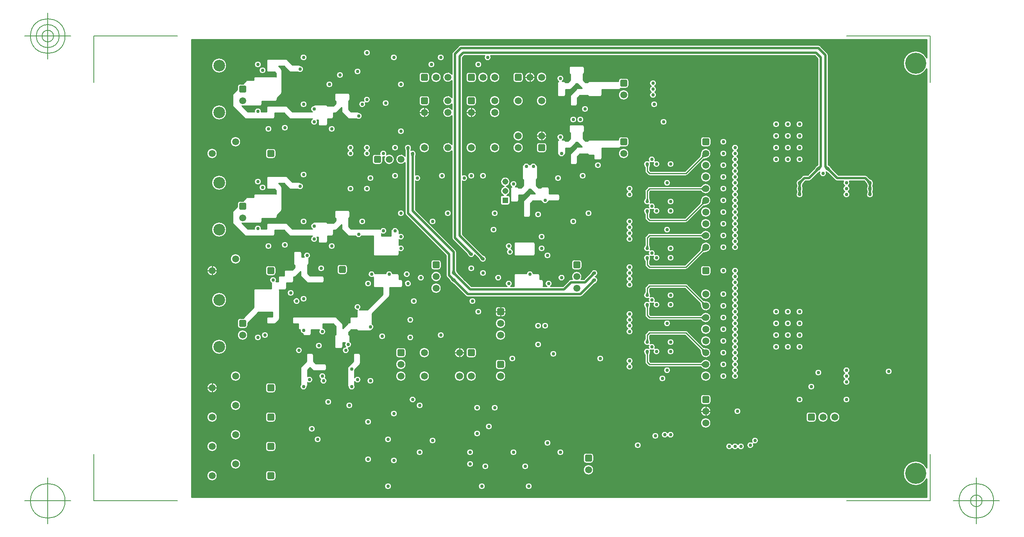
<source format=gbr>
G04 Generated by Ultiboard 12.0 *
%FSLAX25Y25*%
%MOIN*%

%ADD10C,0.00001*%
%ADD11C,0.01000*%
%ADD12C,0.02000*%
%ADD13C,0.00500*%
%ADD14C,0.18000*%
%ADD15C,0.03000*%
%ADD16C,0.05937*%
%ADD17R,0.03937X0.03937*%
%ADD18C,0.02000*%
%ADD19C,0.09874*%
%ADD20C,0.05150*%
%ADD21R,0.05150X0.05150*%


G04 ColorRGB 0000FF for the following layer *
%LNCopper4_Bottom*%
%LPD*%
G54D10*
G36*
X628414Y376650D02*
X628414Y376650D01*
X628414Y392194D01*
X1507Y392194D01*
X1507Y1507D01*
X628414Y1507D01*
X628414Y17350D01*
G75*
D01*
G02X628414Y26650I-9413J4650*
G01*
X628414Y26650D01*
X628414Y367350D01*
G75*
D01*
G02X628414Y376650I-9413J4650*
G01*
D02*
G37*
%LPC*%
G36*
X328738Y376446D02*
G75*
D01*
G02X328738Y376446I-1738J-2446*
G01*
D02*
G37*
G36*
X334738Y376446D02*
G75*
D01*
G02X334738Y376446I-1738J-2446*
G01*
D02*
G37*
G36*
X256605Y378488D02*
G75*
D01*
G02X251395Y378488I-2605J-1488*
G01*
X251395Y378488D01*
X234041Y378488D01*
X232512Y376959D01*
X232512Y276605D01*
G75*
D01*
G02X232512Y271395I1488J-2605*
G01*
X232512Y271395D01*
X232512Y226041D01*
X249829Y208724D01*
X251661Y207513D01*
G74*
D01*
G02X252121Y207121I1387J2094*
G01*
G75*
D01*
G02X247879Y202878I-2121J-2122*
G01*
G74*
D01*
G02X247485Y203343I1705J1844*
G01*
X247485Y203343D01*
X246276Y205171D01*
X242956Y208491D01*
G75*
D01*
G02X237879Y206878I-2956J507*
G01*
G74*
D01*
G02X237485Y207343I1705J1844*
G01*
X237485Y207343D01*
X236276Y209171D01*
X224224Y221224D01*
G75*
D01*
G02X223488Y223005I1775J1776*
G01*
X223488Y223005D01*
X223488Y297207D01*
G75*
D01*
G02X223488Y302793I-3487J2793*
G01*
X223488Y302793D01*
X223488Y327207D01*
G75*
D01*
G02X223488Y332793I-3487J2793*
G01*
X223488Y332793D01*
X223488Y337207D01*
G75*
D01*
G02X223488Y342793I-3487J2793*
G01*
X223488Y342793D01*
X223488Y357207D01*
G75*
D01*
G02X223488Y362793I-3487J2793*
G01*
X223488Y362793D01*
X223488Y379997D01*
G75*
D01*
G02X224224Y381776I2512J2*
G01*
X224224Y381776D01*
X229224Y386776D01*
G75*
D01*
G02X231002Y387512I1776J-1775*
G01*
X231002Y387512D01*
X535998Y387512D01*
G75*
D01*
G02X536392Y387481I1J-2512*
G01*
G74*
D01*
G02X537779Y386774I391J2480*
G01*
X537779Y386774D01*
X543774Y380779D01*
G74*
D01*
G02X544512Y379000I1774J1779*
G01*
X544512Y379000D01*
X544512Y285272D01*
X545661Y284513D01*
G74*
D01*
G02X546121Y284121I1387J2094*
G01*
X546121Y284121D01*
G74*
D01*
G02X546513Y283660I1703J1845*
G01*
X546513Y283660D01*
X547639Y281957D01*
X547639Y281957D01*
X547724Y281829D01*
X553041Y276512D01*
X576000Y276512D01*
G74*
D01*
G02X577779Y275774I0J2512*
G01*
X577779Y275774D01*
X579829Y273724D01*
X581661Y272513D01*
G74*
D01*
G02X582121Y272121I1387J2094*
G01*
G74*
D01*
G02X583000Y270000I2120J2121*
G01*
G75*
D01*
G02X582950Y269393I-2509J-99*
G01*
X582950Y269393D01*
X582564Y267500D01*
X582950Y265607D01*
G75*
D01*
G02X583000Y265000I-2459J-508*
G01*
G75*
D01*
G02X582950Y264393I-2509J-99*
G01*
X582950Y264393D01*
X582564Y262500D01*
X582950Y260607D01*
G75*
D01*
G02X583000Y260000I-2459J-508*
G01*
G75*
D01*
G02X577000Y260000I-3000J0*
G01*
G75*
D01*
G02X577049Y260602I2509J99*
G01*
X577049Y260602D01*
X577436Y262500D01*
X577049Y264398D01*
G75*
D01*
G02X577000Y265000I2460J503*
G01*
G75*
D01*
G02X577049Y265602I2509J99*
G01*
X577049Y265602D01*
X577436Y267500D01*
X577165Y268826D01*
X576276Y270171D01*
X574959Y271488D01*
X562605Y271488D01*
G75*
D01*
G02X561658Y267500I-2605J-1488*
G01*
G75*
D01*
G02X561658Y262500I-1657J-2500*
G01*
G75*
D01*
G02X558342Y262500I-1658J-2499*
G01*
G75*
D01*
G02X558342Y267500I1657J2500*
G01*
G75*
D01*
G02X557395Y271488I1657J2500*
G01*
X557395Y271488D01*
X552003Y271488D01*
G75*
D01*
G02X550224Y272224I-2J2512*
G01*
X550224Y272224D01*
X544171Y278276D01*
X542740Y279222D01*
G75*
D01*
G02X537260Y279222I-2740J-1222*
G01*
X537260Y279222D01*
X535829Y278276D01*
X529779Y272226D01*
G74*
D01*
G02X528839Y271632I1779J1774*
G01*
G75*
D01*
G02X527997Y271488I-838J2368*
G01*
X527997Y271488D01*
X525041Y271488D01*
X523724Y270171D01*
X522835Y268826D01*
X522564Y267500D01*
X522950Y265607D01*
G75*
D01*
G02X523000Y265000I-2459J-508*
G01*
G75*
D01*
G02X522950Y264393I-2509J-99*
G01*
X522950Y264393D01*
X522564Y262500D01*
X522950Y260607D01*
G75*
D01*
G02X523000Y260000I-2459J-508*
G01*
G75*
D01*
G02X517000Y260000I-3000J0*
G01*
G75*
D01*
G02X517049Y260602I2509J99*
G01*
X517049Y260602D01*
X517436Y262500D01*
X517049Y264398D01*
G75*
D01*
G02X517000Y265000I2460J503*
G01*
G75*
D01*
G02X517049Y265602I2509J99*
G01*
X517049Y265602D01*
X517436Y267500D01*
X517049Y269398D01*
G75*
D01*
G02X517000Y270000I2460J503*
G01*
G74*
D01*
G02X517879Y272121I3000J1*
G01*
G74*
D01*
G02X518340Y272513I1845J1703*
G01*
X518340Y272513D01*
X520171Y273724D01*
X522224Y275776D01*
G74*
D01*
G02X523374Y276433I1777J1775*
G01*
G75*
D01*
G02X524000Y276512I625J-2433*
G01*
X524000Y276512D01*
X526959Y276512D01*
X532276Y281829D01*
X532361Y281957D01*
X532361Y281957D01*
X533487Y283661D01*
G74*
D01*
G02X533879Y284121I2094J1387*
G01*
G74*
D01*
G02X534340Y284513I1845J1703*
G01*
X534340Y284513D01*
X535488Y285272D01*
X535488Y375959D01*
X535002Y376445D01*
X535002Y376446D01*
X532959Y378488D01*
X256605Y378488D01*
D02*
G37*
G36*
X92981Y385822D02*
G75*
D01*
G02X92981Y385822I1019J-2822*
G01*
D02*
G37*
G36*
X124566Y376446D02*
G75*
D01*
G02X124566Y376446I-2566J1554*
G01*
D02*
G37*
G36*
X169566Y376446D02*
G75*
D01*
G02X169566Y376446I-2566J1554*
G01*
D02*
G37*
G36*
X176948Y376446D02*
G75*
D01*
G02X176948Y376446I-2948J554*
G01*
D02*
G37*
G36*
X99948Y376446D02*
G75*
D01*
G02X99948Y376446I-2948J554*
G01*
D02*
G37*
G36*
X216948Y376446D02*
G75*
D01*
G02X216948Y376446I-2948J554*
G01*
D02*
G37*
G36*
X187469Y190296D02*
G75*
D01*
G02X187469Y190296I-2469J1704*
G01*
D02*
G37*
G36*
X199580Y187469D02*
G75*
D01*
G02X199580Y187469I-2580J1531*
G01*
D02*
G37*
G36*
X213683Y187469D02*
G75*
D01*
G02X213683Y187469I-3683J2531*
G01*
D02*
G37*
G36*
X260420Y187469D02*
G75*
D01*
G02X260420Y187469I2580J1531*
G01*
D02*
G37*
G36*
X314420Y187469D02*
G75*
D01*
G02X314420Y187469I2580J1531*
G01*
D02*
G37*
G36*
X300000Y187510D02*
G74*
D01*
G02X301510Y186000I0J1510*
G01*
X301510Y186000D01*
X301510Y182000D01*
G75*
D01*
G02X301429Y181512I-1510J0*
G01*
X301429Y181512D01*
X304324Y181512D01*
G75*
D01*
G02X307676Y181512I1676J2487*
G01*
X307676Y181512D01*
X317959Y181512D01*
X323224Y186776D01*
G74*
D01*
G02X324187Y187377I1777J1775*
G01*
G75*
D01*
G02X325000Y187512I812J-2377*
G01*
X325000Y187512D01*
X326288Y187512D01*
G75*
D01*
G02X333712Y187512I3712J2487*
G01*
X333712Y187512D01*
X335959Y187512D01*
X341276Y192829D01*
X342487Y194661D01*
G74*
D01*
G02X342879Y195121I2094J1387*
G01*
G75*
D01*
G02X347121Y190879I2121J-2121*
G01*
G74*
D01*
G02X346657Y190485I1845J1703*
G01*
X346657Y190485D01*
X345771Y189899D01*
G75*
D01*
G02X347121Y184879I-770J-2899*
G01*
G74*
D01*
G02X346657Y184485I1845J1703*
G01*
X346657Y184485D01*
X344829Y183276D01*
X334779Y173226D01*
G74*
D01*
G02X333000Y172488I1779J1774*
G01*
X333000Y172488D01*
X237001Y172488D01*
G75*
D01*
G02X235224Y173224I0J2512*
G01*
X235224Y173224D01*
X225171Y183276D01*
X223339Y184487D01*
G74*
D01*
G02X222879Y184879I1387J2094*
G01*
G74*
D01*
G02X222485Y185343I1703J1845*
G01*
X222485Y185343D01*
X221276Y187171D01*
X219224Y189224D01*
G75*
D01*
G02X218488Y191003I1775J1776*
G01*
X218488Y191003D01*
X218488Y207959D01*
X191900Y234547D01*
X184224Y242224D01*
G75*
D01*
G02X183488Y244004I1775J1776*
G01*
X183488Y244004D01*
X183488Y287207D01*
G75*
D01*
G02X183488Y292793I-3487J2793*
G01*
X183488Y292793D01*
X183488Y297246D01*
X183049Y299398D01*
G75*
D01*
G02X183000Y300000I2460J503*
G01*
G75*
D01*
G02X189000Y300000I3000J0*
G01*
G75*
D01*
G02X188950Y299393I-2509J-99*
G01*
X188950Y299393D01*
X188595Y297650D01*
G75*
D01*
G02X193000Y295000I1406J-2649*
G01*
G75*
D01*
G02X192950Y294393I-2509J-99*
G01*
X192950Y294393D01*
X192512Y292246D01*
X192512Y276605D01*
G75*
D01*
G02X192512Y271395I1488J-2605*
G01*
X192512Y271395D01*
X192512Y247041D01*
X226774Y212779D01*
G74*
D01*
G02X227512Y211000I1774J1779*
G01*
X227512Y211000D01*
X227512Y195754D01*
X227835Y194174D01*
X228724Y192829D01*
X234084Y187469D01*
X240041Y181512D01*
X270324Y181512D01*
G75*
D01*
G02X273676Y181512I1676J2487*
G01*
X273676Y181512D01*
X276571Y181512D01*
G75*
D01*
G02X276490Y182000I1429J488*
G01*
X276490Y182000D01*
X276490Y191000D01*
G75*
D01*
G02X278000Y192510I1510J0*
G01*
X278000Y192510D01*
X287044Y192510D01*
G75*
D01*
G02X292956Y192510I2956J-506*
G01*
X292956Y192510D01*
X297000Y192510D01*
G74*
D01*
G02X298510Y191000I0J1510*
G01*
X298510Y191000D01*
X298510Y187510D01*
X300000Y187510D01*
D02*
G37*
G36*
X187469Y326389D02*
G75*
D01*
G02X187469Y326389I2531J1611*
G01*
D02*
G37*
G36*
X281957Y314017D02*
G75*
D01*
G02X281957Y314017I-1957J-4017*
G01*
D02*
G37*
G36*
X281957Y344017D02*
G75*
D01*
G02X281957Y344017I-1957J-4017*
G01*
D02*
G37*
G36*
X281969Y364481D02*
G74*
D01*
G02X284481Y361969I0J2512*
G01*
X284481Y361969D01*
X284481Y358031D01*
G75*
D01*
G02X281969Y355519I-2512J0*
G01*
X281969Y355519D01*
X278031Y355519D01*
G75*
D01*
G02X275519Y358031I0J2512*
G01*
X275519Y358031D01*
X275519Y361969D01*
G75*
D01*
G02X278031Y364481I2512J0*
G01*
X278031Y364481D01*
X281969Y364481D01*
D02*
G37*
G36*
X281957Y304017D02*
G75*
D01*
G02X281957Y304017I-1957J-4017*
G01*
D02*
G37*
G36*
X19000Y90531D02*
X19000Y90531D01*
X19000Y93031D01*
X19000Y93031D01*
X19000Y93031D01*
X19000Y90531D01*
G74*
D01*
G02X14531Y95000I0J4469*
G01*
X14531Y95000D01*
X17031Y95000D01*
X17031Y95000D01*
X17031Y95000D01*
X14531Y95000D01*
G74*
D01*
G02X19000Y99469I4469J0*
G01*
X19000Y99469D01*
X19000Y96969D01*
X19000Y96969D01*
X19000Y96969D01*
X19000Y99469D01*
G74*
D01*
G02X23469Y95000I0J4469*
G01*
X23469Y95000D01*
X20969Y95000D01*
X20969Y95000D01*
X20969Y95000D01*
X23469Y95000D01*
G74*
D01*
G02X19000Y90531I4469J0*
G01*
D02*
G37*
G36*
X64519Y93031D02*
X64519Y93031D01*
X64519Y96969D01*
G75*
D01*
G02X67031Y99481I2512J0*
G01*
X67031Y99481D01*
X70969Y99481D01*
G74*
D01*
G02X73481Y96969I0J2512*
G01*
X73481Y96969D01*
X73481Y93031D01*
G75*
D01*
G02X70969Y90519I-2512J0*
G01*
X70969Y90519D01*
X67031Y90519D01*
G75*
D01*
G02X64519Y93031I0J2512*
G01*
D02*
G37*
G36*
X280421Y265510D02*
X280421Y265510D01*
X282375Y265510D01*
X284490Y267625D01*
X284490Y272579D01*
G75*
D01*
G02X283490Y274000I509J1421*
G01*
X283490Y274000D01*
X283490Y284000D01*
G74*
D01*
G02X284320Y285348I1510J0*
G01*
G75*
D01*
G02X289592Y285510I2680J-1346*
G01*
X289592Y285510D01*
X290408Y285510D01*
G75*
D01*
G02X295680Y285348I2592J-1508*
G01*
G74*
D01*
G02X296510Y284000I679J1348*
G01*
X296510Y284000D01*
X296510Y274000D01*
G75*
D01*
G02X295510Y272579I-1510J0*
G01*
X295510Y272579D01*
X295510Y267625D01*
X297625Y265510D01*
X299579Y265510D01*
G75*
D01*
G02X301000Y266510I1421J-509*
G01*
X301000Y266510D01*
X305000Y266510D01*
G74*
D01*
G02X306510Y265000I0J1510*
G01*
X306510Y265000D01*
X306510Y260510D01*
X314000Y260510D01*
G74*
D01*
G02X315510Y259000I0J1510*
G01*
X315510Y259000D01*
X315510Y256000D01*
G75*
D01*
G02X314000Y254490I-1510J0*
G01*
X314000Y254490D01*
X306421Y254490D01*
G74*
D01*
G02X305680Y253652I1420J509*
G01*
G75*
D01*
G02X300320Y253652I-2680J1346*
G01*
G74*
D01*
G02X299579Y254490I679J1347*
G01*
X299579Y254490D01*
X292625Y254490D01*
X290510Y252375D01*
X290510Y242000D01*
G75*
D01*
G02X289000Y240490I-1510J0*
G01*
X289000Y240490D01*
X286000Y240490D01*
G75*
D01*
G02X284490Y242000I0J1510*
G01*
X284490Y242000D01*
X284490Y253997D01*
G75*
D01*
G02X284932Y255068I1510J4*
G01*
X284932Y255068D01*
X289932Y260068D01*
G75*
D01*
G02X291002Y260510I1067J-1068*
G01*
X291002Y260510D01*
X294355Y260510D01*
X290375Y264490D01*
X289625Y264490D01*
X285070Y259934D01*
G74*
D01*
G02X284318Y259524I1069J1066*
G01*
G75*
D01*
G02X283998Y259490I-319J1475*
G01*
X283998Y259490D01*
X280510Y259490D01*
X280510Y255000D01*
G75*
D01*
G02X279000Y253490I-1510J0*
G01*
X279000Y253490D01*
X275000Y253490D01*
G75*
D01*
G02X273490Y255000I0J1510*
G01*
X273490Y255000D01*
X273490Y265000D01*
G74*
D01*
G02X274476Y266416I1510J0*
G01*
G75*
D01*
G02X277673Y266510I1524J2583*
G01*
X277673Y266510D01*
X279000Y266510D01*
G74*
D01*
G02X280421Y265510I0J1510*
G01*
D02*
G37*
G36*
X293000Y219510D02*
G74*
D01*
G02X294510Y218000I0J1510*
G01*
X294510Y218000D01*
X294510Y209000D01*
G75*
D01*
G02X293000Y207490I-1510J0*
G01*
X293000Y207490D01*
X278000Y207490D01*
G75*
D01*
G02X276490Y209000I0J1510*
G01*
X276490Y209000D01*
X276490Y218000D01*
G75*
D01*
G02X278000Y219510I1510J0*
G01*
X278000Y219510D01*
X293000Y219510D01*
D02*
G37*
G36*
X515747Y92981D02*
G75*
D01*
G02X515747Y92981I2253J-1981*
G01*
D02*
G37*
G36*
X467500Y43342D02*
G75*
D01*
G02X462500Y43342I-2500J1657*
G01*
G75*
D01*
G02X462500Y46658I-2499J1658*
G01*
G75*
D01*
G02X467500Y46658I2500J-1657*
G01*
G75*
D01*
G02X467500Y43342I2499J-1658*
G01*
D02*
G37*
G36*
X559747Y92981D02*
G75*
D01*
G02X559747Y92981I2253J-1981*
G01*
D02*
G37*
G36*
X407178Y92981D02*
G75*
D01*
G02X407178Y92981I2822J1019*
G01*
D02*
G37*
G36*
X92981Y345822D02*
G75*
D01*
G02X92981Y345822I1019J-2822*
G01*
D02*
G37*
G36*
X94134Y369997D02*
G75*
D01*
G02X92357Y364490I-137J-2996*
G01*
X92357Y364490D01*
X86000Y364490D01*
G75*
D01*
G02X85563Y364555I1J1510*
G01*
G74*
D01*
G02X84932Y364932I435J1445*
G01*
X84932Y364932D01*
X80375Y369490D01*
X75645Y369490D01*
X78066Y367070D01*
G74*
D01*
G02X78510Y366000I1066J1069*
G01*
X78510Y366000D01*
X78510Y347000D01*
G75*
D01*
G02X78066Y345930I-1510J-1*
G01*
X78066Y345930D01*
X74510Y342375D01*
X74510Y341000D01*
G75*
D01*
G02X73000Y339490I-1510J0*
G01*
X73000Y339490D01*
X61510Y339490D01*
X61510Y337000D01*
G75*
D01*
G02X60000Y335490I-1510J0*
G01*
X60000Y335490D01*
X45000Y335490D01*
G75*
D01*
G02X44587Y335548I1J1510*
G01*
X44587Y335548D01*
X49625Y330510D01*
X55040Y330510D01*
G75*
D01*
G02X60960Y330510I2960J488*
G01*
X60960Y330510D01*
X65490Y330510D01*
X65490Y334000D01*
G75*
D01*
G02X67000Y335510I1510J0*
G01*
X67000Y335510D01*
X82000Y335510D01*
G74*
D01*
G02X83070Y335066I1J1510*
G01*
X83070Y335066D01*
X87625Y330510D01*
X104327Y330510D01*
G75*
D01*
G02X105866Y335997I1670J2491*
G01*
G75*
D01*
G02X107000Y336510I1134J-996*
G01*
X107000Y336510D01*
X116000Y336510D01*
G74*
D01*
G02X117421Y335510I0J1510*
G01*
X117421Y335510D01*
X122375Y335510D01*
X124490Y337625D01*
X124490Y339579D01*
G75*
D01*
G02X123490Y341000I509J1421*
G01*
X123490Y341000D01*
X123490Y345000D01*
G75*
D01*
G02X125000Y346510I1510J0*
G01*
X125000Y346510D01*
X135000Y346510D01*
G74*
D01*
G02X136510Y345000I0J1510*
G01*
X136510Y345000D01*
X136510Y341000D01*
G75*
D01*
G02X135510Y339579I-1510J0*
G01*
X135510Y339579D01*
X135510Y332625D01*
X137625Y330510D01*
X143000Y330510D01*
G74*
D01*
G02X144134Y329997I0J1510*
G01*
G75*
D01*
G02X142357Y324490I-137J-2996*
G01*
X142357Y324490D01*
X136000Y324490D01*
G75*
D01*
G02X135563Y324555I1J1510*
G01*
G74*
D01*
G02X134932Y324932I435J1445*
G01*
X134932Y324932D01*
X129932Y329932D01*
G75*
D01*
G02X129490Y331004I1068J1067*
G01*
X129490Y331004D01*
X129490Y334355D01*
X125070Y329934D01*
G74*
D01*
G02X124318Y329524I1069J1066*
G01*
G75*
D01*
G02X123998Y329490I-319J1475*
G01*
X123998Y329490D01*
X122510Y329490D01*
X122510Y326000D01*
G75*
D01*
G02X121000Y324490I-1510J0*
G01*
X121000Y324490D01*
X117510Y324490D01*
X117510Y320000D01*
G75*
D01*
G02X116000Y318490I-1510J0*
G01*
X116000Y318490D01*
X111000Y318490D01*
G75*
D01*
G02X109490Y320000I0J1510*
G01*
X109490Y320000D01*
X109490Y323490D01*
X108604Y323490D01*
G75*
D01*
G02X104327Y324490I-2604J-1490*
G01*
X104327Y324490D01*
X86000Y324490D01*
G75*
D01*
G02X85563Y324555I1J1510*
G01*
G74*
D01*
G02X84932Y324932I435J1445*
G01*
X84932Y324932D01*
X80375Y329490D01*
X72510Y329490D01*
X72510Y326000D01*
G75*
D01*
G02X71000Y324490I-1510J0*
G01*
X71000Y324490D01*
X48000Y324490D01*
G75*
D01*
G02X47795Y324504I0J1510*
G01*
G74*
D01*
G02X46932Y324932I204J1495*
G01*
X46932Y324932D01*
X36932Y334932D01*
G75*
D01*
G02X36490Y336004I1068J1067*
G01*
X36490Y336004D01*
X36490Y344997D01*
G75*
D01*
G02X36932Y346068I1510J4*
G01*
X36932Y346068D01*
X40519Y349655D01*
X40519Y351969D01*
G75*
D01*
G02X43031Y354481I2512J0*
G01*
X43031Y354481D01*
X45345Y354481D01*
X47932Y357068D01*
G75*
D01*
G02X49002Y357510I1067J-1068*
G01*
X49002Y357510D01*
X54490Y357510D01*
X54490Y359000D01*
G75*
D01*
G02X56000Y360510I1510J0*
G01*
X56000Y360510D01*
X73000Y360510D01*
G74*
D01*
G02X73490Y360428I1J1510*
G01*
X73490Y360428D01*
X73490Y363375D01*
X72375Y364490D01*
X67000Y364490D01*
G75*
D01*
G02X65490Y366000I0J1510*
G01*
X65490Y366000D01*
X65490Y374000D01*
G75*
D01*
G02X67000Y375510I1510J0*
G01*
X67000Y375510D01*
X82000Y375510D01*
G74*
D01*
G02X83070Y375066I1J1510*
G01*
X83070Y375066D01*
X87625Y370510D01*
X93000Y370510D01*
G74*
D01*
G02X94134Y369997I0J1510*
G01*
D02*
G37*
G36*
X92981Y285822D02*
G75*
D01*
G02X92981Y285822I1019J-2822*
G01*
D02*
G37*
G36*
X281957Y66726D02*
G75*
D01*
G02X281957Y66726I-1957J2274*
G01*
D02*
G37*
G36*
X281957Y56726D02*
G75*
D01*
G02X281957Y56726I-1957J2274*
G01*
D02*
G37*
G36*
X349662Y92981D02*
G75*
D01*
G02X349662Y92981I338J-2981*
G01*
D02*
G37*
G36*
X92981Y245822D02*
G75*
D01*
G02X92981Y245822I1019J-2822*
G01*
D02*
G37*
G36*
X94134Y269997D02*
G75*
D01*
G02X92357Y264490I-137J-2996*
G01*
X92357Y264490D01*
X86000Y264490D01*
G75*
D01*
G02X85563Y264555I1J1510*
G01*
G74*
D01*
G02X84932Y264932I435J1445*
G01*
X84932Y264932D01*
X80375Y269490D01*
X75645Y269490D01*
X78066Y267070D01*
G74*
D01*
G02X78510Y266000I1066J1069*
G01*
X78510Y266000D01*
X78510Y247000D01*
G75*
D01*
G02X78066Y245930I-1510J-1*
G01*
X78066Y245930D01*
X74510Y242375D01*
X74510Y241000D01*
G75*
D01*
G02X73000Y239490I-1510J0*
G01*
X73000Y239490D01*
X61510Y239490D01*
X61510Y237000D01*
G75*
D01*
G02X60000Y235490I-1510J0*
G01*
X60000Y235490D01*
X45000Y235490D01*
G75*
D01*
G02X44587Y235548I1J1510*
G01*
X44587Y235548D01*
X49625Y230510D01*
X55040Y230510D01*
G75*
D01*
G02X60960Y230510I2960J488*
G01*
X60960Y230510D01*
X65490Y230510D01*
X65490Y234000D01*
G75*
D01*
G02X67000Y235510I1510J0*
G01*
X67000Y235510D01*
X82000Y235510D01*
G74*
D01*
G02X83070Y235066I1J1510*
G01*
X83070Y235066D01*
X87625Y230510D01*
X104327Y230510D01*
G75*
D01*
G02X104652Y235680I1671J2490*
G01*
G75*
D01*
G02X106000Y236510I1348J-679*
G01*
X106000Y236510D01*
X116000Y236510D01*
G74*
D01*
G02X117421Y235510I0J1510*
G01*
X117421Y235510D01*
X122375Y235510D01*
X124490Y237625D01*
X124490Y239579D01*
G75*
D01*
G02X123490Y241000I509J1421*
G01*
X123490Y241000D01*
X123490Y245000D01*
G75*
D01*
G02X125000Y246510I1510J0*
G01*
X125000Y246510D01*
X135000Y246510D01*
G74*
D01*
G02X136510Y245000I0J1510*
G01*
X136510Y245000D01*
X136510Y241000D01*
G75*
D01*
G02X135510Y239579I-1510J0*
G01*
X135510Y239579D01*
X135510Y232625D01*
X137625Y230510D01*
X162000Y230510D01*
G74*
D01*
G02X162380Y230461I2J1510*
G01*
G75*
D01*
G02X163510Y226396I2619J-1462*
G01*
X163510Y226396D01*
X163510Y224510D01*
X171490Y224510D01*
X171490Y229000D01*
G74*
D01*
G02X172320Y230348I1510J0*
G01*
G75*
D01*
G02X177680Y230348I2680J-1346*
G01*
G74*
D01*
G02X178510Y229000I679J1348*
G01*
X178510Y229000D01*
X178510Y226604D01*
G75*
D01*
G02X178510Y221396I1490J-2604*
G01*
X178510Y221396D01*
X178510Y216604D01*
G75*
D01*
G02X178510Y211396I1490J-2604*
G01*
X178510Y211396D01*
X178510Y209000D01*
G75*
D01*
G02X177000Y207490I-1510J0*
G01*
X177000Y207490D01*
X158000Y207490D01*
G75*
D01*
G02X156490Y209000I0J1510*
G01*
X156490Y209000D01*
X156490Y224490D01*
X146592Y224490D01*
G75*
D01*
G02X141408Y224490I-2592J1508*
G01*
X141408Y224490D01*
X136000Y224490D01*
G75*
D01*
G02X135563Y224555I1J1510*
G01*
G74*
D01*
G02X134932Y224932I435J1445*
G01*
X134932Y224932D01*
X129932Y229932D01*
G75*
D01*
G02X129490Y231004I1068J1067*
G01*
X129490Y231004D01*
X129490Y234355D01*
X125070Y229934D01*
G74*
D01*
G02X124318Y229524I1069J1066*
G01*
G75*
D01*
G02X123998Y229490I-319J1475*
G01*
X123998Y229490D01*
X122510Y229490D01*
X122510Y226000D01*
G75*
D01*
G02X121000Y224490I-1510J0*
G01*
X121000Y224490D01*
X117510Y224490D01*
X117510Y220000D01*
G75*
D01*
G02X116000Y218490I-1510J0*
G01*
X116000Y218490D01*
X111000Y218490D01*
G75*
D01*
G02X109490Y220000I0J1510*
G01*
X109490Y220000D01*
X109490Y223490D01*
X108604Y223490D01*
G75*
D01*
G02X104327Y224490I-2604J-1490*
G01*
X104327Y224490D01*
X86000Y224490D01*
G75*
D01*
G02X85563Y224555I1J1510*
G01*
G74*
D01*
G02X84932Y224932I435J1445*
G01*
X84932Y224932D01*
X80375Y229490D01*
X72510Y229490D01*
X72510Y226000D01*
G75*
D01*
G02X71000Y224490I-1510J0*
G01*
X71000Y224490D01*
X48000Y224490D01*
G75*
D01*
G02X47795Y224504I0J1510*
G01*
G74*
D01*
G02X46932Y224932I204J1495*
G01*
X46932Y224932D01*
X36932Y234932D01*
G75*
D01*
G02X36490Y236004I1068J1067*
G01*
X36490Y236004D01*
X36490Y244997D01*
G75*
D01*
G02X36932Y246068I1510J4*
G01*
X36932Y246068D01*
X40519Y249655D01*
X40519Y251969D01*
G75*
D01*
G02X43031Y254481I2512J0*
G01*
X43031Y254481D01*
X45345Y254481D01*
X47932Y257068D01*
G75*
D01*
G02X49002Y257510I1067J-1068*
G01*
X49002Y257510D01*
X54490Y257510D01*
X54490Y259000D01*
G75*
D01*
G02X56000Y260510I1510J0*
G01*
X56000Y260510D01*
X73000Y260510D01*
G74*
D01*
G02X73490Y260428I1J1510*
G01*
X73490Y260428D01*
X73490Y263375D01*
X72375Y264490D01*
X67000Y264490D01*
G75*
D01*
G02X65490Y266000I0J1510*
G01*
X65490Y266000D01*
X65490Y274000D01*
G75*
D01*
G02X67000Y275510I1510J0*
G01*
X67000Y275510D01*
X82000Y275510D01*
G74*
D01*
G02X83070Y275066I1J1510*
G01*
X83070Y275066D01*
X87625Y270510D01*
X93000Y270510D01*
G74*
D01*
G02X94134Y269997I0J1510*
G01*
D02*
G37*
G36*
X92981Y166747D02*
G75*
D01*
G02X92981Y166747I-1981J2253*
G01*
D02*
G37*
G36*
X156490Y189396D02*
G75*
D01*
G02X157956Y192509I-1490J2604*
G01*
G75*
D01*
G02X158000Y192510I56J-1508*
G01*
X158000Y192510D01*
X167044Y192510D01*
G75*
D01*
G02X172956Y192510I2956J-506*
G01*
X172956Y192510D01*
X177000Y192510D01*
G74*
D01*
G02X178510Y191000I0J1510*
G01*
X178510Y191000D01*
X178510Y187510D01*
X180000Y187510D01*
G74*
D01*
G02X181510Y186000I0J1510*
G01*
X181510Y186000D01*
X181510Y182000D01*
G75*
D01*
G02X180000Y180490I-1510J0*
G01*
X180000Y180490D01*
X170510Y180490D01*
X170510Y174000D01*
G75*
D01*
G02X170066Y172930I-1510J-1*
G01*
X170066Y172930D01*
X155510Y158375D01*
X155510Y149592D01*
G75*
D01*
G02X155348Y144320I-1508J-2592*
G01*
G74*
D01*
G02X154000Y143490I1348J679*
G01*
X154000Y143490D01*
X144000Y143490D01*
G75*
D01*
G02X142579Y144490I0J1510*
G01*
X142579Y144490D01*
X137625Y144490D01*
X135510Y142375D01*
X135510Y140421D01*
G74*
D01*
G02X136510Y139000I509J1421*
G01*
X136510Y139000D01*
X136510Y135000D01*
G75*
D01*
G02X136461Y134620I-1510J2*
G01*
G75*
D01*
G02X135228Y129009I-1458J-2620*
G01*
G75*
D01*
G02X132772Y129991I-2228J-2009*
G01*
G75*
D01*
G02X132396Y133490I2228J2009*
G01*
X132396Y133490D01*
X130510Y133490D01*
X130510Y130000D01*
G75*
D01*
G02X129000Y128490I-1510J0*
G01*
X129000Y128490D01*
X125000Y128490D01*
G75*
D01*
G02X123490Y130000I0J1510*
G01*
X123490Y130000D01*
X123490Y139000D01*
G74*
D01*
G02X124490Y140421I1510J0*
G01*
X124490Y140421D01*
X124490Y147375D01*
X122375Y149490D01*
X113510Y149490D01*
X113510Y146000D01*
G75*
D01*
G02X113509Y145956I-1510J12*
G01*
G75*
D01*
G02X110396Y144490I-510J-2955*
G01*
X110396Y144490D01*
X103510Y144490D01*
X103510Y141000D01*
G75*
D01*
G02X102000Y139490I-1510J0*
G01*
X102000Y139490D01*
X98000Y139490D01*
G75*
D01*
G02X96490Y141000I0J1510*
G01*
X96490Y141000D01*
X96490Y141044D01*
G75*
D01*
G02X94040Y144490I509J2956*
G01*
X94040Y144490D01*
X94000Y144490D01*
G75*
D01*
G02X92490Y146000I0J1510*
G01*
X92490Y146000D01*
X92490Y149490D01*
X89000Y149490D01*
G75*
D01*
G02X87490Y151000I0J1510*
G01*
X87490Y151000D01*
X87490Y154000D01*
G75*
D01*
G02X89000Y155510I1510J0*
G01*
X89000Y155510D01*
X124000Y155510D01*
G74*
D01*
G02X125070Y155066I1J1510*
G01*
X125070Y155066D01*
X130066Y150070D01*
G74*
D01*
G02X130510Y149000I1066J1069*
G01*
X130510Y149000D01*
X130510Y145645D01*
X134932Y150068D01*
G75*
D01*
G02X136002Y150510I1067J-1068*
G01*
X136002Y150510D01*
X136490Y150510D01*
X136490Y154000D01*
G75*
D01*
G02X138000Y155510I1510J0*
G01*
X138000Y155510D01*
X142490Y155510D01*
X142490Y160000D01*
G74*
D01*
G02X142871Y161003I1510J0*
G01*
G75*
D01*
G02X144673Y161510I129J2996*
G01*
X144673Y161510D01*
X151375Y161510D01*
X164490Y174625D01*
X164490Y180490D01*
X158000Y180490D01*
G75*
D01*
G02X156490Y182000I0J1510*
G01*
X156490Y182000D01*
X156490Y189396D01*
D02*
G37*
G36*
X140420Y187469D02*
G75*
D01*
G02X140420Y187469I2580J1531*
G01*
D02*
G37*
G36*
X125780Y187469D02*
G75*
D01*
G02X125780Y187469I4220J-1469*
G01*
D02*
G37*
G36*
X69539Y184380D02*
G75*
D01*
G02X73604Y185510I1462J2619*
G01*
X73604Y185510D01*
X75490Y185510D01*
X75490Y189000D01*
G75*
D01*
G02X77000Y190510I1510J0*
G01*
X77000Y190510D01*
X80490Y190510D01*
X80490Y194000D01*
G75*
D01*
G02X82000Y195510I1510J0*
G01*
X82000Y195510D01*
X87375Y195510D01*
X89490Y197625D01*
X89490Y199579D01*
G75*
D01*
G02X88490Y201000I509J1421*
G01*
X88490Y201000D01*
X88490Y210000D01*
G75*
D01*
G02X90000Y211510I1510J0*
G01*
X90000Y211510D01*
X94000Y211510D01*
G74*
D01*
G02X95510Y210000I0J1510*
G01*
X95510Y210000D01*
X95510Y206510D01*
X97396Y206510D01*
G75*
D01*
G02X101461Y205380I2604J1490*
G01*
G74*
D01*
G02X101510Y205000I1460J381*
G01*
X101510Y205000D01*
X101510Y201000D01*
G75*
D01*
G02X100510Y199579I-1510J0*
G01*
X100510Y199579D01*
X100510Y192625D01*
X102625Y190510D01*
X113000Y190510D01*
G74*
D01*
G02X114510Y189000I0J1510*
G01*
X114510Y189000D01*
X114510Y186000D01*
G75*
D01*
G02X113000Y184490I-1510J0*
G01*
X113000Y184490D01*
X101000Y184490D01*
G75*
D01*
G02X100563Y184555I1J1510*
G01*
G74*
D01*
G02X99932Y184932I435J1445*
G01*
X99932Y184932D01*
X97396Y187469D01*
X94932Y189932D01*
G75*
D01*
G02X94490Y191004I1068J1067*
G01*
X94490Y191004D01*
X94490Y194355D01*
X92981Y192846D01*
X90070Y189934D01*
G74*
D01*
G02X89318Y189524I1069J1066*
G01*
G75*
D01*
G02X88998Y189490I-319J1475*
G01*
X88998Y189490D01*
X88510Y189490D01*
X88510Y186000D01*
G75*
D01*
G02X87000Y184490I-1510J0*
G01*
X87000Y184490D01*
X82510Y184490D01*
X82510Y180000D01*
G75*
D01*
G02X81000Y178490I-1510J0*
G01*
X81000Y178490D01*
X76428Y178490D01*
G74*
D01*
G02X76510Y178000I1427J491*
G01*
X76510Y178000D01*
X76510Y154000D01*
G75*
D01*
G02X76066Y152930I-1510J-1*
G01*
X76066Y152930D01*
X73070Y149934D01*
G74*
D01*
G02X72446Y149558I1068J1067*
G01*
G75*
D01*
G02X71998Y149490I-448J1441*
G01*
X71998Y149490D01*
X67000Y149490D01*
G75*
D01*
G02X65490Y151000I0J1510*
G01*
X65490Y151000D01*
X65490Y154000D01*
G75*
D01*
G02X67000Y155510I1510J0*
G01*
X67000Y155510D01*
X70375Y155510D01*
X70490Y155625D01*
X70490Y159490D01*
X58625Y159490D01*
X49481Y150345D01*
X49481Y148031D01*
G75*
D01*
G02X46969Y145519I-2512J0*
G01*
X46969Y145519D01*
X43031Y145519D01*
G75*
D01*
G02X40519Y148031I0J2512*
G01*
X40519Y148031D01*
X40519Y151969D01*
G75*
D01*
G02X43031Y154481I2512J0*
G01*
X43031Y154481D01*
X45345Y154481D01*
X54490Y163625D01*
X54490Y178000D01*
G75*
D01*
G02X56000Y179510I1510J0*
G01*
X56000Y179510D01*
X69572Y179510D01*
G75*
D01*
G02X69490Y180000I1427J491*
G01*
X69490Y180000D01*
X69490Y184000D01*
G74*
D01*
G02X69539Y184380I1510J2*
G01*
D02*
G37*
G36*
X187469Y86611D02*
G75*
D01*
G02X187469Y86611I2531J-1611*
G01*
D02*
G37*
G36*
X92981Y124000D02*
G75*
D01*
G02X92981Y124000I19J3000*
G01*
D02*
G37*
G36*
X112822Y92981D02*
G75*
D01*
G02X112822Y92981I-2822J1019*
G01*
D02*
G37*
G36*
X436727Y281957D02*
G75*
D01*
G02X436727Y281957I3273J3043*
G01*
D02*
G37*
G36*
X392757Y284792D02*
X392757Y284792D01*
X392010Y283081D01*
X392010Y280832D01*
X392832Y280010D01*
X422168Y280010D01*
X435277Y293119D01*
X435551Y295510D01*
G74*
D01*
G02X435599Y295771I1997J232*
G01*
G75*
D01*
G02X440771Y290598I4401J-772*
G01*
G74*
D01*
G02X440510Y290551I486J1950*
G01*
X440510Y290551D01*
X438119Y290277D01*
X424423Y276581D01*
G74*
D01*
G02X423000Y275990I1423J1418*
G01*
X423000Y275990D01*
X392003Y275990D01*
G75*
D01*
G02X390579Y276579I-2J2010*
G01*
X390579Y276579D01*
X388579Y278579D01*
G75*
D01*
G02X387990Y280004I1420J1421*
G01*
X387990Y280004D01*
X387990Y283081D01*
X387242Y284796D01*
G74*
D01*
G02X387132Y285120I1839J805*
G01*
G75*
D01*
G02X391293Y288707I2866J882*
G01*
G75*
D01*
G02X396707Y288707I2707J1291*
G01*
G75*
D01*
G02X395293Y287293I1292J-2706*
G01*
G75*
D01*
G02X392707Y287293I-1293J2706*
G01*
G75*
D01*
G02X392868Y285120I-2706J-1293*
G01*
G74*
D01*
G02X392757Y284792I1951J478*
G01*
D02*
G37*
G36*
X463342Y277500D02*
G75*
D01*
G02X463342Y282500I1657J2500*
G01*
G75*
D01*
G02X463342Y287500I1657J2500*
G01*
G75*
D01*
G02X463342Y292500I1657J2500*
G01*
G75*
D01*
G02X463342Y297500I1657J2500*
G01*
G75*
D01*
G02X466658Y297500I1658J2499*
G01*
G75*
D01*
G02X466658Y292500I-1657J-2500*
G01*
G75*
D01*
G02X466658Y287500I-1657J-2500*
G01*
G75*
D01*
G02X466658Y282500I-1657J-2500*
G01*
G75*
D01*
G02X466658Y277500I-1657J-2500*
G01*
G75*
D01*
G02X466658Y272500I-1657J-2500*
G01*
G75*
D01*
G02X466658Y267500I-1657J-2500*
G01*
G75*
D01*
G02X466658Y262500I-1657J-2500*
G01*
G75*
D01*
G02X466658Y257500I-1657J-2500*
G01*
G75*
D01*
G02X466658Y252500I-1657J-2500*
G01*
G75*
D01*
G02X466658Y247500I-1657J-2500*
G01*
G75*
D01*
G02X466658Y242500I-1657J-2500*
G01*
G75*
D01*
G02X466658Y237500I-1657J-2500*
G01*
G75*
D01*
G02X466658Y232500I-1657J-2500*
G01*
G75*
D01*
G02X466658Y227500I-1657J-2500*
G01*
G75*
D01*
G02X466658Y222500I-1657J-2500*
G01*
G75*
D01*
G02X466658Y217500I-1657J-2500*
G01*
G75*
D01*
G02X463342Y217500I-1658J-2499*
G01*
G75*
D01*
G02X463342Y222500I1657J2500*
G01*
G75*
D01*
G02X463342Y227500I1657J2500*
G01*
G75*
D01*
G02X463342Y232500I1657J2500*
G01*
G75*
D01*
G02X463342Y237500I1657J2500*
G01*
G75*
D01*
G02X463342Y242500I1657J2500*
G01*
G75*
D01*
G02X463342Y247500I1657J2500*
G01*
G75*
D01*
G02X463342Y252500I1657J2500*
G01*
G75*
D01*
G02X463342Y257500I1657J2500*
G01*
G75*
D01*
G02X463342Y262500I1657J2500*
G01*
G75*
D01*
G02X463342Y267500I1657J2500*
G01*
G75*
D01*
G02X463342Y272500I1657J2500*
G01*
G75*
D01*
G02X463342Y277500I1657J2500*
G01*
D02*
G37*
G36*
X334187Y281957D02*
G75*
D01*
G02X334187Y281957I2813J1043*
G01*
D02*
G37*
G36*
X453296Y187469D02*
G75*
D01*
G02X453296Y187469I1704J-2469*
G01*
D02*
G37*
G36*
X436276Y187469D02*
G75*
D01*
G02X436276Y187469I3724J-2469*
G01*
D02*
G37*
G36*
X405389Y187469D02*
G75*
D01*
G02X405389Y187469I1611J2531*
G01*
D02*
G37*
G36*
X373342Y195500D02*
G75*
D01*
G02X376658Y195500I1658J2499*
G01*
G75*
D01*
G02X376658Y190500I-1657J-2500*
G01*
G75*
D01*
G02X376658Y185500I-1657J-2500*
G01*
G75*
D01*
G02X373342Y185500I-1658J-2499*
G01*
G75*
D01*
G02X373342Y190500I1657J2500*
G01*
G75*
D01*
G02X373342Y195500I1657J2500*
G01*
D02*
G37*
G36*
X373342Y234500D02*
G75*
D01*
G02X376658Y234500I1658J2499*
G01*
G75*
D01*
G02X376658Y229500I-1657J-2500*
G01*
G75*
D01*
G02X376658Y224500I-1657J-2500*
G01*
G75*
D01*
G02X373342Y224500I-1658J-2499*
G01*
G75*
D01*
G02X373342Y229500I1657J2500*
G01*
G75*
D01*
G02X373342Y234500I1657J2500*
G01*
D02*
G37*
G36*
X373342Y262500D02*
G75*
D01*
G02X376658Y262500I1658J2499*
G01*
G75*
D01*
G02X373342Y262500I-1658J-2499*
G01*
D02*
G37*
G36*
X376446Y273629D02*
G75*
D01*
G02X376446Y273629I-1446J-2629*
G01*
D02*
G37*
G36*
X376446Y280629D02*
G75*
D01*
G02X376446Y280629I-1446J-2629*
G01*
D02*
G37*
G36*
X463342Y182500D02*
G75*
D01*
G02X463342Y187500I1657J2500*
G01*
G75*
D01*
G02X463342Y192500I1657J2500*
G01*
G75*
D01*
G02X466658Y192500I1658J2499*
G01*
G75*
D01*
G02X466658Y187500I-1657J-2500*
G01*
G75*
D01*
G02X466658Y182500I-1657J-2500*
G01*
G75*
D01*
G02X466658Y177500I-1657J-2500*
G01*
G75*
D01*
G02X466658Y172500I-1657J-2500*
G01*
G75*
D01*
G02X466658Y167500I-1657J-2500*
G01*
G75*
D01*
G02X466658Y162500I-1657J-2500*
G01*
G75*
D01*
G02X466658Y157500I-1657J-2500*
G01*
G75*
D01*
G02X466658Y152500I-1657J-2500*
G01*
G75*
D01*
G02X466658Y147500I-1657J-2500*
G01*
G75*
D01*
G02X466658Y142500I-1657J-2500*
G01*
G75*
D01*
G02X466658Y137500I-1657J-2500*
G01*
G75*
D01*
G02X466658Y132500I-1657J-2500*
G01*
G75*
D01*
G02X466658Y127500I-1657J-2500*
G01*
G75*
D01*
G02X466658Y122500I-1657J-2500*
G01*
G75*
D01*
G02X466658Y117500I-1657J-2500*
G01*
G75*
D01*
G02X466658Y112500I-1657J-2500*
G01*
G75*
D01*
G02X466658Y107500I-1657J-2500*
G01*
G75*
D01*
G02X463342Y107500I-1658J-2499*
G01*
G75*
D01*
G02X463342Y112500I1657J2500*
G01*
G75*
D01*
G02X463342Y117500I1657J2500*
G01*
G75*
D01*
G02X463342Y122500I1657J2500*
G01*
G75*
D01*
G02X463342Y127500I1657J2500*
G01*
G75*
D01*
G02X463342Y132500I1657J2500*
G01*
G75*
D01*
G02X463342Y137500I1657J2500*
G01*
G75*
D01*
G02X463342Y142500I1657J2500*
G01*
G75*
D01*
G02X463342Y147500I1657J2500*
G01*
G75*
D01*
G02X463342Y152500I1657J2500*
G01*
G75*
D01*
G02X463342Y157500I1657J2500*
G01*
G75*
D01*
G02X463342Y162500I1657J2500*
G01*
G75*
D01*
G02X463342Y167500I1657J2500*
G01*
G75*
D01*
G02X463342Y172500I1657J2500*
G01*
G75*
D01*
G02X463342Y177500I1657J2500*
G01*
G75*
D01*
G02X463342Y182500I1657J2500*
G01*
D02*
G37*
G36*
X373342Y155500D02*
G75*
D01*
G02X376658Y155500I1658J2499*
G01*
G75*
D01*
G02X376658Y150500I-1657J-2500*
G01*
G75*
D01*
G02X376658Y145500I-1657J-2500*
G01*
G75*
D01*
G02X373342Y145500I-1658J-2499*
G01*
G75*
D01*
G02X373342Y150500I1657J2500*
G01*
G75*
D01*
G02X373342Y155500I1657J2500*
G01*
D02*
G37*
G36*
X373342Y115500D02*
G75*
D01*
G02X376658Y115500I1658J2499*
G01*
G75*
D01*
G02X373342Y115500I-1658J-2499*
G01*
D02*
G37*
G36*
X281957Y153843D02*
G75*
D01*
G02X281957Y153843I-957J-2843*
G01*
D02*
G37*
G36*
X187469Y135047D02*
G75*
D01*
G02X187469Y135047I531J2953*
G01*
D02*
G37*
G36*
X187469Y150047D02*
G75*
D01*
G02X187469Y150047I531J2953*
G01*
D02*
G37*
G36*
X187469Y181384D02*
G75*
D01*
G02X187469Y181384I-1469J2616*
G01*
D02*
G37*
G36*
X148000Y381000D02*
G75*
D01*
G02X148000Y381000I3000J0*
G01*
D02*
G37*
G36*
X205519Y201969D02*
G75*
D01*
G02X208031Y204481I2512J0*
G01*
X208031Y204481D01*
X211969Y204481D01*
G74*
D01*
G02X214481Y201969I0J2512*
G01*
X214481Y201969D01*
X214481Y198031D01*
G75*
D01*
G02X211969Y195519I-2512J0*
G01*
X211969Y195519D01*
X208031Y195519D01*
G75*
D01*
G02X205519Y198031I0J2512*
G01*
X205519Y198031D01*
X205519Y201969D01*
D02*
G37*
G36*
X149000Y184000D02*
G75*
D01*
G02X149000Y184000I3000J0*
G01*
D02*
G37*
G36*
X94000Y171000D02*
G75*
D01*
G02X94000Y171000I3000J0*
G01*
D02*
G37*
G36*
X195531Y300000D02*
G75*
D01*
G02X195531Y300000I4469J0*
G01*
D02*
G37*
G36*
X201969Y330000D02*
X201969Y330000D01*
X201969Y330000D01*
X204469Y330000D01*
G74*
D01*
G02X200000Y325531I4469J0*
G01*
X200000Y325531D01*
X200000Y328031D01*
X200000Y328031D01*
X200000Y328031D01*
X200000Y325531D01*
G74*
D01*
G02X195531Y330000I0J4469*
G01*
X195531Y330000D01*
X198031Y330000D01*
X198031Y330000D01*
X198031Y330000D01*
X195531Y330000D01*
G74*
D01*
G02X200000Y334469I4469J0*
G01*
X200000Y334469D01*
X200000Y331969D01*
X200000Y331969D01*
X200000Y331969D01*
X200000Y334469D01*
G74*
D01*
G02X204469Y330000I0J4469*
G01*
X204469Y330000D01*
X201969Y330000D01*
D02*
G37*
G36*
X195519Y341969D02*
G75*
D01*
G02X198031Y344481I2512J0*
G01*
X198031Y344481D01*
X201969Y344481D01*
G74*
D01*
G02X204481Y341969I0J2512*
G01*
X204481Y341969D01*
X204481Y338031D01*
G75*
D01*
G02X201969Y335519I-2512J0*
G01*
X201969Y335519D01*
X198031Y335519D01*
G75*
D01*
G02X195519Y338031I0J2512*
G01*
X195519Y338031D01*
X195519Y341969D01*
D02*
G37*
G36*
X198031Y355519D02*
G75*
D01*
G02X195519Y358031I0J2512*
G01*
X195519Y358031D01*
X195519Y361969D01*
G75*
D01*
G02X198031Y364481I2512J0*
G01*
X198031Y364481D01*
X201969Y364481D01*
G74*
D01*
G02X204481Y361969I0J2512*
G01*
X204481Y361969D01*
X204481Y358031D01*
G75*
D01*
G02X201969Y355519I-2512J0*
G01*
X201969Y355519D01*
X198031Y355519D01*
D02*
G37*
G36*
X205531Y360000D02*
G75*
D01*
G02X205531Y360000I4469J0*
G01*
D02*
G37*
G36*
X203000Y371000D02*
G75*
D01*
G02X203000Y371000I3000J0*
G01*
D02*
G37*
G36*
X235531Y300000D02*
G75*
D01*
G02X235531Y300000I4469J0*
G01*
D02*
G37*
G36*
X255531Y300000D02*
G75*
D01*
G02X255531Y300000I4469J0*
G01*
D02*
G37*
G36*
X241969Y330000D02*
X241969Y330000D01*
X241969Y330000D01*
X244469Y330000D01*
G74*
D01*
G02X240000Y325531I4469J0*
G01*
X240000Y325531D01*
X240000Y328031D01*
X240000Y328031D01*
X240000Y328031D01*
X240000Y325531D01*
G74*
D01*
G02X235531Y330000I0J4469*
G01*
X235531Y330000D01*
X238031Y330000D01*
X238031Y330000D01*
X238031Y330000D01*
X235531Y330000D01*
G74*
D01*
G02X240000Y334469I4469J0*
G01*
X240000Y334469D01*
X240000Y331969D01*
X240000Y331969D01*
X240000Y331969D01*
X240000Y334469D01*
G74*
D01*
G02X244469Y330000I0J4469*
G01*
X244469Y330000D01*
X241969Y330000D01*
D02*
G37*
G36*
X255531Y330000D02*
G75*
D01*
G02X255531Y330000I4469J0*
G01*
D02*
G37*
G36*
X235519Y341969D02*
G75*
D01*
G02X238031Y344481I2512J0*
G01*
X238031Y344481D01*
X241969Y344481D01*
G74*
D01*
G02X244481Y341969I0J2512*
G01*
X244481Y341969D01*
X244481Y338031D01*
G75*
D01*
G02X241969Y335519I-2512J0*
G01*
X241969Y335519D01*
X238031Y335519D01*
G75*
D01*
G02X235519Y338031I0J2512*
G01*
X235519Y338031D01*
X235519Y341969D01*
D02*
G37*
G36*
X255531Y340000D02*
G75*
D01*
G02X255531Y340000I4469J0*
G01*
D02*
G37*
G36*
X238031Y355519D02*
G75*
D01*
G02X235519Y358031I0J2512*
G01*
X235519Y358031D01*
X235519Y361969D01*
G75*
D01*
G02X238031Y364481I2512J0*
G01*
X238031Y364481D01*
X241969Y364481D01*
G74*
D01*
G02X244481Y361969I0J2512*
G01*
X244481Y361969D01*
X244481Y358031D01*
G75*
D01*
G02X241969Y355519I-2512J0*
G01*
X241969Y355519D01*
X238031Y355519D01*
D02*
G37*
G36*
X245531Y360000D02*
G75*
D01*
G02X245531Y360000I4469J0*
G01*
D02*
G37*
G36*
X255531Y360000D02*
G75*
D01*
G02X255531Y360000I4469J0*
G01*
D02*
G37*
G36*
X243000Y371000D02*
G75*
D01*
G02X243000Y371000I3000J0*
G01*
D02*
G37*
G36*
X593000Y109000D02*
G75*
D01*
G02X593000Y109000I3000J0*
G01*
D02*
G37*
G36*
X497000Y290000D02*
G75*
D01*
G02X497000Y290000I3000J0*
G01*
D02*
G37*
G36*
X507000Y290000D02*
G75*
D01*
G02X507000Y290000I3000J0*
G01*
D02*
G37*
G36*
X517000Y290000D02*
G75*
D01*
G02X517000Y290000I3000J0*
G01*
D02*
G37*
G36*
X497000Y300000D02*
G75*
D01*
G02X497000Y300000I3000J0*
G01*
D02*
G37*
G36*
X507000Y300000D02*
G75*
D01*
G02X507000Y300000I3000J0*
G01*
D02*
G37*
G36*
X517000Y300000D02*
G75*
D01*
G02X517000Y300000I3000J0*
G01*
D02*
G37*
G36*
X497000Y310000D02*
G75*
D01*
G02X497000Y310000I3000J0*
G01*
D02*
G37*
G36*
X507000Y310000D02*
G75*
D01*
G02X507000Y310000I3000J0*
G01*
D02*
G37*
G36*
X517000Y310000D02*
G75*
D01*
G02X517000Y310000I3000J0*
G01*
D02*
G37*
G36*
X497000Y320000D02*
G75*
D01*
G02X497000Y320000I3000J0*
G01*
D02*
G37*
G36*
X507000Y320000D02*
G75*
D01*
G02X507000Y320000I3000J0*
G01*
D02*
G37*
G36*
X517000Y320000D02*
G75*
D01*
G02X517000Y320000I3000J0*
G01*
D02*
G37*
G36*
X14531Y20000D02*
G75*
D01*
G02X14531Y20000I4469J0*
G01*
D02*
G37*
G36*
X67031Y15519D02*
G75*
D01*
G02X64519Y18031I0J2512*
G01*
X64519Y18031D01*
X64519Y21969D01*
G75*
D01*
G02X67031Y24481I2512J0*
G01*
X67031Y24481D01*
X70969Y24481D01*
G74*
D01*
G02X73481Y21969I0J2512*
G01*
X73481Y21969D01*
X73481Y18031D01*
G75*
D01*
G02X70969Y15519I-2512J0*
G01*
X70969Y15519D01*
X67031Y15519D01*
D02*
G37*
G36*
X34531Y30000D02*
G75*
D01*
G02X34531Y30000I4469J0*
G01*
D02*
G37*
G36*
X14531Y45000D02*
G75*
D01*
G02X14531Y45000I4469J0*
G01*
D02*
G37*
G36*
X67031Y40519D02*
G75*
D01*
G02X64519Y43031I0J2512*
G01*
X64519Y43031D01*
X64519Y46969D01*
G75*
D01*
G02X67031Y49481I2512J0*
G01*
X67031Y49481D01*
X70969Y49481D01*
G74*
D01*
G02X73481Y46969I0J2512*
G01*
X73481Y46969D01*
X73481Y43031D01*
G75*
D01*
G02X70969Y40519I-2512J0*
G01*
X70969Y40519D01*
X67031Y40519D01*
D02*
G37*
G36*
X34531Y55000D02*
G75*
D01*
G02X34531Y55000I4469J0*
G01*
D02*
G37*
G36*
X14531Y70000D02*
G75*
D01*
G02X14531Y70000I4469J0*
G01*
D02*
G37*
G36*
X67031Y65519D02*
G75*
D01*
G02X64519Y68031I0J2512*
G01*
X64519Y68031D01*
X64519Y71969D01*
G75*
D01*
G02X67031Y74481I2512J0*
G01*
X67031Y74481D01*
X70969Y74481D01*
G74*
D01*
G02X73481Y71969I0J2512*
G01*
X73481Y71969D01*
X73481Y68031D01*
G75*
D01*
G02X70969Y65519I-2512J0*
G01*
X70969Y65519D01*
X67031Y65519D01*
D02*
G37*
G36*
X34531Y80000D02*
G75*
D01*
G02X34531Y80000I4469J0*
G01*
D02*
G37*
G36*
X247000Y276000D02*
G75*
D01*
G02X247000Y276000I3000J0*
G01*
D02*
G37*
G36*
X237000Y197000D02*
G75*
D01*
G02X237000Y197000I3000J0*
G01*
D02*
G37*
G36*
X247000Y193000D02*
G75*
D01*
G02X247000Y193000I3000J0*
G01*
D02*
G37*
G36*
X270950Y213190D02*
G75*
D01*
G02X274050Y213810I1050J2809*
G01*
G75*
D01*
G02X270950Y213190I-1050J-2809*
G01*
D02*
G37*
G36*
X256000Y230000D02*
G75*
D01*
G02X256000Y230000I3000J0*
G01*
D02*
G37*
G36*
X204000Y237000D02*
G75*
D01*
G02X204000Y237000I3000J0*
G01*
D02*
G37*
G36*
X217000Y244000D02*
G75*
D01*
G02X217000Y244000I3000J0*
G01*
D02*
G37*
G36*
X257000Y244000D02*
G75*
D01*
G02X257000Y244000I3000J0*
G01*
D02*
G37*
G36*
X270492Y259208D02*
X270492Y259208D01*
X271575Y259208D01*
G74*
D01*
G02X273082Y257701I0J1507*
G01*
X273082Y257701D01*
X273082Y252551D01*
G75*
D01*
G02X271575Y251044I-1507J0*
G01*
X271575Y251044D01*
X266425Y251044D01*
G75*
D01*
G02X264918Y252551I0J1507*
G01*
X264918Y252551D01*
X264918Y257701D01*
G75*
D01*
G02X266425Y259208I1507J0*
G01*
X266425Y259208D01*
X267508Y259208D01*
G75*
D01*
G02X267949Y266937I1489J3792*
G01*
G75*
D01*
G02X270051Y266937I1051J3936*
G01*
G75*
D01*
G02X270492Y259208I-1048J-3937*
G01*
D02*
G37*
G36*
X212000Y276000D02*
G75*
D01*
G02X212000Y276000I3000J0*
G01*
D02*
G37*
G36*
X237000Y276000D02*
G75*
D01*
G02X237000Y276000I3000J0*
G01*
D02*
G37*
G36*
X479293Y48707D02*
G75*
D01*
G02X480707Y47293I2706J1292*
G01*
G75*
D01*
G02X479293Y48707I-2706J-1292*
G01*
D02*
G37*
G36*
X528031Y65519D02*
G75*
D01*
G02X525519Y68031I0J2512*
G01*
X525519Y68031D01*
X525519Y71969D01*
G75*
D01*
G02X528031Y74481I2512J0*
G01*
X528031Y74481D01*
X531969Y74481D01*
G74*
D01*
G02X534481Y71969I0J2512*
G01*
X534481Y71969D01*
X534481Y68031D01*
G75*
D01*
G02X531969Y65519I-2512J0*
G01*
X531969Y65519D01*
X528031Y65519D01*
D02*
G37*
G36*
X535531Y70000D02*
G75*
D01*
G02X535531Y70000I4469J0*
G01*
D02*
G37*
G36*
X545531Y70000D02*
G75*
D01*
G02X545531Y70000I4469J0*
G01*
D02*
G37*
G36*
X517000Y85000D02*
G75*
D01*
G02X517000Y85000I3000J0*
G01*
D02*
G37*
G36*
X557000Y85000D02*
G75*
D01*
G02X557000Y85000I3000J0*
G01*
D02*
G37*
G36*
X379000Y46000D02*
G75*
D01*
G02X379000Y46000I3000J0*
G01*
D02*
G37*
G36*
X394000Y54000D02*
G75*
D01*
G02X394000Y54000I3000J0*
G01*
D02*
G37*
G36*
X407500Y56658D02*
G75*
D01*
G02X407500Y53342I2499J-1658*
G01*
G75*
D01*
G02X407500Y56658I-2499J1658*
G01*
D02*
G37*
G36*
X435531Y65000D02*
G75*
D01*
G02X435531Y65000I4469J0*
G01*
D02*
G37*
G36*
X441969Y75000D02*
X441969Y75000D01*
X441969Y75000D01*
X444469Y75000D01*
G74*
D01*
G02X440000Y70531I4469J0*
G01*
X440000Y70531D01*
X440000Y73031D01*
X440000Y73031D01*
X440000Y73031D01*
X440000Y70531D01*
G74*
D01*
G02X435531Y75000I0J4469*
G01*
X435531Y75000D01*
X438031Y75000D01*
X438031Y75000D01*
X438031Y75000D01*
X435531Y75000D01*
G74*
D01*
G02X440000Y79469I4469J0*
G01*
X440000Y79469D01*
X440000Y76969D01*
X440000Y76969D01*
X440000Y76969D01*
X440000Y79469D01*
G74*
D01*
G02X444469Y75000I0J4469*
G01*
X444469Y75000D01*
X441969Y75000D01*
D02*
G37*
G36*
X464000Y75000D02*
G75*
D01*
G02X464000Y75000I3000J0*
G01*
D02*
G37*
G36*
X435519Y86969D02*
G75*
D01*
G02X438031Y89481I2512J0*
G01*
X438031Y89481D01*
X441969Y89481D01*
G74*
D01*
G02X444481Y86969I0J2512*
G01*
X444481Y86969D01*
X444481Y83031D01*
G75*
D01*
G02X441969Y80519I-2512J0*
G01*
X441969Y80519D01*
X438031Y80519D01*
G75*
D01*
G02X435519Y83031I0J2512*
G01*
X435519Y83031D01*
X435519Y86969D01*
D02*
G37*
G36*
X14531Y295000D02*
G75*
D01*
G02X14531Y295000I4469J0*
G01*
D02*
G37*
G36*
X67031Y290519D02*
G75*
D01*
G02X64519Y293031I0J2512*
G01*
X64519Y293031D01*
X64519Y296969D01*
G75*
D01*
G02X67031Y299481I2512J0*
G01*
X67031Y299481D01*
X70969Y299481D01*
G74*
D01*
G02X73481Y296969I0J2512*
G01*
X73481Y296969D01*
X73481Y293031D01*
G75*
D01*
G02X70969Y290519I-2512J0*
G01*
X70969Y290519D01*
X67031Y290519D01*
D02*
G37*
G36*
X34531Y305000D02*
G75*
D01*
G02X34531Y305000I4469J0*
G01*
D02*
G37*
G36*
X64000Y316000D02*
G75*
D01*
G02X64000Y316000I3000J0*
G01*
D02*
G37*
G36*
X78000Y317000D02*
G75*
D01*
G02X78000Y317000I3000J0*
G01*
D02*
G37*
G36*
X18563Y330000D02*
G75*
D01*
G02X18563Y330000I6437J0*
G01*
D02*
G37*
G36*
X18563Y370000D02*
G75*
D01*
G02X18563Y370000I6437J0*
G01*
D02*
G37*
G36*
X55000Y371000D02*
G75*
D01*
G02X55000Y371000I3000J0*
G01*
D02*
G37*
G36*
X59000Y366000D02*
G75*
D01*
G02X59000Y366000I3000J0*
G01*
D02*
G37*
G36*
X286000Y11000D02*
G75*
D01*
G02X286000Y11000I3000J0*
G01*
D02*
G37*
G36*
X335531Y25000D02*
G75*
D01*
G02X335531Y25000I4469J0*
G01*
D02*
G37*
G36*
X283000Y28000D02*
G75*
D01*
G02X283000Y28000I3000J0*
G01*
D02*
G37*
G36*
X335519Y36969D02*
G75*
D01*
G02X338031Y39481I2512J0*
G01*
X338031Y39481D01*
X341969Y39481D01*
G74*
D01*
G02X344481Y36969I0J2512*
G01*
X344481Y36969D01*
X344481Y33031D01*
G75*
D01*
G02X341969Y30519I-2512J0*
G01*
X341969Y30519D01*
X338031Y30519D01*
G75*
D01*
G02X335519Y33031I0J2512*
G01*
X335519Y33031D01*
X335519Y36969D01*
D02*
G37*
G36*
X313000Y40000D02*
G75*
D01*
G02X313000Y40000I3000J0*
G01*
D02*
G37*
G36*
X302000Y48000D02*
G75*
D01*
G02X302000Y48000I3000J0*
G01*
D02*
G37*
G36*
X20969Y195000D02*
X20969Y195000D01*
X20969Y195000D01*
X23469Y195000D01*
G74*
D01*
G02X19000Y190531I4469J0*
G01*
X19000Y190531D01*
X19000Y193031D01*
X19000Y193031D01*
X19000Y193031D01*
X19000Y190531D01*
G74*
D01*
G02X14531Y195000I0J4469*
G01*
X14531Y195000D01*
X17031Y195000D01*
X17031Y195000D01*
X17031Y195000D01*
X14531Y195000D01*
G74*
D01*
G02X19000Y199469I4469J0*
G01*
X19000Y199469D01*
X19000Y196969D01*
X19000Y196969D01*
X19000Y196969D01*
X19000Y199469D01*
G74*
D01*
G02X23469Y195000I0J4469*
G01*
X23469Y195000D01*
X20969Y195000D01*
D02*
G37*
G36*
X67031Y190519D02*
G75*
D01*
G02X64519Y193031I0J2512*
G01*
X64519Y193031D01*
X64519Y196969D01*
G75*
D01*
G02X67031Y199481I2512J0*
G01*
X67031Y199481D01*
X70969Y199481D01*
G74*
D01*
G02X73481Y196969I0J2512*
G01*
X73481Y196969D01*
X73481Y193031D01*
G75*
D01*
G02X70969Y190519I-2512J0*
G01*
X70969Y190519D01*
X67031Y190519D01*
D02*
G37*
G36*
X34531Y205000D02*
G75*
D01*
G02X34531Y205000I4469J0*
G01*
D02*
G37*
G36*
X64000Y216000D02*
G75*
D01*
G02X64000Y216000I3000J0*
G01*
D02*
G37*
G36*
X78000Y217000D02*
G75*
D01*
G02X78000Y217000I3000J0*
G01*
D02*
G37*
G36*
X18563Y230000D02*
G75*
D01*
G02X18563Y230000I6437J0*
G01*
D02*
G37*
G36*
X18563Y270000D02*
G75*
D01*
G02X18563Y270000I6437J0*
G01*
D02*
G37*
G36*
X59000Y266000D02*
G75*
D01*
G02X59000Y266000I3000J0*
G01*
D02*
G37*
G36*
X55000Y271000D02*
G75*
D01*
G02X55000Y271000I3000J0*
G01*
D02*
G37*
G36*
X246000Y11000D02*
G75*
D01*
G02X246000Y11000I3000J0*
G01*
D02*
G37*
G36*
X236000Y30000D02*
G75*
D01*
G02X236000Y30000I3000J0*
G01*
D02*
G37*
G36*
X249000Y28000D02*
G75*
D01*
G02X249000Y28000I3000J0*
G01*
D02*
G37*
G36*
X193000Y40000D02*
G75*
D01*
G02X193000Y40000I3000J0*
G01*
D02*
G37*
G36*
X236000Y40000D02*
G75*
D01*
G02X236000Y40000I3000J0*
G01*
D02*
G37*
G36*
X273000Y40000D02*
G75*
D01*
G02X273000Y40000I3000J0*
G01*
D02*
G37*
G36*
X204000Y50000D02*
G75*
D01*
G02X204000Y50000I3000J0*
G01*
D02*
G37*
G36*
X242000Y56000D02*
G75*
D01*
G02X242000Y56000I3000J0*
G01*
D02*
G37*
G36*
X252000Y62000D02*
G75*
D01*
G02X252000Y62000I3000J0*
G01*
D02*
G37*
G36*
X193000Y80000D02*
G75*
D01*
G02X193000Y80000I3000J0*
G01*
D02*
G37*
G36*
X242000Y78000D02*
G75*
D01*
G02X242000Y78000I3000J0*
G01*
D02*
G37*
G36*
X257000Y78000D02*
G75*
D01*
G02X257000Y78000I3000J0*
G01*
D02*
G37*
G36*
X83000Y176000D02*
G75*
D01*
G02X83000Y176000I3000J0*
G01*
D02*
G37*
G36*
X34531Y105000D02*
G75*
D01*
G02X34531Y105000I4469J0*
G01*
D02*
G37*
G36*
X18563Y130000D02*
G75*
D01*
G02X18563Y130000I6437J0*
G01*
D02*
G37*
G36*
X40531Y140000D02*
G75*
D01*
G02X40531Y140000I4469J0*
G01*
D02*
G37*
G36*
X55000Y138000D02*
G75*
D01*
G02X55000Y138000I3000J0*
G01*
D02*
G37*
G36*
X61000Y140000D02*
G75*
D01*
G02X61000Y140000I3000J0*
G01*
D02*
G37*
G36*
X18563Y170000D02*
G75*
D01*
G02X18563Y170000I6437J0*
G01*
D02*
G37*
G36*
X166000Y11000D02*
G75*
D01*
G02X166000Y11000I3000J0*
G01*
D02*
G37*
G36*
X149000Y34000D02*
G75*
D01*
G02X149000Y34000I3000J0*
G01*
D02*
G37*
G36*
X171000Y33000D02*
G75*
D01*
G02X171000Y33000I3000J0*
G01*
D02*
G37*
G36*
X106000Y51000D02*
G75*
D01*
G02X106000Y51000I3000J0*
G01*
D02*
G37*
G36*
X166000Y51000D02*
G75*
D01*
G02X166000Y51000I3000J0*
G01*
D02*
G37*
G36*
X101000Y60000D02*
G75*
D01*
G02X101000Y60000I3000J0*
G01*
D02*
G37*
G36*
X149000Y66000D02*
G75*
D01*
G02X149000Y66000I3000J0*
G01*
D02*
G37*
G36*
X171000Y73000D02*
G75*
D01*
G02X171000Y73000I3000J0*
G01*
D02*
G37*
G36*
X133000Y80000D02*
G75*
D01*
G02X133000Y80000I3000J0*
G01*
D02*
G37*
G36*
X115000Y83000D02*
G75*
D01*
G02X115000Y83000I3000J0*
G01*
D02*
G37*
G36*
X517000Y160000D02*
G75*
D01*
G02X517000Y160000I3000J0*
G01*
D02*
G37*
G36*
X527000Y96000D02*
G75*
D01*
G02X527000Y96000I3000J0*
G01*
D02*
G37*
G36*
X558342Y107500D02*
G75*
D01*
G02X561658Y107500I1658J2499*
G01*
G75*
D01*
G02X561658Y102500I-1657J-2500*
G01*
G75*
D01*
G02X558342Y102500I-1658J-2499*
G01*
G75*
D01*
G02X558342Y107500I1657J2500*
G01*
D02*
G37*
G36*
X533000Y108000D02*
G75*
D01*
G02X533000Y108000I3000J0*
G01*
D02*
G37*
G36*
X497000Y130000D02*
G75*
D01*
G02X497000Y130000I3000J0*
G01*
D02*
G37*
G36*
X507000Y130000D02*
G75*
D01*
G02X507000Y130000I3000J0*
G01*
D02*
G37*
G36*
X517000Y130000D02*
G75*
D01*
G02X517000Y130000I3000J0*
G01*
D02*
G37*
G36*
X497000Y140000D02*
G75*
D01*
G02X497000Y140000I3000J0*
G01*
D02*
G37*
G36*
X507000Y140000D02*
G75*
D01*
G02X507000Y140000I3000J0*
G01*
D02*
G37*
G36*
X517000Y140000D02*
G75*
D01*
G02X517000Y140000I3000J0*
G01*
D02*
G37*
G36*
X497000Y150000D02*
G75*
D01*
G02X497000Y150000I3000J0*
G01*
D02*
G37*
G36*
X507000Y150000D02*
G75*
D01*
G02X507000Y150000I3000J0*
G01*
D02*
G37*
G36*
X517000Y150000D02*
G75*
D01*
G02X517000Y150000I3000J0*
G01*
D02*
G37*
G36*
X497000Y160000D02*
G75*
D01*
G02X497000Y160000I3000J0*
G01*
D02*
G37*
G36*
X507000Y160000D02*
G75*
D01*
G02X507000Y160000I3000J0*
G01*
D02*
G37*
G36*
X396668Y347415D02*
G75*
D01*
G02X393352Y347415I-1658J-2499*
G01*
G75*
D01*
G02X393412Y352455I1656J2501*
G01*
G75*
D01*
G02X396598Y352461I1588J2544*
G01*
G75*
D01*
G02X396668Y347415I-1588J-2546*
G01*
D02*
G37*
G36*
X407000Y286000D02*
G75*
D01*
G02X407000Y286000I3000J0*
G01*
D02*
G37*
G36*
X452000Y285000D02*
G75*
D01*
G02X452000Y285000I3000J0*
G01*
D02*
G37*
G36*
X452000Y295000D02*
G75*
D01*
G02X452000Y295000I3000J0*
G01*
D02*
G37*
G36*
X435519Y306969D02*
G75*
D01*
G02X438031Y309481I2512J0*
G01*
X438031Y309481D01*
X441969Y309481D01*
G74*
D01*
G02X444481Y306969I0J2512*
G01*
X444481Y306969D01*
X444481Y303031D01*
G75*
D01*
G02X441969Y300519I-2512J0*
G01*
X441969Y300519D01*
X438031Y300519D01*
G75*
D01*
G02X435519Y303031I0J2512*
G01*
X435519Y303031D01*
X435519Y306969D01*
D02*
G37*
G36*
X452000Y305000D02*
G75*
D01*
G02X452000Y305000I3000J0*
G01*
D02*
G37*
G36*
X401000Y322000D02*
G75*
D01*
G02X401000Y322000I3000J0*
G01*
D02*
G37*
G36*
X393000Y337000D02*
G75*
D01*
G02X393000Y337000I3000J0*
G01*
D02*
G37*
G36*
X345000Y285000D02*
G75*
D01*
G02X345000Y285000I3000J0*
G01*
D02*
G37*
G36*
X367452Y300587D02*
G74*
D01*
G02X366000Y299490I1452J412*
G01*
X366000Y299490D01*
X351510Y299490D01*
X351510Y291000D01*
G75*
D01*
G02X350000Y289490I-1510J0*
G01*
X350000Y289490D01*
X346000Y289490D01*
G75*
D01*
G02X344490Y291000I0J1510*
G01*
X344490Y291000D01*
X344490Y293490D01*
X341000Y293490D01*
G75*
D01*
G02X339579Y294490I0J1510*
G01*
X339579Y294490D01*
X332625Y294490D01*
X330510Y292375D01*
X330510Y287000D01*
G75*
D01*
G02X329000Y285490I-1510J0*
G01*
X329000Y285490D01*
X326000Y285490D01*
G75*
D01*
G02X324490Y287000I0J1510*
G01*
X324490Y287000D01*
X324490Y293997D01*
G75*
D01*
G02X324932Y295068I1510J4*
G01*
X324932Y295068D01*
X329932Y300068D01*
G75*
D01*
G02X331002Y300510I1067J-1068*
G01*
X331002Y300510D01*
X334355Y300510D01*
X330375Y304490D01*
X329625Y304490D01*
X325070Y299934D01*
G74*
D01*
G02X324318Y299524I1069J1066*
G01*
G75*
D01*
G02X323998Y299490I-319J1475*
G01*
X323998Y299490D01*
X320510Y299490D01*
X320510Y295000D01*
G75*
D01*
G02X319680Y293652I-1510J0*
G01*
G75*
D01*
G02X314320Y293652I-2680J1346*
G01*
G75*
D01*
G02X313490Y295000I679J1348*
G01*
X313490Y295000D01*
X313490Y305000D01*
G74*
D01*
G02X314476Y306416I1510J0*
G01*
G75*
D01*
G02X317673Y306510I1524J2583*
G01*
X317673Y306510D01*
X319000Y306510D01*
G74*
D01*
G02X320421Y305510I0J1510*
G01*
X320421Y305510D01*
X322375Y305510D01*
X324490Y307625D01*
X324490Y312579D01*
G75*
D01*
G02X323490Y314000I509J1421*
G01*
X323490Y314000D01*
X323490Y318000D01*
G75*
D01*
G02X325000Y319510I1510J0*
G01*
X325000Y319510D01*
X335000Y319510D01*
G74*
D01*
G02X336510Y318000I0J1510*
G01*
X336510Y318000D01*
X336510Y314000D01*
G75*
D01*
G02X335510Y312579I-1510J0*
G01*
X335510Y312579D01*
X335510Y307625D01*
X337625Y305510D01*
X339579Y305510D01*
G75*
D01*
G02X341000Y306510I1421J-509*
G01*
X341000Y306510D01*
X365519Y306510D01*
X365519Y306969D01*
G75*
D01*
G02X368031Y309481I2512J0*
G01*
X368031Y309481D01*
X371969Y309481D01*
G74*
D01*
G02X374481Y306969I0J2512*
G01*
X374481Y306969D01*
X374481Y303031D01*
G75*
D01*
G02X371969Y300519I-2512J0*
G01*
X371969Y300519D01*
X368031Y300519D01*
G75*
D01*
G02X367452Y300587I2J2512*
G01*
D02*
G37*
G36*
X365531Y295000D02*
G75*
D01*
G02X365531Y295000I4469J0*
G01*
D02*
G37*
G36*
X304481Y298031D02*
G75*
D01*
G02X301969Y295519I-2512J0*
G01*
X301969Y295519D01*
X298031Y295519D01*
G75*
D01*
G02X295519Y298031I0J2512*
G01*
X295519Y298031D01*
X295519Y301969D01*
G75*
D01*
G02X298031Y304481I2512J0*
G01*
X298031Y304481D01*
X301969Y304481D01*
G74*
D01*
G02X304481Y301969I0J2512*
G01*
X304481Y301969D01*
X304481Y298031D01*
D02*
G37*
G36*
X301969Y310000D02*
X301969Y310000D01*
X301969Y310000D01*
X304469Y310000D01*
G74*
D01*
G02X300000Y305531I4469J0*
G01*
X300000Y305531D01*
X300000Y308031D01*
X300000Y308031D01*
X300000Y308031D01*
X300000Y305531D01*
G74*
D01*
G02X295531Y310000I0J4469*
G01*
X295531Y310000D01*
X298031Y310000D01*
X298031Y310000D01*
X298031Y310000D01*
X295531Y310000D01*
G74*
D01*
G02X300000Y314469I4469J0*
G01*
X300000Y314469D01*
X300000Y311969D01*
X300000Y311969D01*
X300000Y311969D01*
X300000Y314469D01*
G74*
D01*
G02X304469Y310000I0J4469*
G01*
X304469Y310000D01*
X301969Y310000D01*
D02*
G37*
G36*
X324000Y324000D02*
G75*
D01*
G02X324000Y324000I3000J0*
G01*
D02*
G37*
G36*
X330000Y324000D02*
G75*
D01*
G02X330000Y324000I3000J0*
G01*
D02*
G37*
G36*
X334000Y333000D02*
G75*
D01*
G02X334000Y333000I3000J0*
G01*
D02*
G37*
G36*
X295531Y340000D02*
G75*
D01*
G02X295531Y340000I4469J0*
G01*
D02*
G37*
G36*
X317673Y356510D02*
X317673Y356510D01*
X319000Y356510D01*
G74*
D01*
G02X320421Y355510I0J1510*
G01*
X320421Y355510D01*
X322375Y355510D01*
X324490Y357625D01*
X324490Y362579D01*
G75*
D01*
G02X323490Y364000I509J1421*
G01*
X323490Y364000D01*
X323490Y368000D01*
G75*
D01*
G02X325000Y369510I1510J0*
G01*
X325000Y369510D01*
X335000Y369510D01*
G74*
D01*
G02X336510Y368000I0J1510*
G01*
X336510Y368000D01*
X336510Y364000D01*
G75*
D01*
G02X335510Y362579I-1510J0*
G01*
X335510Y362579D01*
X335510Y357625D01*
X337625Y355510D01*
X339579Y355510D01*
G75*
D01*
G02X341000Y356510I1421J-509*
G01*
X341000Y356510D01*
X365519Y356510D01*
X365519Y356969D01*
G75*
D01*
G02X368031Y359481I2512J0*
G01*
X368031Y359481D01*
X371969Y359481D01*
G74*
D01*
G02X374481Y356969I0J2512*
G01*
X374481Y356969D01*
X374481Y353031D01*
G75*
D01*
G02X371969Y350519I-2512J0*
G01*
X371969Y350519D01*
X368031Y350519D01*
G75*
D01*
G02X367452Y350587I2J2512*
G01*
G74*
D01*
G02X366000Y349490I1452J412*
G01*
X366000Y349490D01*
X351510Y349490D01*
X351510Y345000D01*
G75*
D01*
G02X350000Y343490I-1510J0*
G01*
X350000Y343490D01*
X341000Y343490D01*
G75*
D01*
G02X339579Y344490I0J1510*
G01*
X339579Y344490D01*
X332625Y344490D01*
X330510Y342375D01*
X330510Y337000D01*
G75*
D01*
G02X329000Y335490I-1510J0*
G01*
X329000Y335490D01*
X326000Y335490D01*
G75*
D01*
G02X324490Y337000I0J1510*
G01*
X324490Y337000D01*
X324490Y343997D01*
G75*
D01*
G02X324932Y345068I1510J4*
G01*
X324932Y345068D01*
X329932Y350068D01*
G75*
D01*
G02X331002Y350510I1067J-1068*
G01*
X331002Y350510D01*
X334355Y350510D01*
X330375Y354490D01*
X329625Y354490D01*
X325070Y349934D01*
G74*
D01*
G02X324318Y349524I1069J1066*
G01*
G75*
D01*
G02X323998Y349490I-319J1475*
G01*
X323998Y349490D01*
X320510Y349490D01*
X320510Y345000D01*
G75*
D01*
G02X319000Y343490I-1510J0*
G01*
X319000Y343490D01*
X315000Y343490D01*
G75*
D01*
G02X313490Y345000I0J1510*
G01*
X313490Y345000D01*
X313490Y355000D01*
G74*
D01*
G02X314476Y356416I1510J0*
G01*
G75*
D01*
G02X317673Y356510I1524J2583*
G01*
D02*
G37*
G36*
X365531Y345000D02*
G75*
D01*
G02X365531Y345000I4469J0*
G01*
D02*
G37*
G36*
X291969Y360000D02*
X291969Y360000D01*
X291969Y360000D01*
X294469Y360000D01*
G74*
D01*
G02X290000Y355531I4469J0*
G01*
X290000Y355531D01*
X290000Y358031D01*
X290000Y358031D01*
X290000Y358031D01*
X290000Y355531D01*
G74*
D01*
G02X285531Y360000I0J4469*
G01*
X285531Y360000D01*
X288031Y360000D01*
X288031Y360000D01*
X288031Y360000D01*
X285531Y360000D01*
G74*
D01*
G02X290000Y364469I4469J0*
G01*
X290000Y364469D01*
X290000Y361969D01*
X290000Y361969D01*
X290000Y361969D01*
X290000Y364469D01*
G74*
D01*
G02X294469Y360000I0J4469*
G01*
X294469Y360000D01*
X291969Y360000D01*
D02*
G37*
G36*
X295531Y360000D02*
G75*
D01*
G02X295531Y360000I4469J0*
G01*
D02*
G37*
G36*
X452000Y275000D02*
G75*
D01*
G02X452000Y275000I3000J0*
G01*
D02*
G37*
G36*
X435531Y275000D02*
G75*
D01*
G02X435531Y275000I4469J0*
G01*
D02*
G37*
G36*
X452000Y265000D02*
G75*
D01*
G02X452000Y265000I3000J0*
G01*
D02*
G37*
G36*
X440771Y250598D02*
G74*
D01*
G02X440510Y250551I486J1950*
G01*
X440510Y250551D01*
X438119Y250277D01*
X424423Y236581D01*
G74*
D01*
G02X423000Y235990I1423J1418*
G01*
X423000Y235990D01*
X392003Y235990D01*
G75*
D01*
G02X390579Y236579I-2J2010*
G01*
X390579Y236579D01*
X388579Y238579D01*
G75*
D01*
G02X387990Y240004I1420J1421*
G01*
X387990Y240004D01*
X387990Y243081D01*
X387242Y244796D01*
G74*
D01*
G02X387132Y245120I1839J805*
G01*
G75*
D01*
G02X391293Y248707I2866J882*
G01*
G75*
D01*
G02X391293Y251293I2706J1293*
G01*
G75*
D01*
G02X387132Y254880I-1295J2705*
G01*
G74*
D01*
G02X387242Y255204I1950J482*
G01*
X387242Y255204D01*
X387990Y256919D01*
X387990Y262995D01*
G75*
D01*
G02X388579Y264421I2010J4*
G01*
X388579Y264421D01*
X390579Y266421D01*
G74*
D01*
G02X391707Y266988I1421J1421*
G01*
G75*
D01*
G02X392000Y267010I297J-1987*
G01*
X392000Y267010D01*
X406759Y267010D01*
G75*
D01*
G02X407241Y267010I241J2989*
G01*
X407241Y267010D01*
X435330Y267010D01*
X437214Y268506D01*
G74*
D01*
G02X437433Y268657I1247J1575*
G01*
G75*
D01*
G02X437433Y261343I2567J-3657*
G01*
G74*
D01*
G02X437214Y261494I1028J1726*
G01*
X437214Y261494D01*
X435330Y262990D01*
X392832Y262990D01*
X392010Y262168D01*
X392010Y256919D01*
X392757Y255208D01*
G74*
D01*
G02X392868Y254880I1840J806*
G01*
G75*
D01*
G02X392707Y252707I-2867J-880*
G01*
G75*
D01*
G02X396707Y248707I1295J-2705*
G01*
G75*
D01*
G02X395293Y247293I1292J-2706*
G01*
G75*
D01*
G02X392707Y247293I-1293J2706*
G01*
G75*
D01*
G02X392868Y245120I-2706J-1293*
G01*
G74*
D01*
G02X392757Y244792I1951J478*
G01*
X392757Y244792D01*
X392010Y243081D01*
X392010Y240832D01*
X392832Y240010D01*
X422168Y240010D01*
X435277Y253119D01*
X435551Y255510D01*
G74*
D01*
G02X435599Y255771I1997J232*
G01*
G75*
D01*
G02X440771Y250598I4401J-772*
G01*
D02*
G37*
G36*
X435531Y235000D02*
G75*
D01*
G02X435531Y235000I4469J0*
G01*
D02*
G37*
G36*
X435531Y245000D02*
G75*
D01*
G02X435531Y245000I4469J0*
G01*
D02*
G37*
G36*
X452000Y255000D02*
G75*
D01*
G02X452000Y255000I3000J0*
G01*
D02*
G37*
G36*
X407000Y254000D02*
G75*
D01*
G02X407000Y254000I3000J0*
G01*
D02*
G37*
G36*
X452000Y245000D02*
G75*
D01*
G02X452000Y245000I3000J0*
G01*
D02*
G37*
G36*
X407000Y246000D02*
G75*
D01*
G02X407000Y246000I3000J0*
G01*
D02*
G37*
G36*
X452000Y235000D02*
G75*
D01*
G02X452000Y235000I3000J0*
G01*
D02*
G37*
G36*
X452000Y225000D02*
G75*
D01*
G02X452000Y225000I3000J0*
G01*
D02*
G37*
G36*
X435599Y215771D02*
G75*
D01*
G02X440771Y210598I4401J-772*
G01*
G74*
D01*
G02X440510Y210551I486J1950*
G01*
X440510Y210551D01*
X438119Y210277D01*
X424423Y196581D01*
G74*
D01*
G02X423000Y195990I1423J1418*
G01*
X423000Y195990D01*
X392003Y195990D01*
G75*
D01*
G02X390579Y196579I-2J2010*
G01*
X390579Y196579D01*
X388579Y198579D01*
G75*
D01*
G02X387990Y200004I1420J1421*
G01*
X387990Y200004D01*
X387990Y203081D01*
X387242Y204796D01*
G74*
D01*
G02X387132Y205120I1839J805*
G01*
G75*
D01*
G02X391293Y208707I2866J882*
G01*
G75*
D01*
G02X391293Y211293I2706J1293*
G01*
G75*
D01*
G02X387132Y214880I-1295J2705*
G01*
G74*
D01*
G02X387242Y215204I1950J482*
G01*
X387242Y215204D01*
X387990Y216919D01*
X387990Y222996D01*
G75*
D01*
G02X388579Y224421I2010J3*
G01*
X388579Y224421D01*
X390579Y226421D01*
G75*
D01*
G02X392003Y227010I1421J-1420*
G01*
X392003Y227010D01*
X406759Y227010D01*
G75*
D01*
G02X407241Y227010I241J2989*
G01*
X407241Y227010D01*
X435330Y227010D01*
X437214Y228506D01*
G74*
D01*
G02X437433Y228657I1247J1575*
G01*
G75*
D01*
G02X437433Y221343I2567J-3657*
G01*
G74*
D01*
G02X437214Y221494I1028J1726*
G01*
X437214Y221494D01*
X435330Y222990D01*
X392832Y222990D01*
X392010Y222168D01*
X392010Y216919D01*
X392757Y215208D01*
G74*
D01*
G02X392868Y214880I1840J806*
G01*
G75*
D01*
G02X392707Y212707I-2867J-880*
G01*
G75*
D01*
G02X396707Y208707I1295J-2705*
G01*
G75*
D01*
G02X395293Y207293I1292J-2706*
G01*
G75*
D01*
G02X392707Y207293I-1293J2706*
G01*
G75*
D01*
G02X392868Y205120I-2706J-1293*
G01*
G74*
D01*
G02X392757Y204792I1951J478*
G01*
X392757Y204792D01*
X392010Y203081D01*
X392010Y200832D01*
X392832Y200010D01*
X422168Y200010D01*
X435277Y213119D01*
X435551Y215510D01*
G74*
D01*
G02X435599Y215771I1997J232*
G01*
D02*
G37*
G36*
X435519Y196969D02*
G75*
D01*
G02X438031Y199481I2512J0*
G01*
X438031Y199481D01*
X441969Y199481D01*
G74*
D01*
G02X444481Y196969I0J2512*
G01*
X444481Y196969D01*
X444481Y193031D01*
G75*
D01*
G02X441969Y190519I-2512J0*
G01*
X441969Y190519D01*
X438031Y190519D01*
G75*
D01*
G02X435519Y193031I0J2512*
G01*
X435519Y193031D01*
X435519Y196969D01*
D02*
G37*
G36*
X452000Y215000D02*
G75*
D01*
G02X452000Y215000I3000J0*
G01*
D02*
G37*
G36*
X407000Y214000D02*
G75*
D01*
G02X407000Y214000I3000J0*
G01*
D02*
G37*
G36*
X407000Y206000D02*
G75*
D01*
G02X407000Y206000I3000J0*
G01*
D02*
G37*
G36*
X452000Y195000D02*
G75*
D01*
G02X452000Y195000I3000J0*
G01*
D02*
G37*
G36*
X325519Y201969D02*
G75*
D01*
G02X328031Y204481I2512J0*
G01*
X328031Y204481D01*
X331969Y204481D01*
G74*
D01*
G02X334481Y201969I0J2512*
G01*
X334481Y201969D01*
X334481Y198031D01*
G75*
D01*
G02X331969Y195519I-2512J0*
G01*
X331969Y195519D01*
X328031Y195519D01*
G75*
D01*
G02X325519Y198031I0J2512*
G01*
X325519Y198031D01*
X325519Y201969D01*
D02*
G37*
G36*
X297000Y214000D02*
G75*
D01*
G02X297000Y214000I3000J0*
G01*
D02*
G37*
G36*
X302000Y208000D02*
G75*
D01*
G02X302000Y208000I3000J0*
G01*
D02*
G37*
G36*
X297000Y224000D02*
G75*
D01*
G02X297000Y224000I3000J0*
G01*
D02*
G37*
G36*
X324000Y237000D02*
G75*
D01*
G02X324000Y237000I3000J0*
G01*
D02*
G37*
G36*
X294000Y243000D02*
G75*
D01*
G02X294000Y243000I3000J0*
G01*
D02*
G37*
G36*
X337000Y244000D02*
G75*
D01*
G02X337000Y244000I3000J0*
G01*
D02*
G37*
G36*
X311000Y274000D02*
G75*
D01*
G02X311000Y274000I3000J0*
G01*
D02*
G37*
G36*
X332000Y276000D02*
G75*
D01*
G02X332000Y276000I3000J0*
G01*
D02*
G37*
G36*
X437433Y151343D02*
G74*
D01*
G02X437214Y151494I1028J1726*
G01*
X437214Y151494D01*
X435330Y152990D01*
X407241Y152990D01*
G75*
D01*
G02X406759Y152990I-241J-2989*
G01*
X406759Y152990D01*
X392003Y152990D01*
G75*
D01*
G02X390579Y153579I-2J2010*
G01*
X390579Y153579D01*
X388579Y155579D01*
G75*
D01*
G02X387990Y157004I1420J1421*
G01*
X387990Y157004D01*
X387990Y163081D01*
X387242Y164796D01*
G74*
D01*
G02X387132Y165120I1839J805*
G01*
G75*
D01*
G02X391293Y168707I2866J882*
G01*
G75*
D01*
G02X391293Y171293I2706J1293*
G01*
G75*
D01*
G02X387132Y174880I-1295J2705*
G01*
G74*
D01*
G02X387242Y175204I1950J482*
G01*
X387242Y175204D01*
X387990Y176919D01*
X387990Y179996D01*
G75*
D01*
G02X388579Y181421I2010J3*
G01*
X388579Y181421D01*
X390579Y183421D01*
G75*
D01*
G02X392003Y184010I1421J-1420*
G01*
X392003Y184010D01*
X423000Y184010D01*
G74*
D01*
G02X424423Y183419I1J2010*
G01*
X424423Y183419D01*
X438119Y169723D01*
X440510Y169449D01*
G74*
D01*
G02X440771Y169402I225J1997*
G01*
G75*
D01*
G02X435599Y164229I-770J-4402*
G01*
G74*
D01*
G02X435551Y164490I1948J493*
G01*
X435551Y164490D01*
X435277Y166881D01*
X422168Y179990D01*
X392832Y179990D01*
X392010Y179168D01*
X392010Y176919D01*
X392757Y175208D01*
G74*
D01*
G02X392868Y174880I1840J806*
G01*
G75*
D01*
G02X392707Y172707I-2867J-880*
G01*
G75*
D01*
G02X396707Y168707I1295J-2705*
G01*
G75*
D01*
G02X395293Y167293I1292J-2706*
G01*
G75*
D01*
G02X392707Y167293I-1293J2706*
G01*
G75*
D01*
G02X392868Y165120I-2706J-1293*
G01*
G74*
D01*
G02X392757Y164792I1951J478*
G01*
X392757Y164792D01*
X392010Y163081D01*
X392010Y157832D01*
X392832Y157010D01*
X435330Y157010D01*
X437214Y158506D01*
G74*
D01*
G02X437433Y158657I1247J1575*
G01*
G75*
D01*
G02X437433Y151343I2567J-3657*
G01*
D02*
G37*
G36*
X435531Y175000D02*
G75*
D01*
G02X435531Y175000I4469J0*
G01*
D02*
G37*
G36*
X452000Y175000D02*
G75*
D01*
G02X452000Y175000I3000J0*
G01*
D02*
G37*
G36*
X407000Y174000D02*
G75*
D01*
G02X407000Y174000I3000J0*
G01*
D02*
G37*
G36*
X452000Y165000D02*
G75*
D01*
G02X452000Y165000I3000J0*
G01*
D02*
G37*
G36*
X407000Y166000D02*
G75*
D01*
G02X407000Y166000I3000J0*
G01*
D02*
G37*
G36*
X452000Y155000D02*
G75*
D01*
G02X452000Y155000I3000J0*
G01*
D02*
G37*
G36*
X452000Y145000D02*
G75*
D01*
G02X452000Y145000I3000J0*
G01*
D02*
G37*
G36*
X437433Y111343D02*
G74*
D01*
G02X437214Y111494I1028J1726*
G01*
X437214Y111494D01*
X435330Y112990D01*
X407241Y112990D01*
G75*
D01*
G02X406759Y112990I-241J-2989*
G01*
X406759Y112990D01*
X392003Y112990D01*
G75*
D01*
G02X390579Y113579I-2J2010*
G01*
X390579Y113579D01*
X388579Y115579D01*
G75*
D01*
G02X387990Y117004I1420J1421*
G01*
X387990Y117004D01*
X387990Y123081D01*
X387242Y124796D01*
G74*
D01*
G02X387132Y125120I1839J805*
G01*
G75*
D01*
G02X391293Y128707I2866J882*
G01*
G75*
D01*
G02X391293Y131293I2706J1293*
G01*
G75*
D01*
G02X387132Y134880I-1295J2705*
G01*
G74*
D01*
G02X387242Y135204I1950J482*
G01*
X387242Y135204D01*
X387990Y136919D01*
X387990Y139996D01*
G75*
D01*
G02X388579Y141421I2010J3*
G01*
X388579Y141421D01*
X390579Y143421D01*
G75*
D01*
G02X392003Y144010I1421J-1420*
G01*
X392003Y144010D01*
X423000Y144010D01*
G74*
D01*
G02X424423Y143419I1J2010*
G01*
X424423Y143419D01*
X438119Y129723D01*
X440510Y129449D01*
G74*
D01*
G02X440771Y129402I225J1997*
G01*
G75*
D01*
G02X435599Y124229I-770J-4402*
G01*
G74*
D01*
G02X435551Y124490I1948J493*
G01*
X435551Y124490D01*
X435277Y126881D01*
X422168Y139990D01*
X392832Y139990D01*
X392010Y139168D01*
X392010Y136919D01*
X392757Y135208D01*
G74*
D01*
G02X392868Y134880I1840J806*
G01*
G75*
D01*
G02X392707Y132707I-2867J-880*
G01*
G75*
D01*
G02X396707Y128707I1295J-2705*
G01*
G75*
D01*
G02X395293Y127293I1292J-2706*
G01*
G75*
D01*
G02X392707Y127293I-1293J2706*
G01*
G75*
D01*
G02X392868Y125120I-2706J-1293*
G01*
G74*
D01*
G02X392757Y124792I1951J478*
G01*
X392757Y124792D01*
X392010Y123081D01*
X392010Y117832D01*
X392832Y117010D01*
X435330Y117010D01*
X437214Y118506D01*
G74*
D01*
G02X437433Y118657I1247J1575*
G01*
G75*
D01*
G02X437433Y111343I2567J-3657*
G01*
D02*
G37*
G36*
X435531Y135000D02*
G75*
D01*
G02X435531Y135000I4469J0*
G01*
D02*
G37*
G36*
X435531Y145000D02*
G75*
D01*
G02X435531Y145000I4469J0*
G01*
D02*
G37*
G36*
X452000Y135000D02*
G75*
D01*
G02X452000Y135000I3000J0*
G01*
D02*
G37*
G36*
X407000Y134000D02*
G75*
D01*
G02X407000Y134000I3000J0*
G01*
D02*
G37*
G36*
X452000Y125000D02*
G75*
D01*
G02X452000Y125000I3000J0*
G01*
D02*
G37*
G36*
X407000Y126000D02*
G75*
D01*
G02X407000Y126000I3000J0*
G01*
D02*
G37*
G36*
X452000Y115000D02*
G75*
D01*
G02X452000Y115000I3000J0*
G01*
D02*
G37*
G36*
X452000Y105000D02*
G75*
D01*
G02X452000Y105000I3000J0*
G01*
D02*
G37*
G36*
X435531Y105000D02*
G75*
D01*
G02X435531Y105000I4469J0*
G01*
D02*
G37*
G36*
X400000Y103000D02*
G75*
D01*
G02X400000Y103000I3000J0*
G01*
D02*
G37*
G36*
X347000Y120000D02*
G75*
D01*
G02X347000Y120000I3000J0*
G01*
D02*
G37*
G36*
X307000Y124000D02*
G75*
D01*
G02X307000Y124000I3000J0*
G01*
D02*
G37*
G36*
X294000Y132000D02*
G75*
D01*
G02X294000Y132000I3000J0*
G01*
D02*
G37*
G36*
X294000Y148000D02*
G75*
D01*
G02X294000Y148000I3000J0*
G01*
D02*
G37*
G36*
X300000Y148000D02*
G75*
D01*
G02X300000Y148000I3000J0*
G01*
D02*
G37*
G36*
X166120Y292217D02*
G75*
D01*
G02X164479Y292046I-1119J2782*
G01*
G74*
D01*
G02X164481Y291969I2509J104*
G01*
X164481Y291969D01*
X164481Y288031D01*
G75*
D01*
G02X161969Y285519I-2512J0*
G01*
X161969Y285519D01*
X158031Y285519D01*
G75*
D01*
G02X155519Y288031I0J2512*
G01*
X155519Y288031D01*
X155519Y291969D01*
G75*
D01*
G02X158031Y294481I2512J0*
G01*
X158031Y294481D01*
X161969Y294481D01*
G74*
D01*
G02X162046Y294479I27J2512*
G01*
G75*
D01*
G02X167783Y293880I2954J518*
G01*
G75*
D01*
G02X166120Y292217I2216J-3879*
G01*
D02*
G37*
G36*
X138658Y297500D02*
G75*
D01*
G02X135342Y297500I-1658J-2499*
G01*
G75*
D01*
G02X138658Y297500I1658J2499*
G01*
D02*
G37*
G36*
X152658Y297500D02*
G75*
D01*
G02X149342Y297500I-1658J-2499*
G01*
G75*
D01*
G02X152658Y297500I1658J2499*
G01*
D02*
G37*
G36*
X172000Y300000D02*
G75*
D01*
G02X172000Y300000I3000J0*
G01*
D02*
G37*
G36*
X118000Y316000D02*
G75*
D01*
G02X118000Y316000I3000J0*
G01*
D02*
G37*
G36*
X177000Y314000D02*
G75*
D01*
G02X177000Y314000I3000J0*
G01*
D02*
G37*
G36*
X94000Y337000D02*
G75*
D01*
G02X94000Y337000I3000J0*
G01*
D02*
G37*
G36*
X149707Y338293D02*
G75*
D01*
G02X148293Y339707I-2706J-1292*
G01*
G75*
D01*
G02X149707Y338293I2706J1292*
G01*
D02*
G37*
G36*
X164000Y338000D02*
G75*
D01*
G02X164000Y338000I3000J0*
G01*
D02*
G37*
G36*
X116000Y354000D02*
G75*
D01*
G02X116000Y354000I3000J0*
G01*
D02*
G37*
G36*
X177000Y354000D02*
G75*
D01*
G02X177000Y354000I3000J0*
G01*
D02*
G37*
G36*
X125000Y362000D02*
G75*
D01*
G02X125000Y362000I3000J0*
G01*
D02*
G37*
G36*
X140000Y365000D02*
G75*
D01*
G02X140000Y365000I3000J0*
G01*
D02*
G37*
G36*
X109000Y197000D02*
G75*
D01*
G02X109000Y197000I3000J0*
G01*
D02*
G37*
G36*
X125519Y197969D02*
G75*
D01*
G02X128031Y200481I2512J0*
G01*
X128031Y200481D01*
X131969Y200481D01*
G74*
D01*
G02X134481Y197969I0J2512*
G01*
X134481Y197969D01*
X134481Y194031D01*
G75*
D01*
G02X131969Y191519I-2512J0*
G01*
X131969Y191519D01*
X128031Y191519D01*
G75*
D01*
G02X125519Y194031I0J2512*
G01*
X125519Y194031D01*
X125519Y197969D01*
D02*
G37*
G36*
X118000Y216000D02*
G75*
D01*
G02X118000Y216000I3000J0*
G01*
D02*
G37*
G36*
X94000Y237000D02*
G75*
D01*
G02X94000Y237000I3000J0*
G01*
D02*
G37*
G36*
X144000Y237000D02*
G75*
D01*
G02X144000Y237000I3000J0*
G01*
D02*
G37*
G36*
X177000Y244000D02*
G75*
D01*
G02X177000Y244000I3000J0*
G01*
D02*
G37*
G36*
X134000Y265000D02*
G75*
D01*
G02X134000Y265000I3000J0*
G01*
D02*
G37*
G36*
X148000Y265000D02*
G75*
D01*
G02X148000Y265000I3000J0*
G01*
D02*
G37*
G36*
X94000Y277000D02*
G75*
D01*
G02X94000Y277000I3000J0*
G01*
D02*
G37*
G36*
X151000Y274000D02*
G75*
D01*
G02X151000Y274000I3000J0*
G01*
D02*
G37*
G36*
X172000Y276000D02*
G75*
D01*
G02X172000Y276000I3000J0*
G01*
D02*
G37*
G36*
X195531Y105000D02*
G75*
D01*
G02X195531Y105000I4469J0*
G01*
D02*
G37*
G36*
X225531Y105000D02*
G75*
D01*
G02X225531Y105000I4469J0*
G01*
D02*
G37*
G36*
X235531Y105000D02*
G75*
D01*
G02X235531Y105000I4469J0*
G01*
D02*
G37*
G36*
X260531Y105000D02*
G75*
D01*
G02X260531Y105000I4469J0*
G01*
D02*
G37*
G36*
X260519Y116969D02*
G75*
D01*
G02X263031Y119481I2512J0*
G01*
X263031Y119481D01*
X266969Y119481D01*
G74*
D01*
G02X269481Y116969I0J2512*
G01*
X269481Y116969D01*
X269481Y113031D01*
G75*
D01*
G02X266969Y110519I-2512J0*
G01*
X266969Y110519D01*
X263031Y110519D01*
G75*
D01*
G02X260519Y113031I0J2512*
G01*
X260519Y113031D01*
X260519Y116969D01*
D02*
G37*
G36*
X272000Y120000D02*
G75*
D01*
G02X272000Y120000I3000J0*
G01*
D02*
G37*
G36*
X195531Y125000D02*
G75*
D01*
G02X195531Y125000I4469J0*
G01*
D02*
G37*
G36*
X231969Y125000D02*
X231969Y125000D01*
X231969Y125000D01*
X234469Y125000D01*
G74*
D01*
G02X230000Y120531I4469J0*
G01*
X230000Y120531D01*
X230000Y123031D01*
X230000Y123031D01*
X230000Y123031D01*
X230000Y120531D01*
G74*
D01*
G02X225531Y125000I0J4469*
G01*
X225531Y125000D01*
X228031Y125000D01*
X228031Y125000D01*
X228031Y125000D01*
X225531Y125000D01*
G74*
D01*
G02X230000Y129469I4469J0*
G01*
X230000Y129469D01*
X230000Y126969D01*
X230000Y126969D01*
X230000Y126969D01*
X230000Y129469D01*
G74*
D01*
G02X234469Y125000I0J4469*
G01*
X234469Y125000D01*
X231969Y125000D01*
D02*
G37*
G36*
X241969Y129481D02*
G74*
D01*
G02X244481Y126969I0J2512*
G01*
X244481Y126969D01*
X244481Y123031D01*
G75*
D01*
G02X241969Y120519I-2512J0*
G01*
X241969Y120519D01*
X238031Y120519D01*
G75*
D01*
G02X235519Y123031I0J2512*
G01*
X235519Y123031D01*
X235519Y126969D01*
G75*
D01*
G02X238031Y129481I2512J0*
G01*
X238031Y129481D01*
X241969Y129481D01*
D02*
G37*
G36*
X211000Y140000D02*
G75*
D01*
G02X211000Y140000I3000J0*
G01*
D02*
G37*
G36*
X260531Y140000D02*
G75*
D01*
G02X260531Y140000I4469J0*
G01*
D02*
G37*
G36*
X260531Y150000D02*
G75*
D01*
G02X260531Y150000I4469J0*
G01*
D02*
G37*
G36*
X243000Y160000D02*
G75*
D01*
G02X243000Y160000I3000J0*
G01*
D02*
G37*
G36*
X263031Y160000D02*
X263031Y160000D01*
X263031Y160000D01*
X260519Y160000D01*
X260519Y161969D01*
G75*
D01*
G02X263031Y164481I2512J0*
G01*
X263031Y164481D01*
X265000Y164481D01*
X265000Y161969D01*
X265000Y161969D01*
X265000Y161969D01*
X265000Y164481D01*
X266969Y164481D01*
G74*
D01*
G02X269481Y161969I0J2512*
G01*
X269481Y161969D01*
X269481Y160000D01*
X266969Y160000D01*
X266969Y160000D01*
X266969Y160000D01*
X269481Y160000D01*
X269481Y158031D01*
G75*
D01*
G02X266969Y155519I-2512J0*
G01*
X266969Y155519D01*
X265000Y155519D01*
X265000Y158031D01*
X265000Y158031D01*
X265000Y158031D01*
X265000Y155519D01*
X263031Y155519D01*
G75*
D01*
G02X260519Y158031I0J2512*
G01*
X260519Y158031D01*
X260519Y160000D01*
X263031Y160000D01*
D02*
G37*
G36*
X188000Y169000D02*
G75*
D01*
G02X188000Y169000I3000J0*
G01*
D02*
G37*
G36*
X238000Y169000D02*
G75*
D01*
G02X238000Y169000I3000J0*
G01*
D02*
G37*
G36*
X205531Y180000D02*
G75*
D01*
G02X205531Y180000I4469J0*
G01*
D02*
G37*
G36*
X100510Y104604D02*
G75*
D01*
G02X100510Y99396I1490J-2604*
G01*
X100510Y99396D01*
X100510Y97000D01*
G75*
D01*
G02X99997Y95866I-1510J0*
G01*
G75*
D01*
G02X94490Y97643I-2996J137*
G01*
X94490Y97643D01*
X94490Y111997D01*
G75*
D01*
G02X94932Y113068I1510J4*
G01*
X94932Y113068D01*
X99490Y117625D01*
X99490Y123000D01*
G75*
D01*
G02X101000Y124510I1510J0*
G01*
X101000Y124510D01*
X104000Y124510D01*
G74*
D01*
G02X105510Y123000I0J1510*
G01*
X105510Y123000D01*
X105510Y117625D01*
X107625Y115510D01*
X115000Y115510D01*
G74*
D01*
G02X116510Y114000I0J1510*
G01*
X116510Y114000D01*
X116510Y111000D01*
G75*
D01*
G02X115000Y109490I-1510J0*
G01*
X115000Y109490D01*
X106000Y109490D01*
G75*
D01*
G02X105695Y109521I-1J1510*
G01*
G74*
D01*
G02X104932Y109932I304J1479*
G01*
X104932Y109932D01*
X102500Y112365D01*
X100510Y110375D01*
X100510Y104604D01*
D02*
G37*
G36*
X140510Y100327D02*
X140510Y100327D01*
X140510Y97643D01*
G75*
D01*
G02X135003Y95866I-2511J-1640*
G01*
G75*
D01*
G02X134490Y97000I996J1134*
G01*
X134490Y97000D01*
X134490Y111997D01*
G75*
D01*
G02X134932Y113068I1510J4*
G01*
X134932Y113068D01*
X139490Y117625D01*
X139490Y123000D01*
G75*
D01*
G02X141000Y124510I1510J0*
G01*
X141000Y124510D01*
X144000Y124510D01*
G74*
D01*
G02X145510Y123000I0J1510*
G01*
X145510Y123000D01*
X145510Y116000D01*
G75*
D01*
G02X145066Y114930I-1510J-1*
G01*
X145066Y114930D01*
X140997Y110862D01*
G74*
D01*
G02X140510Y109357I2997J138*
G01*
X140510Y109357D01*
X140510Y103673D01*
G75*
D01*
G02X140510Y100327I2489J-1673*
G01*
D02*
G37*
G36*
X115614Y103529D02*
G75*
D01*
G02X111386Y102471I-1613J-2529*
G01*
G75*
D01*
G02X115614Y103529I1613J2529*
G01*
D02*
G37*
G36*
X151000Y101000D02*
G75*
D01*
G02X151000Y101000I3000J0*
G01*
D02*
G37*
G36*
X175531Y105000D02*
G75*
D01*
G02X175531Y105000I4469J0*
G01*
D02*
G37*
G36*
X175531Y115000D02*
G75*
D01*
G02X175531Y115000I4469J0*
G01*
D02*
G37*
G36*
X107000Y131000D02*
G75*
D01*
G02X107000Y131000I3000J0*
G01*
D02*
G37*
G36*
X175519Y126969D02*
G75*
D01*
G02X178031Y129481I2512J0*
G01*
X178031Y129481D01*
X181969Y129481D01*
G74*
D01*
G02X184481Y126969I0J2512*
G01*
X184481Y126969D01*
X184481Y123031D01*
G75*
D01*
G02X181969Y120519I-2512J0*
G01*
X181969Y120519D01*
X178031Y120519D01*
G75*
D01*
G02X175519Y123031I0J2512*
G01*
X175519Y123031D01*
X175519Y126969D01*
D02*
G37*
G36*
X161000Y139000D02*
G75*
D01*
G02X161000Y139000I3000J0*
G01*
D02*
G37*
%LPD*%
G54D11*
X328738Y376446D02*
G75*
D01*
G02X328738Y376446I-1738J-2446*
G01*
X334738Y376446D02*
G75*
D01*
G02X334738Y376446I-1738J-2446*
G01*
X256605Y378488D02*
G75*
D01*
G02X251395Y378488I-2605J-1488*
G01*
X234041Y378488D01*
X232512Y376959D01*
X232512Y276605D01*
G75*
D01*
G02X232512Y271395I1488J-2605*
G01*
X232512Y226041D01*
X249829Y208724D01*
X251661Y207513D01*
G74*
D01*
G02X252121Y207121I1387J2094*
G01*
G75*
D01*
G02X247879Y202878I-2121J-2122*
G01*
G74*
D01*
G02X247485Y203343I1705J1844*
G01*
X246276Y205171D01*
X242956Y208491D01*
G75*
D01*
G02X237879Y206878I-2956J507*
G01*
G74*
D01*
G02X237485Y207343I1705J1844*
G01*
X236276Y209171D01*
X224224Y221224D01*
G75*
D01*
G02X223488Y223005I1775J1776*
G01*
X223488Y297207D01*
G75*
D01*
G02X223488Y302793I-3487J2793*
G01*
X223488Y327207D01*
G75*
D01*
G02X223488Y332793I-3487J2793*
G01*
X223488Y337207D01*
G75*
D01*
G02X223488Y342793I-3487J2793*
G01*
X223488Y357207D01*
G75*
D01*
G02X223488Y362793I-3487J2793*
G01*
X223488Y379997D01*
G75*
D01*
G02X224224Y381776I2512J2*
G01*
X229224Y386776D01*
G75*
D01*
G02X231002Y387512I1776J-1775*
G01*
X535998Y387512D01*
G75*
D01*
G02X536392Y387481I1J-2512*
G01*
G74*
D01*
G02X537779Y386774I391J2480*
G01*
X543774Y380779D01*
G74*
D01*
G02X544512Y379000I1774J1779*
G01*
X544512Y285272D01*
X545661Y284513D01*
G74*
D01*
G02X546121Y284121I1387J2094*
G01*
X546121Y284121D01*
G74*
D01*
G02X546513Y283660I1703J1845*
G01*
X547639Y281957D01*
X547639Y281957D01*
X547724Y281829D01*
X553041Y276512D01*
X576000Y276512D01*
G74*
D01*
G02X577779Y275774I0J2512*
G01*
X579829Y273724D01*
X581661Y272513D01*
G74*
D01*
G02X582121Y272121I1387J2094*
G01*
G74*
D01*
G02X583000Y270000I2120J2121*
G01*
G75*
D01*
G02X582950Y269393I-2509J-99*
G01*
X582564Y267500D01*
X582950Y265607D01*
G75*
D01*
G02X583000Y265000I-2459J-508*
G01*
G75*
D01*
G02X582950Y264393I-2509J-99*
G01*
X582564Y262500D01*
X582950Y260607D01*
G75*
D01*
G02X583000Y260000I-2459J-508*
G01*
G75*
D01*
G02X577000Y260000I-3000J0*
G01*
G75*
D01*
G02X577049Y260602I2509J99*
G01*
X577436Y262500D01*
X577049Y264398D01*
G75*
D01*
G02X577000Y265000I2460J503*
G01*
G75*
D01*
G02X577049Y265602I2509J99*
G01*
X577436Y267500D01*
X577165Y268826D01*
X576276Y270171D01*
X574959Y271488D01*
X562605Y271488D01*
G75*
D01*
G02X561658Y267500I-2605J-1488*
G01*
G75*
D01*
G02X561658Y262500I-1657J-2500*
G01*
G75*
D01*
G02X558342Y262500I-1658J-2499*
G01*
G75*
D01*
G02X558342Y267500I1657J2500*
G01*
G75*
D01*
G02X557395Y271488I1657J2500*
G01*
X552003Y271488D01*
G75*
D01*
G02X550224Y272224I-2J2512*
G01*
X544171Y278276D01*
X542740Y279222D01*
G75*
D01*
G02X537260Y279222I-2740J-1222*
G01*
X535829Y278276D01*
X529779Y272226D01*
G74*
D01*
G02X528839Y271632I1779J1774*
G01*
G75*
D01*
G02X527997Y271488I-838J2368*
G01*
X525041Y271488D01*
X523724Y270171D01*
X522835Y268826D01*
X522564Y267500D01*
X522950Y265607D01*
G75*
D01*
G02X523000Y265000I-2459J-508*
G01*
G75*
D01*
G02X522950Y264393I-2509J-99*
G01*
X522564Y262500D01*
X522950Y260607D01*
G75*
D01*
G02X523000Y260000I-2459J-508*
G01*
G75*
D01*
G02X517000Y260000I-3000J0*
G01*
G75*
D01*
G02X517049Y260602I2509J99*
G01*
X517436Y262500D01*
X517049Y264398D01*
G75*
D01*
G02X517000Y265000I2460J503*
G01*
G75*
D01*
G02X517049Y265602I2509J99*
G01*
X517436Y267500D01*
X517049Y269398D01*
G75*
D01*
G02X517000Y270000I2460J503*
G01*
G74*
D01*
G02X517879Y272121I3000J1*
G01*
G74*
D01*
G02X518340Y272513I1845J1703*
G01*
X520171Y273724D01*
X522224Y275776D01*
G74*
D01*
G02X523374Y276433I1777J1775*
G01*
G75*
D01*
G02X524000Y276512I625J-2433*
G01*
X526959Y276512D01*
X532276Y281829D01*
X532361Y281957D01*
X532361Y281957D01*
X533487Y283661D01*
G74*
D01*
G02X533879Y284121I2094J1387*
G01*
G74*
D01*
G02X534340Y284513I1845J1703*
G01*
X535488Y285272D01*
X535488Y375959D01*
X535002Y376445D01*
X535002Y376446D01*
X532959Y378488D01*
X256605Y378488D01*
X92981Y385822D02*
G75*
D01*
G02X92981Y385822I1019J-2822*
G01*
X124566Y376446D02*
G75*
D01*
G02X124566Y376446I-2566J1554*
G01*
X169566Y376446D02*
G75*
D01*
G02X169566Y376446I-2566J1554*
G01*
X176948Y376446D02*
G75*
D01*
G02X176948Y376446I-2948J554*
G01*
X99948Y376446D02*
G75*
D01*
G02X99948Y376446I-2948J554*
G01*
X216948Y376446D02*
G75*
D01*
G02X216948Y376446I-2948J554*
G01*
X187469Y190296D02*
G75*
D01*
G02X187469Y190296I-2469J1704*
G01*
X199580Y187469D02*
G75*
D01*
G02X199580Y187469I-2580J1531*
G01*
X213683Y187469D02*
G75*
D01*
G02X213683Y187469I-3683J2531*
G01*
X260420Y187469D02*
G75*
D01*
G02X260420Y187469I2580J1531*
G01*
X314420Y187469D02*
G75*
D01*
G02X314420Y187469I2580J1531*
G01*
X300000Y187510D02*
G74*
D01*
G02X301510Y186000I0J1510*
G01*
X301510Y182000D01*
G75*
D01*
G02X301429Y181512I-1510J0*
G01*
X304324Y181512D01*
G75*
D01*
G02X307676Y181512I1676J2487*
G01*
X317959Y181512D01*
X323224Y186776D01*
G74*
D01*
G02X324187Y187377I1777J1775*
G01*
G75*
D01*
G02X325000Y187512I812J-2377*
G01*
X326288Y187512D01*
G75*
D01*
G02X333712Y187512I3712J2487*
G01*
X335959Y187512D01*
X341276Y192829D01*
X342487Y194661D01*
G74*
D01*
G02X342879Y195121I2094J1387*
G01*
G75*
D01*
G02X347121Y190879I2121J-2121*
G01*
G74*
D01*
G02X346657Y190485I1845J1703*
G01*
X345771Y189899D01*
G75*
D01*
G02X347121Y184879I-770J-2899*
G01*
G74*
D01*
G02X346657Y184485I1845J1703*
G01*
X344829Y183276D01*
X334779Y173226D01*
G74*
D01*
G02X333000Y172488I1779J1774*
G01*
X237001Y172488D01*
G75*
D01*
G02X235224Y173224I0J2512*
G01*
X225171Y183276D01*
X223339Y184487D01*
G74*
D01*
G02X222879Y184879I1387J2094*
G01*
G74*
D01*
G02X222485Y185343I1703J1845*
G01*
X221276Y187171D01*
X219224Y189224D01*
G75*
D01*
G02X218488Y191003I1775J1776*
G01*
X218488Y207959D01*
X191900Y234547D01*
X184224Y242224D01*
G75*
D01*
G02X183488Y244004I1775J1776*
G01*
X183488Y287207D01*
G75*
D01*
G02X183488Y292793I-3487J2793*
G01*
X183488Y297246D01*
X183049Y299398D01*
G75*
D01*
G02X183000Y300000I2460J503*
G01*
G75*
D01*
G02X189000Y300000I3000J0*
G01*
G75*
D01*
G02X188950Y299393I-2509J-99*
G01*
X188595Y297650D01*
G75*
D01*
G02X193000Y295000I1406J-2649*
G01*
G75*
D01*
G02X192950Y294393I-2509J-99*
G01*
X192512Y292246D01*
X192512Y276605D01*
G75*
D01*
G02X192512Y271395I1488J-2605*
G01*
X192512Y247041D01*
X226774Y212779D01*
G74*
D01*
G02X227512Y211000I1774J1779*
G01*
X227512Y195754D01*
X227835Y194174D01*
X228724Y192829D01*
X234084Y187469D01*
X240041Y181512D01*
X270324Y181512D01*
G75*
D01*
G02X273676Y181512I1676J2487*
G01*
X276571Y181512D01*
G75*
D01*
G02X276490Y182000I1429J488*
G01*
X276490Y191000D01*
G75*
D01*
G02X278000Y192510I1510J0*
G01*
X287044Y192510D01*
G75*
D01*
G02X292956Y192510I2956J-506*
G01*
X297000Y192510D01*
G74*
D01*
G02X298510Y191000I0J1510*
G01*
X298510Y187510D01*
X300000Y187510D01*
X187469Y326389D02*
G75*
D01*
G02X187469Y326389I2531J1611*
G01*
X281957Y314017D02*
G75*
D01*
G02X281957Y314017I-1957J-4017*
G01*
X281957Y344017D02*
G75*
D01*
G02X281957Y344017I-1957J-4017*
G01*
X281969Y364481D02*
G74*
D01*
G02X284481Y361969I0J2512*
G01*
X284481Y358031D01*
G75*
D01*
G02X281969Y355519I-2512J0*
G01*
X278031Y355519D01*
G75*
D01*
G02X275519Y358031I0J2512*
G01*
X275519Y361969D01*
G75*
D01*
G02X278031Y364481I2512J0*
G01*
X281969Y364481D01*
X281957Y304017D02*
G75*
D01*
G02X281957Y304017I-1957J-4017*
G01*
X19000Y90531D02*
X19000Y93031D01*
X19000Y93031D01*
X19000Y90531D01*
G74*
D01*
G02X14531Y95000I0J4469*
G01*
X17031Y95000D01*
X17031Y95000D01*
X14531Y95000D01*
G74*
D01*
G02X19000Y99469I4469J0*
G01*
X19000Y96969D01*
X19000Y96969D01*
X19000Y99469D01*
G74*
D01*
G02X23469Y95000I0J4469*
G01*
X20969Y95000D01*
X20969Y95000D01*
X23469Y95000D01*
G74*
D01*
G02X19000Y90531I4469J0*
G01*
X64519Y93031D02*
X64519Y96969D01*
G75*
D01*
G02X67031Y99481I2512J0*
G01*
X70969Y99481D01*
G74*
D01*
G02X73481Y96969I0J2512*
G01*
X73481Y93031D01*
G75*
D01*
G02X70969Y90519I-2512J0*
G01*
X67031Y90519D01*
G75*
D01*
G02X64519Y93031I0J2512*
G01*
X280421Y265510D02*
X282375Y265510D01*
X284490Y267625D01*
X284490Y272579D01*
G75*
D01*
G02X283490Y274000I509J1421*
G01*
X283490Y284000D01*
G74*
D01*
G02X284320Y285348I1510J0*
G01*
G75*
D01*
G02X289592Y285510I2680J-1346*
G01*
X290408Y285510D01*
G75*
D01*
G02X295680Y285348I2592J-1508*
G01*
G74*
D01*
G02X296510Y284000I679J1348*
G01*
X296510Y274000D01*
G75*
D01*
G02X295510Y272579I-1510J0*
G01*
X295510Y267625D01*
X297625Y265510D01*
X299579Y265510D01*
G75*
D01*
G02X301000Y266510I1421J-509*
G01*
X305000Y266510D01*
G74*
D01*
G02X306510Y265000I0J1510*
G01*
X306510Y260510D01*
X314000Y260510D01*
G74*
D01*
G02X315510Y259000I0J1510*
G01*
X315510Y256000D01*
G75*
D01*
G02X314000Y254490I-1510J0*
G01*
X306421Y254490D01*
G74*
D01*
G02X305680Y253652I1420J509*
G01*
G75*
D01*
G02X300320Y253652I-2680J1346*
G01*
G74*
D01*
G02X299579Y254490I679J1347*
G01*
X292625Y254490D01*
X290510Y252375D01*
X290510Y242000D01*
G75*
D01*
G02X289000Y240490I-1510J0*
G01*
X286000Y240490D01*
G75*
D01*
G02X284490Y242000I0J1510*
G01*
X284490Y253997D01*
G75*
D01*
G02X284932Y255068I1510J4*
G01*
X289932Y260068D01*
G75*
D01*
G02X291002Y260510I1067J-1068*
G01*
X294355Y260510D01*
X290375Y264490D01*
X289625Y264490D01*
X285070Y259934D01*
G74*
D01*
G02X284318Y259524I1069J1066*
G01*
G75*
D01*
G02X283998Y259490I-319J1475*
G01*
X280510Y259490D01*
X280510Y255000D01*
G75*
D01*
G02X279000Y253490I-1510J0*
G01*
X275000Y253490D01*
G75*
D01*
G02X273490Y255000I0J1510*
G01*
X273490Y265000D01*
G74*
D01*
G02X274476Y266416I1510J0*
G01*
G75*
D01*
G02X277673Y266510I1524J2583*
G01*
X279000Y266510D01*
G74*
D01*
G02X280421Y265510I0J1510*
G01*
X293000Y219510D02*
G74*
D01*
G02X294510Y218000I0J1510*
G01*
X294510Y209000D01*
G75*
D01*
G02X293000Y207490I-1510J0*
G01*
X278000Y207490D01*
G75*
D01*
G02X276490Y209000I0J1510*
G01*
X276490Y218000D01*
G75*
D01*
G02X278000Y219510I1510J0*
G01*
X293000Y219510D01*
X515747Y92981D02*
G75*
D01*
G02X515747Y92981I2253J-1981*
G01*
X467500Y43342D02*
G75*
D01*
G02X462500Y43342I-2500J1657*
G01*
G75*
D01*
G02X462500Y46658I-2499J1658*
G01*
G75*
D01*
G02X467500Y46658I2500J-1657*
G01*
G75*
D01*
G02X467500Y43342I2499J-1658*
G01*
X559747Y92981D02*
G75*
D01*
G02X559747Y92981I2253J-1981*
G01*
X407178Y92981D02*
G75*
D01*
G02X407178Y92981I2822J1019*
G01*
X92981Y345822D02*
G75*
D01*
G02X92981Y345822I1019J-2822*
G01*
X94134Y369997D02*
G75*
D01*
G02X92357Y364490I-137J-2996*
G01*
X86000Y364490D01*
G75*
D01*
G02X85563Y364555I1J1510*
G01*
G74*
D01*
G02X84932Y364932I435J1445*
G01*
X80375Y369490D01*
X75645Y369490D01*
X78066Y367070D01*
G74*
D01*
G02X78510Y366000I1066J1069*
G01*
X78510Y347000D01*
G75*
D01*
G02X78066Y345930I-1510J-1*
G01*
X74510Y342375D01*
X74510Y341000D01*
G75*
D01*
G02X73000Y339490I-1510J0*
G01*
X61510Y339490D01*
X61510Y337000D01*
G75*
D01*
G02X60000Y335490I-1510J0*
G01*
X45000Y335490D01*
G75*
D01*
G02X44587Y335548I1J1510*
G01*
X49625Y330510D01*
X55040Y330510D01*
G75*
D01*
G02X60960Y330510I2960J488*
G01*
X65490Y330510D01*
X65490Y334000D01*
G75*
D01*
G02X67000Y335510I1510J0*
G01*
X82000Y335510D01*
G74*
D01*
G02X83070Y335066I1J1510*
G01*
X87625Y330510D01*
X104327Y330510D01*
G75*
D01*
G02X105866Y335997I1670J2491*
G01*
G75*
D01*
G02X107000Y336510I1134J-996*
G01*
X116000Y336510D01*
G74*
D01*
G02X117421Y335510I0J1510*
G01*
X122375Y335510D01*
X124490Y337625D01*
X124490Y339579D01*
G75*
D01*
G02X123490Y341000I509J1421*
G01*
X123490Y345000D01*
G75*
D01*
G02X125000Y346510I1510J0*
G01*
X135000Y346510D01*
G74*
D01*
G02X136510Y345000I0J1510*
G01*
X136510Y341000D01*
G75*
D01*
G02X135510Y339579I-1510J0*
G01*
X135510Y332625D01*
X137625Y330510D01*
X143000Y330510D01*
G74*
D01*
G02X144134Y329997I0J1510*
G01*
G75*
D01*
G02X142357Y324490I-137J-2996*
G01*
X136000Y324490D01*
G75*
D01*
G02X135563Y324555I1J1510*
G01*
G74*
D01*
G02X134932Y324932I435J1445*
G01*
X129932Y329932D01*
G75*
D01*
G02X129490Y331004I1068J1067*
G01*
X129490Y334355D01*
X125070Y329934D01*
G74*
D01*
G02X124318Y329524I1069J1066*
G01*
G75*
D01*
G02X123998Y329490I-319J1475*
G01*
X122510Y329490D01*
X122510Y326000D01*
G75*
D01*
G02X121000Y324490I-1510J0*
G01*
X117510Y324490D01*
X117510Y320000D01*
G75*
D01*
G02X116000Y318490I-1510J0*
G01*
X111000Y318490D01*
G75*
D01*
G02X109490Y320000I0J1510*
G01*
X109490Y323490D01*
X108604Y323490D01*
G75*
D01*
G02X104327Y324490I-2604J-1490*
G01*
X86000Y324490D01*
G75*
D01*
G02X85563Y324555I1J1510*
G01*
G74*
D01*
G02X84932Y324932I435J1445*
G01*
X80375Y329490D01*
X72510Y329490D01*
X72510Y326000D01*
G75*
D01*
G02X71000Y324490I-1510J0*
G01*
X48000Y324490D01*
G75*
D01*
G02X47795Y324504I0J1510*
G01*
G74*
D01*
G02X46932Y324932I204J1495*
G01*
X36932Y334932D01*
G75*
D01*
G02X36490Y336004I1068J1067*
G01*
X36490Y344997D01*
G75*
D01*
G02X36932Y346068I1510J4*
G01*
X40519Y349655D01*
X40519Y351969D01*
G75*
D01*
G02X43031Y354481I2512J0*
G01*
X45345Y354481D01*
X47932Y357068D01*
G75*
D01*
G02X49002Y357510I1067J-1068*
G01*
X54490Y357510D01*
X54490Y359000D01*
G75*
D01*
G02X56000Y360510I1510J0*
G01*
X73000Y360510D01*
G74*
D01*
G02X73490Y360428I1J1510*
G01*
X73490Y363375D01*
X72375Y364490D01*
X67000Y364490D01*
G75*
D01*
G02X65490Y366000I0J1510*
G01*
X65490Y374000D01*
G75*
D01*
G02X67000Y375510I1510J0*
G01*
X82000Y375510D01*
G74*
D01*
G02X83070Y375066I1J1510*
G01*
X87625Y370510D01*
X93000Y370510D01*
G74*
D01*
G02X94134Y369997I0J1510*
G01*
X92981Y285822D02*
G75*
D01*
G02X92981Y285822I1019J-2822*
G01*
X281957Y66726D02*
G75*
D01*
G02X281957Y66726I-1957J2274*
G01*
X281957Y56726D02*
G75*
D01*
G02X281957Y56726I-1957J2274*
G01*
X349662Y92981D02*
G75*
D01*
G02X349662Y92981I338J-2981*
G01*
X92981Y245822D02*
G75*
D01*
G02X92981Y245822I1019J-2822*
G01*
X94134Y269997D02*
G75*
D01*
G02X92357Y264490I-137J-2996*
G01*
X86000Y264490D01*
G75*
D01*
G02X85563Y264555I1J1510*
G01*
G74*
D01*
G02X84932Y264932I435J1445*
G01*
X80375Y269490D01*
X75645Y269490D01*
X78066Y267070D01*
G74*
D01*
G02X78510Y266000I1066J1069*
G01*
X78510Y247000D01*
G75*
D01*
G02X78066Y245930I-1510J-1*
G01*
X74510Y242375D01*
X74510Y241000D01*
G75*
D01*
G02X73000Y239490I-1510J0*
G01*
X61510Y239490D01*
X61510Y237000D01*
G75*
D01*
G02X60000Y235490I-1510J0*
G01*
X45000Y235490D01*
G75*
D01*
G02X44587Y235548I1J1510*
G01*
X49625Y230510D01*
X55040Y230510D01*
G75*
D01*
G02X60960Y230510I2960J488*
G01*
X65490Y230510D01*
X65490Y234000D01*
G75*
D01*
G02X67000Y235510I1510J0*
G01*
X82000Y235510D01*
G74*
D01*
G02X83070Y235066I1J1510*
G01*
X87625Y230510D01*
X104327Y230510D01*
G75*
D01*
G02X104652Y235680I1671J2490*
G01*
G75*
D01*
G02X106000Y236510I1348J-679*
G01*
X116000Y236510D01*
G74*
D01*
G02X117421Y235510I0J1510*
G01*
X122375Y235510D01*
X124490Y237625D01*
X124490Y239579D01*
G75*
D01*
G02X123490Y241000I509J1421*
G01*
X123490Y245000D01*
G75*
D01*
G02X125000Y246510I1510J0*
G01*
X135000Y246510D01*
G74*
D01*
G02X136510Y245000I0J1510*
G01*
X136510Y241000D01*
G75*
D01*
G02X135510Y239579I-1510J0*
G01*
X135510Y232625D01*
X137625Y230510D01*
X162000Y230510D01*
G74*
D01*
G02X162380Y230461I2J1510*
G01*
G75*
D01*
G02X163510Y226396I2619J-1462*
G01*
X163510Y224510D01*
X171490Y224510D01*
X171490Y229000D01*
G74*
D01*
G02X172320Y230348I1510J0*
G01*
G75*
D01*
G02X177680Y230348I2680J-1346*
G01*
G74*
D01*
G02X178510Y229000I679J1348*
G01*
X178510Y226604D01*
G75*
D01*
G02X178510Y221396I1490J-2604*
G01*
X178510Y216604D01*
G75*
D01*
G02X178510Y211396I1490J-2604*
G01*
X178510Y209000D01*
G75*
D01*
G02X177000Y207490I-1510J0*
G01*
X158000Y207490D01*
G75*
D01*
G02X156490Y209000I0J1510*
G01*
X156490Y224490D01*
X146592Y224490D01*
G75*
D01*
G02X141408Y224490I-2592J1508*
G01*
X136000Y224490D01*
G75*
D01*
G02X135563Y224555I1J1510*
G01*
G74*
D01*
G02X134932Y224932I435J1445*
G01*
X129932Y229932D01*
G75*
D01*
G02X129490Y231004I1068J1067*
G01*
X129490Y234355D01*
X125070Y229934D01*
G74*
D01*
G02X124318Y229524I1069J1066*
G01*
G75*
D01*
G02X123998Y229490I-319J1475*
G01*
X122510Y229490D01*
X122510Y226000D01*
G75*
D01*
G02X121000Y224490I-1510J0*
G01*
X117510Y224490D01*
X117510Y220000D01*
G75*
D01*
G02X116000Y218490I-1510J0*
G01*
X111000Y218490D01*
G75*
D01*
G02X109490Y220000I0J1510*
G01*
X109490Y223490D01*
X108604Y223490D01*
G75*
D01*
G02X104327Y224490I-2604J-1490*
G01*
X86000Y224490D01*
G75*
D01*
G02X85563Y224555I1J1510*
G01*
G74*
D01*
G02X84932Y224932I435J1445*
G01*
X80375Y229490D01*
X72510Y229490D01*
X72510Y226000D01*
G75*
D01*
G02X71000Y224490I-1510J0*
G01*
X48000Y224490D01*
G75*
D01*
G02X47795Y224504I0J1510*
G01*
G74*
D01*
G02X46932Y224932I204J1495*
G01*
X36932Y234932D01*
G75*
D01*
G02X36490Y236004I1068J1067*
G01*
X36490Y244997D01*
G75*
D01*
G02X36932Y246068I1510J4*
G01*
X40519Y249655D01*
X40519Y251969D01*
G75*
D01*
G02X43031Y254481I2512J0*
G01*
X45345Y254481D01*
X47932Y257068D01*
G75*
D01*
G02X49002Y257510I1067J-1068*
G01*
X54490Y257510D01*
X54490Y259000D01*
G75*
D01*
G02X56000Y260510I1510J0*
G01*
X73000Y260510D01*
G74*
D01*
G02X73490Y260428I1J1510*
G01*
X73490Y263375D01*
X72375Y264490D01*
X67000Y264490D01*
G75*
D01*
G02X65490Y266000I0J1510*
G01*
X65490Y274000D01*
G75*
D01*
G02X67000Y275510I1510J0*
G01*
X82000Y275510D01*
G74*
D01*
G02X83070Y275066I1J1510*
G01*
X87625Y270510D01*
X93000Y270510D01*
G74*
D01*
G02X94134Y269997I0J1510*
G01*
X92981Y166747D02*
G75*
D01*
G02X92981Y166747I-1981J2253*
G01*
X156490Y189396D02*
G75*
D01*
G02X157956Y192509I-1490J2604*
G01*
G75*
D01*
G02X158000Y192510I56J-1508*
G01*
X167044Y192510D01*
G75*
D01*
G02X172956Y192510I2956J-506*
G01*
X177000Y192510D01*
G74*
D01*
G02X178510Y191000I0J1510*
G01*
X178510Y187510D01*
X180000Y187510D01*
G74*
D01*
G02X181510Y186000I0J1510*
G01*
X181510Y182000D01*
G75*
D01*
G02X180000Y180490I-1510J0*
G01*
X170510Y180490D01*
X170510Y174000D01*
G75*
D01*
G02X170066Y172930I-1510J-1*
G01*
X155510Y158375D01*
X155510Y149592D01*
G75*
D01*
G02X155348Y144320I-1508J-2592*
G01*
G74*
D01*
G02X154000Y143490I1348J679*
G01*
X144000Y143490D01*
G75*
D01*
G02X142579Y144490I0J1510*
G01*
X137625Y144490D01*
X135510Y142375D01*
X135510Y140421D01*
G74*
D01*
G02X136510Y139000I509J1421*
G01*
X136510Y135000D01*
G75*
D01*
G02X136461Y134620I-1510J2*
G01*
G75*
D01*
G02X135228Y129009I-1458J-2620*
G01*
G75*
D01*
G02X132772Y129991I-2228J-2009*
G01*
G75*
D01*
G02X132396Y133490I2228J2009*
G01*
X130510Y133490D01*
X130510Y130000D01*
G75*
D01*
G02X129000Y128490I-1510J0*
G01*
X125000Y128490D01*
G75*
D01*
G02X123490Y130000I0J1510*
G01*
X123490Y139000D01*
G74*
D01*
G02X124490Y140421I1510J0*
G01*
X124490Y147375D01*
X122375Y149490D01*
X113510Y149490D01*
X113510Y146000D01*
G75*
D01*
G02X113509Y145956I-1510J12*
G01*
G75*
D01*
G02X110396Y144490I-510J-2955*
G01*
X103510Y144490D01*
X103510Y141000D01*
G75*
D01*
G02X102000Y139490I-1510J0*
G01*
X98000Y139490D01*
G75*
D01*
G02X96490Y141000I0J1510*
G01*
X96490Y141044D01*
G75*
D01*
G02X94040Y144490I509J2956*
G01*
X94000Y144490D01*
G75*
D01*
G02X92490Y146000I0J1510*
G01*
X92490Y149490D01*
X89000Y149490D01*
G75*
D01*
G02X87490Y151000I0J1510*
G01*
X87490Y154000D01*
G75*
D01*
G02X89000Y155510I1510J0*
G01*
X124000Y155510D01*
G74*
D01*
G02X125070Y155066I1J1510*
G01*
X130066Y150070D01*
G74*
D01*
G02X130510Y149000I1066J1069*
G01*
X130510Y145645D01*
X134932Y150068D01*
G75*
D01*
G02X136002Y150510I1067J-1068*
G01*
X136490Y150510D01*
X136490Y154000D01*
G75*
D01*
G02X138000Y155510I1510J0*
G01*
X142490Y155510D01*
X142490Y160000D01*
G74*
D01*
G02X142871Y161003I1510J0*
G01*
G75*
D01*
G02X144673Y161510I129J2996*
G01*
X151375Y161510D01*
X164490Y174625D01*
X164490Y180490D01*
X158000Y180490D01*
G75*
D01*
G02X156490Y182000I0J1510*
G01*
X156490Y189396D01*
X140420Y187469D02*
G75*
D01*
G02X140420Y187469I2580J1531*
G01*
X125780Y187469D02*
G75*
D01*
G02X125780Y187469I4220J-1469*
G01*
X69539Y184380D02*
G75*
D01*
G02X73604Y185510I1462J2619*
G01*
X75490Y185510D01*
X75490Y189000D01*
G75*
D01*
G02X77000Y190510I1510J0*
G01*
X80490Y190510D01*
X80490Y194000D01*
G75*
D01*
G02X82000Y195510I1510J0*
G01*
X87375Y195510D01*
X89490Y197625D01*
X89490Y199579D01*
G75*
D01*
G02X88490Y201000I509J1421*
G01*
X88490Y210000D01*
G75*
D01*
G02X90000Y211510I1510J0*
G01*
X94000Y211510D01*
G74*
D01*
G02X95510Y210000I0J1510*
G01*
X95510Y206510D01*
X97396Y206510D01*
G75*
D01*
G02X101461Y205380I2604J1490*
G01*
G74*
D01*
G02X101510Y205000I1460J381*
G01*
X101510Y201000D01*
G75*
D01*
G02X100510Y199579I-1510J0*
G01*
X100510Y192625D01*
X102625Y190510D01*
X113000Y190510D01*
G74*
D01*
G02X114510Y189000I0J1510*
G01*
X114510Y186000D01*
G75*
D01*
G02X113000Y184490I-1510J0*
G01*
X101000Y184490D01*
G75*
D01*
G02X100563Y184555I1J1510*
G01*
G74*
D01*
G02X99932Y184932I435J1445*
G01*
X97396Y187469D01*
X94932Y189932D01*
G75*
D01*
G02X94490Y191004I1068J1067*
G01*
X94490Y194355D01*
X92981Y192846D01*
X90070Y189934D01*
G74*
D01*
G02X89318Y189524I1069J1066*
G01*
G75*
D01*
G02X88998Y189490I-319J1475*
G01*
X88510Y189490D01*
X88510Y186000D01*
G75*
D01*
G02X87000Y184490I-1510J0*
G01*
X82510Y184490D01*
X82510Y180000D01*
G75*
D01*
G02X81000Y178490I-1510J0*
G01*
X76428Y178490D01*
G74*
D01*
G02X76510Y178000I1427J491*
G01*
X76510Y154000D01*
G75*
D01*
G02X76066Y152930I-1510J-1*
G01*
X73070Y149934D01*
G74*
D01*
G02X72446Y149558I1068J1067*
G01*
G75*
D01*
G02X71998Y149490I-448J1441*
G01*
X67000Y149490D01*
G75*
D01*
G02X65490Y151000I0J1510*
G01*
X65490Y154000D01*
G75*
D01*
G02X67000Y155510I1510J0*
G01*
X70375Y155510D01*
X70490Y155625D01*
X70490Y159490D01*
X58625Y159490D01*
X49481Y150345D01*
X49481Y148031D01*
G75*
D01*
G02X46969Y145519I-2512J0*
G01*
X43031Y145519D01*
G75*
D01*
G02X40519Y148031I0J2512*
G01*
X40519Y151969D01*
G75*
D01*
G02X43031Y154481I2512J0*
G01*
X45345Y154481D01*
X54490Y163625D01*
X54490Y178000D01*
G75*
D01*
G02X56000Y179510I1510J0*
G01*
X69572Y179510D01*
G75*
D01*
G02X69490Y180000I1427J491*
G01*
X69490Y184000D01*
G74*
D01*
G02X69539Y184380I1510J2*
G01*
X187469Y86611D02*
G75*
D01*
G02X187469Y86611I2531J-1611*
G01*
X92981Y124000D02*
G75*
D01*
G02X92981Y124000I19J3000*
G01*
X112822Y92981D02*
G75*
D01*
G02X112822Y92981I-2822J1019*
G01*
X436727Y281957D02*
G75*
D01*
G02X436727Y281957I3273J3043*
G01*
X392757Y284792D02*
X392010Y283081D01*
X392010Y280832D01*
X392832Y280010D01*
X422168Y280010D01*
X435277Y293119D01*
X435551Y295510D01*
G74*
D01*
G02X435599Y295771I1997J232*
G01*
G75*
D01*
G02X440771Y290598I4401J-772*
G01*
G74*
D01*
G02X440510Y290551I486J1950*
G01*
X438119Y290277D01*
X424423Y276581D01*
G74*
D01*
G02X423000Y275990I1423J1418*
G01*
X392003Y275990D01*
G75*
D01*
G02X390579Y276579I-2J2010*
G01*
X388579Y278579D01*
G75*
D01*
G02X387990Y280004I1420J1421*
G01*
X387990Y283081D01*
X387242Y284796D01*
G74*
D01*
G02X387132Y285120I1839J805*
G01*
G75*
D01*
G02X391293Y288707I2866J882*
G01*
G75*
D01*
G02X396707Y288707I2707J1291*
G01*
G75*
D01*
G02X395293Y287293I1292J-2706*
G01*
G75*
D01*
G02X392707Y287293I-1293J2706*
G01*
G75*
D01*
G02X392868Y285120I-2706J-1293*
G01*
G74*
D01*
G02X392757Y284792I1951J478*
G01*
X463342Y277500D02*
G75*
D01*
G02X463342Y282500I1657J2500*
G01*
G75*
D01*
G02X463342Y287500I1657J2500*
G01*
G75*
D01*
G02X463342Y292500I1657J2500*
G01*
G75*
D01*
G02X463342Y297500I1657J2500*
G01*
G75*
D01*
G02X466658Y297500I1658J2499*
G01*
G75*
D01*
G02X466658Y292500I-1657J-2500*
G01*
G75*
D01*
G02X466658Y287500I-1657J-2500*
G01*
G75*
D01*
G02X466658Y282500I-1657J-2500*
G01*
G75*
D01*
G02X466658Y277500I-1657J-2500*
G01*
G75*
D01*
G02X466658Y272500I-1657J-2500*
G01*
G75*
D01*
G02X466658Y267500I-1657J-2500*
G01*
G75*
D01*
G02X466658Y262500I-1657J-2500*
G01*
G75*
D01*
G02X466658Y257500I-1657J-2500*
G01*
G75*
D01*
G02X466658Y252500I-1657J-2500*
G01*
G75*
D01*
G02X466658Y247500I-1657J-2500*
G01*
G75*
D01*
G02X466658Y242500I-1657J-2500*
G01*
G75*
D01*
G02X466658Y237500I-1657J-2500*
G01*
G75*
D01*
G02X466658Y232500I-1657J-2500*
G01*
G75*
D01*
G02X466658Y227500I-1657J-2500*
G01*
G75*
D01*
G02X466658Y222500I-1657J-2500*
G01*
G75*
D01*
G02X466658Y217500I-1657J-2500*
G01*
G75*
D01*
G02X463342Y217500I-1658J-2499*
G01*
G75*
D01*
G02X463342Y222500I1657J2500*
G01*
G75*
D01*
G02X463342Y227500I1657J2500*
G01*
G75*
D01*
G02X463342Y232500I1657J2500*
G01*
G75*
D01*
G02X463342Y237500I1657J2500*
G01*
G75*
D01*
G02X463342Y242500I1657J2500*
G01*
G75*
D01*
G02X463342Y247500I1657J2500*
G01*
G75*
D01*
G02X463342Y252500I1657J2500*
G01*
G75*
D01*
G02X463342Y257500I1657J2500*
G01*
G75*
D01*
G02X463342Y262500I1657J2500*
G01*
G75*
D01*
G02X463342Y267500I1657J2500*
G01*
G75*
D01*
G02X463342Y272500I1657J2500*
G01*
G75*
D01*
G02X463342Y277500I1657J2500*
G01*
X334187Y281957D02*
G75*
D01*
G02X334187Y281957I2813J1043*
G01*
X453296Y187469D02*
G75*
D01*
G02X453296Y187469I1704J-2469*
G01*
X436276Y187469D02*
G75*
D01*
G02X436276Y187469I3724J-2469*
G01*
X405389Y187469D02*
G75*
D01*
G02X405389Y187469I1611J2531*
G01*
X373342Y195500D02*
G75*
D01*
G02X376658Y195500I1658J2499*
G01*
G75*
D01*
G02X376658Y190500I-1657J-2500*
G01*
G75*
D01*
G02X376658Y185500I-1657J-2500*
G01*
G75*
D01*
G02X373342Y185500I-1658J-2499*
G01*
G75*
D01*
G02X373342Y190500I1657J2500*
G01*
G75*
D01*
G02X373342Y195500I1657J2500*
G01*
X373342Y234500D02*
G75*
D01*
G02X376658Y234500I1658J2499*
G01*
G75*
D01*
G02X376658Y229500I-1657J-2500*
G01*
G75*
D01*
G02X376658Y224500I-1657J-2500*
G01*
G75*
D01*
G02X373342Y224500I-1658J-2499*
G01*
G75*
D01*
G02X373342Y229500I1657J2500*
G01*
G75*
D01*
G02X373342Y234500I1657J2500*
G01*
X373342Y262500D02*
G75*
D01*
G02X376658Y262500I1658J2499*
G01*
G75*
D01*
G02X373342Y262500I-1658J-2499*
G01*
X376446Y273629D02*
G75*
D01*
G02X376446Y273629I-1446J-2629*
G01*
X376446Y280629D02*
G75*
D01*
G02X376446Y280629I-1446J-2629*
G01*
X463342Y182500D02*
G75*
D01*
G02X463342Y187500I1657J2500*
G01*
G75*
D01*
G02X463342Y192500I1657J2500*
G01*
G75*
D01*
G02X466658Y192500I1658J2499*
G01*
G75*
D01*
G02X466658Y187500I-1657J-2500*
G01*
G75*
D01*
G02X466658Y182500I-1657J-2500*
G01*
G75*
D01*
G02X466658Y177500I-1657J-2500*
G01*
G75*
D01*
G02X466658Y172500I-1657J-2500*
G01*
G75*
D01*
G02X466658Y167500I-1657J-2500*
G01*
G75*
D01*
G02X466658Y162500I-1657J-2500*
G01*
G75*
D01*
G02X466658Y157500I-1657J-2500*
G01*
G75*
D01*
G02X466658Y152500I-1657J-2500*
G01*
G75*
D01*
G02X466658Y147500I-1657J-2500*
G01*
G75*
D01*
G02X466658Y142500I-1657J-2500*
G01*
G75*
D01*
G02X466658Y137500I-1657J-2500*
G01*
G75*
D01*
G02X466658Y132500I-1657J-2500*
G01*
G75*
D01*
G02X466658Y127500I-1657J-2500*
G01*
G75*
D01*
G02X466658Y122500I-1657J-2500*
G01*
G75*
D01*
G02X466658Y117500I-1657J-2500*
G01*
G75*
D01*
G02X466658Y112500I-1657J-2500*
G01*
G75*
D01*
G02X466658Y107500I-1657J-2500*
G01*
G75*
D01*
G02X463342Y107500I-1658J-2499*
G01*
G75*
D01*
G02X463342Y112500I1657J2500*
G01*
G75*
D01*
G02X463342Y117500I1657J2500*
G01*
G75*
D01*
G02X463342Y122500I1657J2500*
G01*
G75*
D01*
G02X463342Y127500I1657J2500*
G01*
G75*
D01*
G02X463342Y132500I1657J2500*
G01*
G75*
D01*
G02X463342Y137500I1657J2500*
G01*
G75*
D01*
G02X463342Y142500I1657J2500*
G01*
G75*
D01*
G02X463342Y147500I1657J2500*
G01*
G75*
D01*
G02X463342Y152500I1657J2500*
G01*
G75*
D01*
G02X463342Y157500I1657J2500*
G01*
G75*
D01*
G02X463342Y162500I1657J2500*
G01*
G75*
D01*
G02X463342Y167500I1657J2500*
G01*
G75*
D01*
G02X463342Y172500I1657J2500*
G01*
G75*
D01*
G02X463342Y177500I1657J2500*
G01*
G75*
D01*
G02X463342Y182500I1657J2500*
G01*
X373342Y155500D02*
G75*
D01*
G02X376658Y155500I1658J2499*
G01*
G75*
D01*
G02X376658Y150500I-1657J-2500*
G01*
G75*
D01*
G02X376658Y145500I-1657J-2500*
G01*
G75*
D01*
G02X373342Y145500I-1658J-2499*
G01*
G75*
D01*
G02X373342Y150500I1657J2500*
G01*
G75*
D01*
G02X373342Y155500I1657J2500*
G01*
X373342Y115500D02*
G75*
D01*
G02X376658Y115500I1658J2499*
G01*
G75*
D01*
G02X373342Y115500I-1658J-2499*
G01*
X281957Y153843D02*
G75*
D01*
G02X281957Y153843I-957J-2843*
G01*
X187469Y135047D02*
G75*
D01*
G02X187469Y135047I531J2953*
G01*
X187469Y150047D02*
G75*
D01*
G02X187469Y150047I531J2953*
G01*
X187469Y181384D02*
G75*
D01*
G02X187469Y181384I-1469J2616*
G01*
X148000Y381000D02*
G75*
D01*
G02X148000Y381000I3000J0*
G01*
X205519Y201969D02*
G75*
D01*
G02X208031Y204481I2512J0*
G01*
X211969Y204481D01*
G74*
D01*
G02X214481Y201969I0J2512*
G01*
X214481Y198031D01*
G75*
D01*
G02X211969Y195519I-2512J0*
G01*
X208031Y195519D01*
G75*
D01*
G02X205519Y198031I0J2512*
G01*
X205519Y201969D01*
X149000Y184000D02*
G75*
D01*
G02X149000Y184000I3000J0*
G01*
X94000Y171000D02*
G75*
D01*
G02X94000Y171000I3000J0*
G01*
X195531Y300000D02*
G75*
D01*
G02X195531Y300000I4469J0*
G01*
X201969Y330000D02*
X201969Y330000D01*
X204469Y330000D01*
G74*
D01*
G02X200000Y325531I4469J0*
G01*
X200000Y328031D01*
X200000Y328031D01*
X200000Y325531D01*
G74*
D01*
G02X195531Y330000I0J4469*
G01*
X198031Y330000D01*
X198031Y330000D01*
X195531Y330000D01*
G74*
D01*
G02X200000Y334469I4469J0*
G01*
X200000Y331969D01*
X200000Y331969D01*
X200000Y334469D01*
G74*
D01*
G02X204469Y330000I0J4469*
G01*
X201969Y330000D01*
X195519Y341969D02*
G75*
D01*
G02X198031Y344481I2512J0*
G01*
X201969Y344481D01*
G74*
D01*
G02X204481Y341969I0J2512*
G01*
X204481Y338031D01*
G75*
D01*
G02X201969Y335519I-2512J0*
G01*
X198031Y335519D01*
G75*
D01*
G02X195519Y338031I0J2512*
G01*
X195519Y341969D01*
X198031Y355519D02*
G75*
D01*
G02X195519Y358031I0J2512*
G01*
X195519Y361969D01*
G75*
D01*
G02X198031Y364481I2512J0*
G01*
X201969Y364481D01*
G74*
D01*
G02X204481Y361969I0J2512*
G01*
X204481Y358031D01*
G75*
D01*
G02X201969Y355519I-2512J0*
G01*
X198031Y355519D01*
X205531Y360000D02*
G75*
D01*
G02X205531Y360000I4469J0*
G01*
X203000Y371000D02*
G75*
D01*
G02X203000Y371000I3000J0*
G01*
X235531Y300000D02*
G75*
D01*
G02X235531Y300000I4469J0*
G01*
X255531Y300000D02*
G75*
D01*
G02X255531Y300000I4469J0*
G01*
X241969Y330000D02*
X241969Y330000D01*
X244469Y330000D01*
G74*
D01*
G02X240000Y325531I4469J0*
G01*
X240000Y328031D01*
X240000Y328031D01*
X240000Y325531D01*
G74*
D01*
G02X235531Y330000I0J4469*
G01*
X238031Y330000D01*
X238031Y330000D01*
X235531Y330000D01*
G74*
D01*
G02X240000Y334469I4469J0*
G01*
X240000Y331969D01*
X240000Y331969D01*
X240000Y334469D01*
G74*
D01*
G02X244469Y330000I0J4469*
G01*
X241969Y330000D01*
X255531Y330000D02*
G75*
D01*
G02X255531Y330000I4469J0*
G01*
X235519Y341969D02*
G75*
D01*
G02X238031Y344481I2512J0*
G01*
X241969Y344481D01*
G74*
D01*
G02X244481Y341969I0J2512*
G01*
X244481Y338031D01*
G75*
D01*
G02X241969Y335519I-2512J0*
G01*
X238031Y335519D01*
G75*
D01*
G02X235519Y338031I0J2512*
G01*
X235519Y341969D01*
X255531Y340000D02*
G75*
D01*
G02X255531Y340000I4469J0*
G01*
X238031Y355519D02*
G75*
D01*
G02X235519Y358031I0J2512*
G01*
X235519Y361969D01*
G75*
D01*
G02X238031Y364481I2512J0*
G01*
X241969Y364481D01*
G74*
D01*
G02X244481Y361969I0J2512*
G01*
X244481Y358031D01*
G75*
D01*
G02X241969Y355519I-2512J0*
G01*
X238031Y355519D01*
X245531Y360000D02*
G75*
D01*
G02X245531Y360000I4469J0*
G01*
X255531Y360000D02*
G75*
D01*
G02X255531Y360000I4469J0*
G01*
X243000Y371000D02*
G75*
D01*
G02X243000Y371000I3000J0*
G01*
X593000Y109000D02*
G75*
D01*
G02X593000Y109000I3000J0*
G01*
X497000Y290000D02*
G75*
D01*
G02X497000Y290000I3000J0*
G01*
X507000Y290000D02*
G75*
D01*
G02X507000Y290000I3000J0*
G01*
X517000Y290000D02*
G75*
D01*
G02X517000Y290000I3000J0*
G01*
X497000Y300000D02*
G75*
D01*
G02X497000Y300000I3000J0*
G01*
X507000Y300000D02*
G75*
D01*
G02X507000Y300000I3000J0*
G01*
X517000Y300000D02*
G75*
D01*
G02X517000Y300000I3000J0*
G01*
X497000Y310000D02*
G75*
D01*
G02X497000Y310000I3000J0*
G01*
X507000Y310000D02*
G75*
D01*
G02X507000Y310000I3000J0*
G01*
X517000Y310000D02*
G75*
D01*
G02X517000Y310000I3000J0*
G01*
X497000Y320000D02*
G75*
D01*
G02X497000Y320000I3000J0*
G01*
X507000Y320000D02*
G75*
D01*
G02X507000Y320000I3000J0*
G01*
X517000Y320000D02*
G75*
D01*
G02X517000Y320000I3000J0*
G01*
X14531Y20000D02*
G75*
D01*
G02X14531Y20000I4469J0*
G01*
X67031Y15519D02*
G75*
D01*
G02X64519Y18031I0J2512*
G01*
X64519Y21969D01*
G75*
D01*
G02X67031Y24481I2512J0*
G01*
X70969Y24481D01*
G74*
D01*
G02X73481Y21969I0J2512*
G01*
X73481Y18031D01*
G75*
D01*
G02X70969Y15519I-2512J0*
G01*
X67031Y15519D01*
X34531Y30000D02*
G75*
D01*
G02X34531Y30000I4469J0*
G01*
X14531Y45000D02*
G75*
D01*
G02X14531Y45000I4469J0*
G01*
X67031Y40519D02*
G75*
D01*
G02X64519Y43031I0J2512*
G01*
X64519Y46969D01*
G75*
D01*
G02X67031Y49481I2512J0*
G01*
X70969Y49481D01*
G74*
D01*
G02X73481Y46969I0J2512*
G01*
X73481Y43031D01*
G75*
D01*
G02X70969Y40519I-2512J0*
G01*
X67031Y40519D01*
X34531Y55000D02*
G75*
D01*
G02X34531Y55000I4469J0*
G01*
X14531Y70000D02*
G75*
D01*
G02X14531Y70000I4469J0*
G01*
X67031Y65519D02*
G75*
D01*
G02X64519Y68031I0J2512*
G01*
X64519Y71969D01*
G75*
D01*
G02X67031Y74481I2512J0*
G01*
X70969Y74481D01*
G74*
D01*
G02X73481Y71969I0J2512*
G01*
X73481Y68031D01*
G75*
D01*
G02X70969Y65519I-2512J0*
G01*
X67031Y65519D01*
X34531Y80000D02*
G75*
D01*
G02X34531Y80000I4469J0*
G01*
X247000Y276000D02*
G75*
D01*
G02X247000Y276000I3000J0*
G01*
X237000Y197000D02*
G75*
D01*
G02X237000Y197000I3000J0*
G01*
X247000Y193000D02*
G75*
D01*
G02X247000Y193000I3000J0*
G01*
X270950Y213190D02*
G75*
D01*
G02X274050Y213810I1050J2809*
G01*
G75*
D01*
G02X270950Y213190I-1050J-2809*
G01*
X256000Y230000D02*
G75*
D01*
G02X256000Y230000I3000J0*
G01*
X204000Y237000D02*
G75*
D01*
G02X204000Y237000I3000J0*
G01*
X217000Y244000D02*
G75*
D01*
G02X217000Y244000I3000J0*
G01*
X257000Y244000D02*
G75*
D01*
G02X257000Y244000I3000J0*
G01*
X270492Y259208D02*
X271575Y259208D01*
G74*
D01*
G02X273082Y257701I0J1507*
G01*
X273082Y252551D01*
G75*
D01*
G02X271575Y251044I-1507J0*
G01*
X266425Y251044D01*
G75*
D01*
G02X264918Y252551I0J1507*
G01*
X264918Y257701D01*
G75*
D01*
G02X266425Y259208I1507J0*
G01*
X267508Y259208D01*
G75*
D01*
G02X267949Y266937I1489J3792*
G01*
G75*
D01*
G02X270051Y266937I1051J3936*
G01*
G75*
D01*
G02X270492Y259208I-1048J-3937*
G01*
X212000Y276000D02*
G75*
D01*
G02X212000Y276000I3000J0*
G01*
X237000Y276000D02*
G75*
D01*
G02X237000Y276000I3000J0*
G01*
X479293Y48707D02*
G75*
D01*
G02X480707Y47293I2706J1292*
G01*
G75*
D01*
G02X479293Y48707I-2706J-1292*
G01*
X528031Y65519D02*
G75*
D01*
G02X525519Y68031I0J2512*
G01*
X525519Y71969D01*
G75*
D01*
G02X528031Y74481I2512J0*
G01*
X531969Y74481D01*
G74*
D01*
G02X534481Y71969I0J2512*
G01*
X534481Y68031D01*
G75*
D01*
G02X531969Y65519I-2512J0*
G01*
X528031Y65519D01*
X535531Y70000D02*
G75*
D01*
G02X535531Y70000I4469J0*
G01*
X545531Y70000D02*
G75*
D01*
G02X545531Y70000I4469J0*
G01*
X517000Y85000D02*
G75*
D01*
G02X517000Y85000I3000J0*
G01*
X557000Y85000D02*
G75*
D01*
G02X557000Y85000I3000J0*
G01*
X379000Y46000D02*
G75*
D01*
G02X379000Y46000I3000J0*
G01*
X394000Y54000D02*
G75*
D01*
G02X394000Y54000I3000J0*
G01*
X407500Y56658D02*
G75*
D01*
G02X407500Y53342I2499J-1658*
G01*
G75*
D01*
G02X407500Y56658I-2499J1658*
G01*
X435531Y65000D02*
G75*
D01*
G02X435531Y65000I4469J0*
G01*
X441969Y75000D02*
X441969Y75000D01*
X444469Y75000D01*
G74*
D01*
G02X440000Y70531I4469J0*
G01*
X440000Y73031D01*
X440000Y73031D01*
X440000Y70531D01*
G74*
D01*
G02X435531Y75000I0J4469*
G01*
X438031Y75000D01*
X438031Y75000D01*
X435531Y75000D01*
G74*
D01*
G02X440000Y79469I4469J0*
G01*
X440000Y76969D01*
X440000Y76969D01*
X440000Y79469D01*
G74*
D01*
G02X444469Y75000I0J4469*
G01*
X441969Y75000D01*
X464000Y75000D02*
G75*
D01*
G02X464000Y75000I3000J0*
G01*
X435519Y86969D02*
G75*
D01*
G02X438031Y89481I2512J0*
G01*
X441969Y89481D01*
G74*
D01*
G02X444481Y86969I0J2512*
G01*
X444481Y83031D01*
G75*
D01*
G02X441969Y80519I-2512J0*
G01*
X438031Y80519D01*
G75*
D01*
G02X435519Y83031I0J2512*
G01*
X435519Y86969D01*
X14531Y295000D02*
G75*
D01*
G02X14531Y295000I4469J0*
G01*
X67031Y290519D02*
G75*
D01*
G02X64519Y293031I0J2512*
G01*
X64519Y296969D01*
G75*
D01*
G02X67031Y299481I2512J0*
G01*
X70969Y299481D01*
G74*
D01*
G02X73481Y296969I0J2512*
G01*
X73481Y293031D01*
G75*
D01*
G02X70969Y290519I-2512J0*
G01*
X67031Y290519D01*
X34531Y305000D02*
G75*
D01*
G02X34531Y305000I4469J0*
G01*
X64000Y316000D02*
G75*
D01*
G02X64000Y316000I3000J0*
G01*
X78000Y317000D02*
G75*
D01*
G02X78000Y317000I3000J0*
G01*
X18563Y330000D02*
G75*
D01*
G02X18563Y330000I6437J0*
G01*
X18563Y370000D02*
G75*
D01*
G02X18563Y370000I6437J0*
G01*
X55000Y371000D02*
G75*
D01*
G02X55000Y371000I3000J0*
G01*
X59000Y366000D02*
G75*
D01*
G02X59000Y366000I3000J0*
G01*
X286000Y11000D02*
G75*
D01*
G02X286000Y11000I3000J0*
G01*
X335531Y25000D02*
G75*
D01*
G02X335531Y25000I4469J0*
G01*
X283000Y28000D02*
G75*
D01*
G02X283000Y28000I3000J0*
G01*
X335519Y36969D02*
G75*
D01*
G02X338031Y39481I2512J0*
G01*
X341969Y39481D01*
G74*
D01*
G02X344481Y36969I0J2512*
G01*
X344481Y33031D01*
G75*
D01*
G02X341969Y30519I-2512J0*
G01*
X338031Y30519D01*
G75*
D01*
G02X335519Y33031I0J2512*
G01*
X335519Y36969D01*
X313000Y40000D02*
G75*
D01*
G02X313000Y40000I3000J0*
G01*
X302000Y48000D02*
G75*
D01*
G02X302000Y48000I3000J0*
G01*
X20969Y195000D02*
X20969Y195000D01*
X23469Y195000D01*
G74*
D01*
G02X19000Y190531I4469J0*
G01*
X19000Y193031D01*
X19000Y193031D01*
X19000Y190531D01*
G74*
D01*
G02X14531Y195000I0J4469*
G01*
X17031Y195000D01*
X17031Y195000D01*
X14531Y195000D01*
G74*
D01*
G02X19000Y199469I4469J0*
G01*
X19000Y196969D01*
X19000Y196969D01*
X19000Y199469D01*
G74*
D01*
G02X23469Y195000I0J4469*
G01*
X20969Y195000D01*
X67031Y190519D02*
G75*
D01*
G02X64519Y193031I0J2512*
G01*
X64519Y196969D01*
G75*
D01*
G02X67031Y199481I2512J0*
G01*
X70969Y199481D01*
G74*
D01*
G02X73481Y196969I0J2512*
G01*
X73481Y193031D01*
G75*
D01*
G02X70969Y190519I-2512J0*
G01*
X67031Y190519D01*
X34531Y205000D02*
G75*
D01*
G02X34531Y205000I4469J0*
G01*
X64000Y216000D02*
G75*
D01*
G02X64000Y216000I3000J0*
G01*
X78000Y217000D02*
G75*
D01*
G02X78000Y217000I3000J0*
G01*
X18563Y230000D02*
G75*
D01*
G02X18563Y230000I6437J0*
G01*
X18563Y270000D02*
G75*
D01*
G02X18563Y270000I6437J0*
G01*
X59000Y266000D02*
G75*
D01*
G02X59000Y266000I3000J0*
G01*
X55000Y271000D02*
G75*
D01*
G02X55000Y271000I3000J0*
G01*
X246000Y11000D02*
G75*
D01*
G02X246000Y11000I3000J0*
G01*
X236000Y30000D02*
G75*
D01*
G02X236000Y30000I3000J0*
G01*
X249000Y28000D02*
G75*
D01*
G02X249000Y28000I3000J0*
G01*
X193000Y40000D02*
G75*
D01*
G02X193000Y40000I3000J0*
G01*
X236000Y40000D02*
G75*
D01*
G02X236000Y40000I3000J0*
G01*
X273000Y40000D02*
G75*
D01*
G02X273000Y40000I3000J0*
G01*
X204000Y50000D02*
G75*
D01*
G02X204000Y50000I3000J0*
G01*
X242000Y56000D02*
G75*
D01*
G02X242000Y56000I3000J0*
G01*
X252000Y62000D02*
G75*
D01*
G02X252000Y62000I3000J0*
G01*
X193000Y80000D02*
G75*
D01*
G02X193000Y80000I3000J0*
G01*
X242000Y78000D02*
G75*
D01*
G02X242000Y78000I3000J0*
G01*
X257000Y78000D02*
G75*
D01*
G02X257000Y78000I3000J0*
G01*
X83000Y176000D02*
G75*
D01*
G02X83000Y176000I3000J0*
G01*
X34531Y105000D02*
G75*
D01*
G02X34531Y105000I4469J0*
G01*
X18563Y130000D02*
G75*
D01*
G02X18563Y130000I6437J0*
G01*
X40531Y140000D02*
G75*
D01*
G02X40531Y140000I4469J0*
G01*
X55000Y138000D02*
G75*
D01*
G02X55000Y138000I3000J0*
G01*
X61000Y140000D02*
G75*
D01*
G02X61000Y140000I3000J0*
G01*
X18563Y170000D02*
G75*
D01*
G02X18563Y170000I6437J0*
G01*
X166000Y11000D02*
G75*
D01*
G02X166000Y11000I3000J0*
G01*
X149000Y34000D02*
G75*
D01*
G02X149000Y34000I3000J0*
G01*
X171000Y33000D02*
G75*
D01*
G02X171000Y33000I3000J0*
G01*
X106000Y51000D02*
G75*
D01*
G02X106000Y51000I3000J0*
G01*
X166000Y51000D02*
G75*
D01*
G02X166000Y51000I3000J0*
G01*
X101000Y60000D02*
G75*
D01*
G02X101000Y60000I3000J0*
G01*
X149000Y66000D02*
G75*
D01*
G02X149000Y66000I3000J0*
G01*
X171000Y73000D02*
G75*
D01*
G02X171000Y73000I3000J0*
G01*
X133000Y80000D02*
G75*
D01*
G02X133000Y80000I3000J0*
G01*
X115000Y83000D02*
G75*
D01*
G02X115000Y83000I3000J0*
G01*
X517000Y160000D02*
G75*
D01*
G02X517000Y160000I3000J0*
G01*
X527000Y96000D02*
G75*
D01*
G02X527000Y96000I3000J0*
G01*
X558342Y107500D02*
G75*
D01*
G02X561658Y107500I1658J2499*
G01*
G75*
D01*
G02X561658Y102500I-1657J-2500*
G01*
G75*
D01*
G02X558342Y102500I-1658J-2499*
G01*
G75*
D01*
G02X558342Y107500I1657J2500*
G01*
X533000Y108000D02*
G75*
D01*
G02X533000Y108000I3000J0*
G01*
X497000Y130000D02*
G75*
D01*
G02X497000Y130000I3000J0*
G01*
X507000Y130000D02*
G75*
D01*
G02X507000Y130000I3000J0*
G01*
X517000Y130000D02*
G75*
D01*
G02X517000Y130000I3000J0*
G01*
X497000Y140000D02*
G75*
D01*
G02X497000Y140000I3000J0*
G01*
X507000Y140000D02*
G75*
D01*
G02X507000Y140000I3000J0*
G01*
X517000Y140000D02*
G75*
D01*
G02X517000Y140000I3000J0*
G01*
X497000Y150000D02*
G75*
D01*
G02X497000Y150000I3000J0*
G01*
X507000Y150000D02*
G75*
D01*
G02X507000Y150000I3000J0*
G01*
X517000Y150000D02*
G75*
D01*
G02X517000Y150000I3000J0*
G01*
X497000Y160000D02*
G75*
D01*
G02X497000Y160000I3000J0*
G01*
X507000Y160000D02*
G75*
D01*
G02X507000Y160000I3000J0*
G01*
X396668Y347415D02*
G75*
D01*
G02X393352Y347415I-1658J-2499*
G01*
G75*
D01*
G02X393412Y352455I1656J2501*
G01*
G75*
D01*
G02X396598Y352461I1588J2544*
G01*
G75*
D01*
G02X396668Y347415I-1588J-2546*
G01*
X407000Y286000D02*
G75*
D01*
G02X407000Y286000I3000J0*
G01*
X452000Y285000D02*
G75*
D01*
G02X452000Y285000I3000J0*
G01*
X452000Y295000D02*
G75*
D01*
G02X452000Y295000I3000J0*
G01*
X435519Y306969D02*
G75*
D01*
G02X438031Y309481I2512J0*
G01*
X441969Y309481D01*
G74*
D01*
G02X444481Y306969I0J2512*
G01*
X444481Y303031D01*
G75*
D01*
G02X441969Y300519I-2512J0*
G01*
X438031Y300519D01*
G75*
D01*
G02X435519Y303031I0J2512*
G01*
X435519Y306969D01*
X452000Y305000D02*
G75*
D01*
G02X452000Y305000I3000J0*
G01*
X401000Y322000D02*
G75*
D01*
G02X401000Y322000I3000J0*
G01*
X393000Y337000D02*
G75*
D01*
G02X393000Y337000I3000J0*
G01*
X345000Y285000D02*
G75*
D01*
G02X345000Y285000I3000J0*
G01*
X367452Y300587D02*
G74*
D01*
G02X366000Y299490I1452J412*
G01*
X351510Y299490D01*
X351510Y291000D01*
G75*
D01*
G02X350000Y289490I-1510J0*
G01*
X346000Y289490D01*
G75*
D01*
G02X344490Y291000I0J1510*
G01*
X344490Y293490D01*
X341000Y293490D01*
G75*
D01*
G02X339579Y294490I0J1510*
G01*
X332625Y294490D01*
X330510Y292375D01*
X330510Y287000D01*
G75*
D01*
G02X329000Y285490I-1510J0*
G01*
X326000Y285490D01*
G75*
D01*
G02X324490Y287000I0J1510*
G01*
X324490Y293997D01*
G75*
D01*
G02X324932Y295068I1510J4*
G01*
X329932Y300068D01*
G75*
D01*
G02X331002Y300510I1067J-1068*
G01*
X334355Y300510D01*
X330375Y304490D01*
X329625Y304490D01*
X325070Y299934D01*
G74*
D01*
G02X324318Y299524I1069J1066*
G01*
G75*
D01*
G02X323998Y299490I-319J1475*
G01*
X320510Y299490D01*
X320510Y295000D01*
G75*
D01*
G02X319680Y293652I-1510J0*
G01*
G75*
D01*
G02X314320Y293652I-2680J1346*
G01*
G75*
D01*
G02X313490Y295000I679J1348*
G01*
X313490Y305000D01*
G74*
D01*
G02X314476Y306416I1510J0*
G01*
G75*
D01*
G02X317673Y306510I1524J2583*
G01*
X319000Y306510D01*
G74*
D01*
G02X320421Y305510I0J1510*
G01*
X322375Y305510D01*
X324490Y307625D01*
X324490Y312579D01*
G75*
D01*
G02X323490Y314000I509J1421*
G01*
X323490Y318000D01*
G75*
D01*
G02X325000Y319510I1510J0*
G01*
X335000Y319510D01*
G74*
D01*
G02X336510Y318000I0J1510*
G01*
X336510Y314000D01*
G75*
D01*
G02X335510Y312579I-1510J0*
G01*
X335510Y307625D01*
X337625Y305510D01*
X339579Y305510D01*
G75*
D01*
G02X341000Y306510I1421J-509*
G01*
X365519Y306510D01*
X365519Y306969D01*
G75*
D01*
G02X368031Y309481I2512J0*
G01*
X371969Y309481D01*
G74*
D01*
G02X374481Y306969I0J2512*
G01*
X374481Y303031D01*
G75*
D01*
G02X371969Y300519I-2512J0*
G01*
X368031Y300519D01*
G75*
D01*
G02X367452Y300587I2J2512*
G01*
X365531Y295000D02*
G75*
D01*
G02X365531Y295000I4469J0*
G01*
X304481Y298031D02*
G75*
D01*
G02X301969Y295519I-2512J0*
G01*
X298031Y295519D01*
G75*
D01*
G02X295519Y298031I0J2512*
G01*
X295519Y301969D01*
G75*
D01*
G02X298031Y304481I2512J0*
G01*
X301969Y304481D01*
G74*
D01*
G02X304481Y301969I0J2512*
G01*
X304481Y298031D01*
X301969Y310000D02*
X301969Y310000D01*
X304469Y310000D01*
G74*
D01*
G02X300000Y305531I4469J0*
G01*
X300000Y308031D01*
X300000Y308031D01*
X300000Y305531D01*
G74*
D01*
G02X295531Y310000I0J4469*
G01*
X298031Y310000D01*
X298031Y310000D01*
X295531Y310000D01*
G74*
D01*
G02X300000Y314469I4469J0*
G01*
X300000Y311969D01*
X300000Y311969D01*
X300000Y314469D01*
G74*
D01*
G02X304469Y310000I0J4469*
G01*
X301969Y310000D01*
X324000Y324000D02*
G75*
D01*
G02X324000Y324000I3000J0*
G01*
X330000Y324000D02*
G75*
D01*
G02X330000Y324000I3000J0*
G01*
X334000Y333000D02*
G75*
D01*
G02X334000Y333000I3000J0*
G01*
X295531Y340000D02*
G75*
D01*
G02X295531Y340000I4469J0*
G01*
X317673Y356510D02*
X319000Y356510D01*
G74*
D01*
G02X320421Y355510I0J1510*
G01*
X322375Y355510D01*
X324490Y357625D01*
X324490Y362579D01*
G75*
D01*
G02X323490Y364000I509J1421*
G01*
X323490Y368000D01*
G75*
D01*
G02X325000Y369510I1510J0*
G01*
X335000Y369510D01*
G74*
D01*
G02X336510Y368000I0J1510*
G01*
X336510Y364000D01*
G75*
D01*
G02X335510Y362579I-1510J0*
G01*
X335510Y357625D01*
X337625Y355510D01*
X339579Y355510D01*
G75*
D01*
G02X341000Y356510I1421J-509*
G01*
X365519Y356510D01*
X365519Y356969D01*
G75*
D01*
G02X368031Y359481I2512J0*
G01*
X371969Y359481D01*
G74*
D01*
G02X374481Y356969I0J2512*
G01*
X374481Y353031D01*
G75*
D01*
G02X371969Y350519I-2512J0*
G01*
X368031Y350519D01*
G75*
D01*
G02X367452Y350587I2J2512*
G01*
G74*
D01*
G02X366000Y349490I1452J412*
G01*
X351510Y349490D01*
X351510Y345000D01*
G75*
D01*
G02X350000Y343490I-1510J0*
G01*
X341000Y343490D01*
G75*
D01*
G02X339579Y344490I0J1510*
G01*
X332625Y344490D01*
X330510Y342375D01*
X330510Y337000D01*
G75*
D01*
G02X329000Y335490I-1510J0*
G01*
X326000Y335490D01*
G75*
D01*
G02X324490Y337000I0J1510*
G01*
X324490Y343997D01*
G75*
D01*
G02X324932Y345068I1510J4*
G01*
X329932Y350068D01*
G75*
D01*
G02X331002Y350510I1067J-1068*
G01*
X334355Y350510D01*
X330375Y354490D01*
X329625Y354490D01*
X325070Y349934D01*
G74*
D01*
G02X324318Y349524I1069J1066*
G01*
G75*
D01*
G02X323998Y349490I-319J1475*
G01*
X320510Y349490D01*
X320510Y345000D01*
G75*
D01*
G02X319000Y343490I-1510J0*
G01*
X315000Y343490D01*
G75*
D01*
G02X313490Y345000I0J1510*
G01*
X313490Y355000D01*
G74*
D01*
G02X314476Y356416I1510J0*
G01*
G75*
D01*
G02X317673Y356510I1524J2583*
G01*
X365531Y345000D02*
G75*
D01*
G02X365531Y345000I4469J0*
G01*
X291969Y360000D02*
X291969Y360000D01*
X294469Y360000D01*
G74*
D01*
G02X290000Y355531I4469J0*
G01*
X290000Y358031D01*
X290000Y358031D01*
X290000Y355531D01*
G74*
D01*
G02X285531Y360000I0J4469*
G01*
X288031Y360000D01*
X288031Y360000D01*
X285531Y360000D01*
G74*
D01*
G02X290000Y364469I4469J0*
G01*
X290000Y361969D01*
X290000Y361969D01*
X290000Y364469D01*
G74*
D01*
G02X294469Y360000I0J4469*
G01*
X291969Y360000D01*
X295531Y360000D02*
G75*
D01*
G02X295531Y360000I4469J0*
G01*
X452000Y275000D02*
G75*
D01*
G02X452000Y275000I3000J0*
G01*
X435531Y275000D02*
G75*
D01*
G02X435531Y275000I4469J0*
G01*
X452000Y265000D02*
G75*
D01*
G02X452000Y265000I3000J0*
G01*
X440771Y250598D02*
G74*
D01*
G02X440510Y250551I486J1950*
G01*
X438119Y250277D01*
X424423Y236581D01*
G74*
D01*
G02X423000Y235990I1423J1418*
G01*
X392003Y235990D01*
G75*
D01*
G02X390579Y236579I-2J2010*
G01*
X388579Y238579D01*
G75*
D01*
G02X387990Y240004I1420J1421*
G01*
X387990Y243081D01*
X387242Y244796D01*
G74*
D01*
G02X387132Y245120I1839J805*
G01*
G75*
D01*
G02X391293Y248707I2866J882*
G01*
G75*
D01*
G02X391293Y251293I2706J1293*
G01*
G75*
D01*
G02X387132Y254880I-1295J2705*
G01*
G74*
D01*
G02X387242Y255204I1950J482*
G01*
X387990Y256919D01*
X387990Y262995D01*
G75*
D01*
G02X388579Y264421I2010J4*
G01*
X390579Y266421D01*
G74*
D01*
G02X391707Y266988I1421J1421*
G01*
G75*
D01*
G02X392000Y267010I297J-1987*
G01*
X406759Y267010D01*
G75*
D01*
G02X407241Y267010I241J2989*
G01*
X435330Y267010D01*
X437214Y268506D01*
G74*
D01*
G02X437433Y268657I1247J1575*
G01*
G75*
D01*
G02X437433Y261343I2567J-3657*
G01*
G74*
D01*
G02X437214Y261494I1028J1726*
G01*
X435330Y262990D01*
X392832Y262990D01*
X392010Y262168D01*
X392010Y256919D01*
X392757Y255208D01*
G74*
D01*
G02X392868Y254880I1840J806*
G01*
G75*
D01*
G02X392707Y252707I-2867J-880*
G01*
G75*
D01*
G02X396707Y248707I1295J-2705*
G01*
G75*
D01*
G02X395293Y247293I1292J-2706*
G01*
G75*
D01*
G02X392707Y247293I-1293J2706*
G01*
G75*
D01*
G02X392868Y245120I-2706J-1293*
G01*
G74*
D01*
G02X392757Y244792I1951J478*
G01*
X392010Y243081D01*
X392010Y240832D01*
X392832Y240010D01*
X422168Y240010D01*
X435277Y253119D01*
X435551Y255510D01*
G74*
D01*
G02X435599Y255771I1997J232*
G01*
G75*
D01*
G02X440771Y250598I4401J-772*
G01*
X435531Y235000D02*
G75*
D01*
G02X435531Y235000I4469J0*
G01*
X435531Y245000D02*
G75*
D01*
G02X435531Y245000I4469J0*
G01*
X452000Y255000D02*
G75*
D01*
G02X452000Y255000I3000J0*
G01*
X407000Y254000D02*
G75*
D01*
G02X407000Y254000I3000J0*
G01*
X452000Y245000D02*
G75*
D01*
G02X452000Y245000I3000J0*
G01*
X407000Y246000D02*
G75*
D01*
G02X407000Y246000I3000J0*
G01*
X452000Y235000D02*
G75*
D01*
G02X452000Y235000I3000J0*
G01*
X452000Y225000D02*
G75*
D01*
G02X452000Y225000I3000J0*
G01*
X435599Y215771D02*
G75*
D01*
G02X440771Y210598I4401J-772*
G01*
G74*
D01*
G02X440510Y210551I486J1950*
G01*
X438119Y210277D01*
X424423Y196581D01*
G74*
D01*
G02X423000Y195990I1423J1418*
G01*
X392003Y195990D01*
G75*
D01*
G02X390579Y196579I-2J2010*
G01*
X388579Y198579D01*
G75*
D01*
G02X387990Y200004I1420J1421*
G01*
X387990Y203081D01*
X387242Y204796D01*
G74*
D01*
G02X387132Y205120I1839J805*
G01*
G75*
D01*
G02X391293Y208707I2866J882*
G01*
G75*
D01*
G02X391293Y211293I2706J1293*
G01*
G75*
D01*
G02X387132Y214880I-1295J2705*
G01*
G74*
D01*
G02X387242Y215204I1950J482*
G01*
X387990Y216919D01*
X387990Y222996D01*
G75*
D01*
G02X388579Y224421I2010J3*
G01*
X390579Y226421D01*
G75*
D01*
G02X392003Y227010I1421J-1420*
G01*
X406759Y227010D01*
G75*
D01*
G02X407241Y227010I241J2989*
G01*
X435330Y227010D01*
X437214Y228506D01*
G74*
D01*
G02X437433Y228657I1247J1575*
G01*
G75*
D01*
G02X437433Y221343I2567J-3657*
G01*
G74*
D01*
G02X437214Y221494I1028J1726*
G01*
X435330Y222990D01*
X392832Y222990D01*
X392010Y222168D01*
X392010Y216919D01*
X392757Y215208D01*
G74*
D01*
G02X392868Y214880I1840J806*
G01*
G75*
D01*
G02X392707Y212707I-2867J-880*
G01*
G75*
D01*
G02X396707Y208707I1295J-2705*
G01*
G75*
D01*
G02X395293Y207293I1292J-2706*
G01*
G75*
D01*
G02X392707Y207293I-1293J2706*
G01*
G75*
D01*
G02X392868Y205120I-2706J-1293*
G01*
G74*
D01*
G02X392757Y204792I1951J478*
G01*
X392010Y203081D01*
X392010Y200832D01*
X392832Y200010D01*
X422168Y200010D01*
X435277Y213119D01*
X435551Y215510D01*
G74*
D01*
G02X435599Y215771I1997J232*
G01*
X435519Y196969D02*
G75*
D01*
G02X438031Y199481I2512J0*
G01*
X441969Y199481D01*
G74*
D01*
G02X444481Y196969I0J2512*
G01*
X444481Y193031D01*
G75*
D01*
G02X441969Y190519I-2512J0*
G01*
X438031Y190519D01*
G75*
D01*
G02X435519Y193031I0J2512*
G01*
X435519Y196969D01*
X452000Y215000D02*
G75*
D01*
G02X452000Y215000I3000J0*
G01*
X407000Y214000D02*
G75*
D01*
G02X407000Y214000I3000J0*
G01*
X407000Y206000D02*
G75*
D01*
G02X407000Y206000I3000J0*
G01*
X452000Y195000D02*
G75*
D01*
G02X452000Y195000I3000J0*
G01*
X325519Y201969D02*
G75*
D01*
G02X328031Y204481I2512J0*
G01*
X331969Y204481D01*
G74*
D01*
G02X334481Y201969I0J2512*
G01*
X334481Y198031D01*
G75*
D01*
G02X331969Y195519I-2512J0*
G01*
X328031Y195519D01*
G75*
D01*
G02X325519Y198031I0J2512*
G01*
X325519Y201969D01*
X297000Y214000D02*
G75*
D01*
G02X297000Y214000I3000J0*
G01*
X302000Y208000D02*
G75*
D01*
G02X302000Y208000I3000J0*
G01*
X297000Y224000D02*
G75*
D01*
G02X297000Y224000I3000J0*
G01*
X324000Y237000D02*
G75*
D01*
G02X324000Y237000I3000J0*
G01*
X294000Y243000D02*
G75*
D01*
G02X294000Y243000I3000J0*
G01*
X337000Y244000D02*
G75*
D01*
G02X337000Y244000I3000J0*
G01*
X311000Y274000D02*
G75*
D01*
G02X311000Y274000I3000J0*
G01*
X332000Y276000D02*
G75*
D01*
G02X332000Y276000I3000J0*
G01*
X437433Y151343D02*
G74*
D01*
G02X437214Y151494I1028J1726*
G01*
X435330Y152990D01*
X407241Y152990D01*
G75*
D01*
G02X406759Y152990I-241J-2989*
G01*
X392003Y152990D01*
G75*
D01*
G02X390579Y153579I-2J2010*
G01*
X388579Y155579D01*
G75*
D01*
G02X387990Y157004I1420J1421*
G01*
X387990Y163081D01*
X387242Y164796D01*
G74*
D01*
G02X387132Y165120I1839J805*
G01*
G75*
D01*
G02X391293Y168707I2866J882*
G01*
G75*
D01*
G02X391293Y171293I2706J1293*
G01*
G75*
D01*
G02X387132Y174880I-1295J2705*
G01*
G74*
D01*
G02X387242Y175204I1950J482*
G01*
X387990Y176919D01*
X387990Y179996D01*
G75*
D01*
G02X388579Y181421I2010J3*
G01*
X390579Y183421D01*
G75*
D01*
G02X392003Y184010I1421J-1420*
G01*
X423000Y184010D01*
G74*
D01*
G02X424423Y183419I1J2010*
G01*
X438119Y169723D01*
X440510Y169449D01*
G74*
D01*
G02X440771Y169402I225J1997*
G01*
G75*
D01*
G02X435599Y164229I-770J-4402*
G01*
G74*
D01*
G02X435551Y164490I1948J493*
G01*
X435277Y166881D01*
X422168Y179990D01*
X392832Y179990D01*
X392010Y179168D01*
X392010Y176919D01*
X392757Y175208D01*
G74*
D01*
G02X392868Y174880I1840J806*
G01*
G75*
D01*
G02X392707Y172707I-2867J-880*
G01*
G75*
D01*
G02X396707Y168707I1295J-2705*
G01*
G75*
D01*
G02X395293Y167293I1292J-2706*
G01*
G75*
D01*
G02X392707Y167293I-1293J2706*
G01*
G75*
D01*
G02X392868Y165120I-2706J-1293*
G01*
G74*
D01*
G02X392757Y164792I1951J478*
G01*
X392010Y163081D01*
X392010Y157832D01*
X392832Y157010D01*
X435330Y157010D01*
X437214Y158506D01*
G74*
D01*
G02X437433Y158657I1247J1575*
G01*
G75*
D01*
G02X437433Y151343I2567J-3657*
G01*
X435531Y175000D02*
G75*
D01*
G02X435531Y175000I4469J0*
G01*
X452000Y175000D02*
G75*
D01*
G02X452000Y175000I3000J0*
G01*
X407000Y174000D02*
G75*
D01*
G02X407000Y174000I3000J0*
G01*
X452000Y165000D02*
G75*
D01*
G02X452000Y165000I3000J0*
G01*
X407000Y166000D02*
G75*
D01*
G02X407000Y166000I3000J0*
G01*
X452000Y155000D02*
G75*
D01*
G02X452000Y155000I3000J0*
G01*
X452000Y145000D02*
G75*
D01*
G02X452000Y145000I3000J0*
G01*
X437433Y111343D02*
G74*
D01*
G02X437214Y111494I1028J1726*
G01*
X435330Y112990D01*
X407241Y112990D01*
G75*
D01*
G02X406759Y112990I-241J-2989*
G01*
X392003Y112990D01*
G75*
D01*
G02X390579Y113579I-2J2010*
G01*
X388579Y115579D01*
G75*
D01*
G02X387990Y117004I1420J1421*
G01*
X387990Y123081D01*
X387242Y124796D01*
G74*
D01*
G02X387132Y125120I1839J805*
G01*
G75*
D01*
G02X391293Y128707I2866J882*
G01*
G75*
D01*
G02X391293Y131293I2706J1293*
G01*
G75*
D01*
G02X387132Y134880I-1295J2705*
G01*
G74*
D01*
G02X387242Y135204I1950J482*
G01*
X387990Y136919D01*
X387990Y139996D01*
G75*
D01*
G02X388579Y141421I2010J3*
G01*
X390579Y143421D01*
G75*
D01*
G02X392003Y144010I1421J-1420*
G01*
X423000Y144010D01*
G74*
D01*
G02X424423Y143419I1J2010*
G01*
X438119Y129723D01*
X440510Y129449D01*
G74*
D01*
G02X440771Y129402I225J1997*
G01*
G75*
D01*
G02X435599Y124229I-770J-4402*
G01*
G74*
D01*
G02X435551Y124490I1948J493*
G01*
X435277Y126881D01*
X422168Y139990D01*
X392832Y139990D01*
X392010Y139168D01*
X392010Y136919D01*
X392757Y135208D01*
G74*
D01*
G02X392868Y134880I1840J806*
G01*
G75*
D01*
G02X392707Y132707I-2867J-880*
G01*
G75*
D01*
G02X396707Y128707I1295J-2705*
G01*
G75*
D01*
G02X395293Y127293I1292J-2706*
G01*
G75*
D01*
G02X392707Y127293I-1293J2706*
G01*
G75*
D01*
G02X392868Y125120I-2706J-1293*
G01*
G74*
D01*
G02X392757Y124792I1951J478*
G01*
X392010Y123081D01*
X392010Y117832D01*
X392832Y117010D01*
X435330Y117010D01*
X437214Y118506D01*
G74*
D01*
G02X437433Y118657I1247J1575*
G01*
G75*
D01*
G02X437433Y111343I2567J-3657*
G01*
X435531Y135000D02*
G75*
D01*
G02X435531Y135000I4469J0*
G01*
X435531Y145000D02*
G75*
D01*
G02X435531Y145000I4469J0*
G01*
X452000Y135000D02*
G75*
D01*
G02X452000Y135000I3000J0*
G01*
X407000Y134000D02*
G75*
D01*
G02X407000Y134000I3000J0*
G01*
X452000Y125000D02*
G75*
D01*
G02X452000Y125000I3000J0*
G01*
X407000Y126000D02*
G75*
D01*
G02X407000Y126000I3000J0*
G01*
X452000Y115000D02*
G75*
D01*
G02X452000Y115000I3000J0*
G01*
X452000Y105000D02*
G75*
D01*
G02X452000Y105000I3000J0*
G01*
X435531Y105000D02*
G75*
D01*
G02X435531Y105000I4469J0*
G01*
X400000Y103000D02*
G75*
D01*
G02X400000Y103000I3000J0*
G01*
X347000Y120000D02*
G75*
D01*
G02X347000Y120000I3000J0*
G01*
X307000Y124000D02*
G75*
D01*
G02X307000Y124000I3000J0*
G01*
X294000Y132000D02*
G75*
D01*
G02X294000Y132000I3000J0*
G01*
X294000Y148000D02*
G75*
D01*
G02X294000Y148000I3000J0*
G01*
X300000Y148000D02*
G75*
D01*
G02X300000Y148000I3000J0*
G01*
X166120Y292217D02*
G75*
D01*
G02X164479Y292046I-1119J2782*
G01*
G74*
D01*
G02X164481Y291969I2509J104*
G01*
X164481Y288031D01*
G75*
D01*
G02X161969Y285519I-2512J0*
G01*
X158031Y285519D01*
G75*
D01*
G02X155519Y288031I0J2512*
G01*
X155519Y291969D01*
G75*
D01*
G02X158031Y294481I2512J0*
G01*
X161969Y294481D01*
G74*
D01*
G02X162046Y294479I27J2512*
G01*
G75*
D01*
G02X167783Y293880I2954J518*
G01*
G75*
D01*
G02X166120Y292217I2216J-3879*
G01*
X138658Y297500D02*
G75*
D01*
G02X135342Y297500I-1658J-2499*
G01*
G75*
D01*
G02X138658Y297500I1658J2499*
G01*
X152658Y297500D02*
G75*
D01*
G02X149342Y297500I-1658J-2499*
G01*
G75*
D01*
G02X152658Y297500I1658J2499*
G01*
X172000Y300000D02*
G75*
D01*
G02X172000Y300000I3000J0*
G01*
X118000Y316000D02*
G75*
D01*
G02X118000Y316000I3000J0*
G01*
X177000Y314000D02*
G75*
D01*
G02X177000Y314000I3000J0*
G01*
X94000Y337000D02*
G75*
D01*
G02X94000Y337000I3000J0*
G01*
X149707Y338293D02*
G75*
D01*
G02X148293Y339707I-2706J-1292*
G01*
G75*
D01*
G02X149707Y338293I2706J1292*
G01*
X164000Y338000D02*
G75*
D01*
G02X164000Y338000I3000J0*
G01*
X116000Y354000D02*
G75*
D01*
G02X116000Y354000I3000J0*
G01*
X177000Y354000D02*
G75*
D01*
G02X177000Y354000I3000J0*
G01*
X125000Y362000D02*
G75*
D01*
G02X125000Y362000I3000J0*
G01*
X140000Y365000D02*
G75*
D01*
G02X140000Y365000I3000J0*
G01*
X109000Y197000D02*
G75*
D01*
G02X109000Y197000I3000J0*
G01*
X125519Y197969D02*
G75*
D01*
G02X128031Y200481I2512J0*
G01*
X131969Y200481D01*
G74*
D01*
G02X134481Y197969I0J2512*
G01*
X134481Y194031D01*
G75*
D01*
G02X131969Y191519I-2512J0*
G01*
X128031Y191519D01*
G75*
D01*
G02X125519Y194031I0J2512*
G01*
X125519Y197969D01*
X118000Y216000D02*
G75*
D01*
G02X118000Y216000I3000J0*
G01*
X94000Y237000D02*
G75*
D01*
G02X94000Y237000I3000J0*
G01*
X144000Y237000D02*
G75*
D01*
G02X144000Y237000I3000J0*
G01*
X177000Y244000D02*
G75*
D01*
G02X177000Y244000I3000J0*
G01*
X134000Y265000D02*
G75*
D01*
G02X134000Y265000I3000J0*
G01*
X148000Y265000D02*
G75*
D01*
G02X148000Y265000I3000J0*
G01*
X94000Y277000D02*
G75*
D01*
G02X94000Y277000I3000J0*
G01*
X151000Y274000D02*
G75*
D01*
G02X151000Y274000I3000J0*
G01*
X172000Y276000D02*
G75*
D01*
G02X172000Y276000I3000J0*
G01*
X195531Y105000D02*
G75*
D01*
G02X195531Y105000I4469J0*
G01*
X225531Y105000D02*
G75*
D01*
G02X225531Y105000I4469J0*
G01*
X235531Y105000D02*
G75*
D01*
G02X235531Y105000I4469J0*
G01*
X260531Y105000D02*
G75*
D01*
G02X260531Y105000I4469J0*
G01*
X260519Y116969D02*
G75*
D01*
G02X263031Y119481I2512J0*
G01*
X266969Y119481D01*
G74*
D01*
G02X269481Y116969I0J2512*
G01*
X269481Y113031D01*
G75*
D01*
G02X266969Y110519I-2512J0*
G01*
X263031Y110519D01*
G75*
D01*
G02X260519Y113031I0J2512*
G01*
X260519Y116969D01*
X272000Y120000D02*
G75*
D01*
G02X272000Y120000I3000J0*
G01*
X195531Y125000D02*
G75*
D01*
G02X195531Y125000I4469J0*
G01*
X231969Y125000D02*
X231969Y125000D01*
X234469Y125000D01*
G74*
D01*
G02X230000Y120531I4469J0*
G01*
X230000Y123031D01*
X230000Y123031D01*
X230000Y120531D01*
G74*
D01*
G02X225531Y125000I0J4469*
G01*
X228031Y125000D01*
X228031Y125000D01*
X225531Y125000D01*
G74*
D01*
G02X230000Y129469I4469J0*
G01*
X230000Y126969D01*
X230000Y126969D01*
X230000Y129469D01*
G74*
D01*
G02X234469Y125000I0J4469*
G01*
X231969Y125000D01*
X241969Y129481D02*
G74*
D01*
G02X244481Y126969I0J2512*
G01*
X244481Y123031D01*
G75*
D01*
G02X241969Y120519I-2512J0*
G01*
X238031Y120519D01*
G75*
D01*
G02X235519Y123031I0J2512*
G01*
X235519Y126969D01*
G75*
D01*
G02X238031Y129481I2512J0*
G01*
X241969Y129481D01*
X211000Y140000D02*
G75*
D01*
G02X211000Y140000I3000J0*
G01*
X260531Y140000D02*
G75*
D01*
G02X260531Y140000I4469J0*
G01*
X260531Y150000D02*
G75*
D01*
G02X260531Y150000I4469J0*
G01*
X243000Y160000D02*
G75*
D01*
G02X243000Y160000I3000J0*
G01*
X263031Y160000D02*
X263031Y160000D01*
X260519Y160000D01*
X260519Y161969D01*
G75*
D01*
G02X263031Y164481I2512J0*
G01*
X265000Y164481D01*
X265000Y161969D01*
X265000Y161969D01*
X265000Y164481D01*
X266969Y164481D01*
G74*
D01*
G02X269481Y161969I0J2512*
G01*
X269481Y160000D01*
X266969Y160000D01*
X266969Y160000D01*
X269481Y160000D01*
X269481Y158031D01*
G75*
D01*
G02X266969Y155519I-2512J0*
G01*
X265000Y155519D01*
X265000Y158031D01*
X265000Y158031D01*
X265000Y155519D01*
X263031Y155519D01*
G75*
D01*
G02X260519Y158031I0J2512*
G01*
X260519Y160000D01*
X263031Y160000D01*
X188000Y169000D02*
G75*
D01*
G02X188000Y169000I3000J0*
G01*
X238000Y169000D02*
G75*
D01*
G02X238000Y169000I3000J0*
G01*
X205531Y180000D02*
G75*
D01*
G02X205531Y180000I4469J0*
G01*
X100510Y104604D02*
G75*
D01*
G02X100510Y99396I1490J-2604*
G01*
X100510Y97000D01*
G75*
D01*
G02X99997Y95866I-1510J0*
G01*
G75*
D01*
G02X94490Y97643I-2996J137*
G01*
X94490Y111997D01*
G75*
D01*
G02X94932Y113068I1510J4*
G01*
X99490Y117625D01*
X99490Y123000D01*
G75*
D01*
G02X101000Y124510I1510J0*
G01*
X104000Y124510D01*
G74*
D01*
G02X105510Y123000I0J1510*
G01*
X105510Y117625D01*
X107625Y115510D01*
X115000Y115510D01*
G74*
D01*
G02X116510Y114000I0J1510*
G01*
X116510Y111000D01*
G75*
D01*
G02X115000Y109490I-1510J0*
G01*
X106000Y109490D01*
G75*
D01*
G02X105695Y109521I-1J1510*
G01*
G74*
D01*
G02X104932Y109932I304J1479*
G01*
X102500Y112365D01*
X100510Y110375D01*
X100510Y104604D01*
X140510Y100327D02*
X140510Y97643D01*
G75*
D01*
G02X135003Y95866I-2511J-1640*
G01*
G75*
D01*
G02X134490Y97000I996J1134*
G01*
X134490Y111997D01*
G75*
D01*
G02X134932Y113068I1510J4*
G01*
X139490Y117625D01*
X139490Y123000D01*
G75*
D01*
G02X141000Y124510I1510J0*
G01*
X144000Y124510D01*
G74*
D01*
G02X145510Y123000I0J1510*
G01*
X145510Y116000D01*
G75*
D01*
G02X145066Y114930I-1510J-1*
G01*
X140997Y110862D01*
G74*
D01*
G02X140510Y109357I2997J138*
G01*
X140510Y103673D01*
G75*
D01*
G02X140510Y100327I2489J-1673*
G01*
X115614Y103529D02*
G75*
D01*
G02X111386Y102471I-1613J-2529*
G01*
G75*
D01*
G02X115614Y103529I1613J2529*
G01*
X151000Y101000D02*
G75*
D01*
G02X151000Y101000I3000J0*
G01*
X175531Y105000D02*
G75*
D01*
G02X175531Y105000I4469J0*
G01*
X175531Y115000D02*
G75*
D01*
G02X175531Y115000I4469J0*
G01*
X107000Y131000D02*
G75*
D01*
G02X107000Y131000I3000J0*
G01*
X175519Y126969D02*
G75*
D01*
G02X178031Y129481I2512J0*
G01*
X181969Y129481D01*
G74*
D01*
G02X184481Y126969I0J2512*
G01*
X184481Y123031D01*
G75*
D01*
G02X181969Y120519I-2512J0*
G01*
X178031Y120519D01*
G75*
D01*
G02X175519Y123031I0J2512*
G01*
X175519Y126969D01*
X161000Y139000D02*
G75*
D01*
G02X161000Y139000I3000J0*
G01*
X628414Y376650D02*
X628414Y392194D01*
X1507Y392194D01*
X1507Y1507D01*
X628414Y1507D01*
X628414Y17350D01*
G75*
D01*
G02X628414Y26650I-9413J4650*
G01*
X628414Y367350D01*
G75*
D01*
G02X628414Y376650I-9413J4650*
G01*
X440000Y265000D02*
X392000Y265000D01*
X390000Y263000D01*
X390000Y280000D02*
X392000Y278000D01*
X423000Y278000D01*
X440000Y295000D01*
X390000Y240000D02*
X392000Y238000D01*
X423000Y238000D01*
X440000Y255000D01*
X390000Y223000D02*
X392000Y225000D01*
X440000Y225000D01*
X390000Y206000D02*
X390000Y200000D01*
X392000Y198000D01*
X423000Y198000D01*
X440000Y215000D01*
X390000Y174000D02*
X390000Y180000D01*
X392000Y182000D01*
X423000Y182000D01*
X440000Y165000D01*
X390000Y166000D02*
X390000Y157000D01*
X392000Y155000D01*
X440000Y155000D01*
X390000Y134000D02*
X390000Y140000D01*
X392000Y142000D01*
X423000Y142000D01*
X440000Y125000D01*
X390000Y126000D02*
X390000Y117000D01*
X392000Y115000D01*
X440000Y115000D01*
X390000Y214000D02*
X390000Y223000D01*
X390000Y246000D02*
X390000Y240000D01*
X390000Y263000D02*
X390000Y254000D01*
X390000Y286000D02*
X390000Y280000D01*
G36*
X437194Y212194D02*
X437194Y212194D01*
X437548Y215281D01*
X440281Y212548D01*
X437194Y212194D01*
D02*
G37*
X437548Y215281D01*
X440281Y212548D01*
X437194Y212194D01*
G36*
X436031Y225000D02*
X436031Y225000D01*
X438465Y226933D01*
X438465Y223067D01*
X436031Y225000D01*
D02*
G37*
X438465Y226933D01*
X438465Y223067D01*
X436031Y225000D01*
G36*
X437194Y252194D02*
X437194Y252194D01*
X437548Y255281D01*
X440281Y252548D01*
X437194Y252194D01*
D02*
G37*
X437548Y255281D01*
X440281Y252548D01*
X437194Y252194D01*
G36*
X436031Y265000D02*
X436031Y265000D01*
X438465Y266933D01*
X438465Y263067D01*
X436031Y265000D01*
D02*
G37*
X438465Y266933D01*
X438465Y263067D01*
X436031Y265000D01*
G36*
X437194Y292194D02*
X437194Y292194D01*
X437548Y295281D01*
X440281Y292548D01*
X437194Y292194D01*
D02*
G37*
X437548Y295281D01*
X440281Y292548D01*
X437194Y292194D01*
G36*
X436031Y115000D02*
X436031Y115000D01*
X438465Y116933D01*
X438465Y113067D01*
X436031Y115000D01*
D02*
G37*
X438465Y116933D01*
X438465Y113067D01*
X436031Y115000D01*
G36*
X437194Y127806D02*
X437194Y127806D01*
X440281Y127452D01*
X437548Y124719D01*
X437194Y127806D01*
D02*
G37*
X440281Y127452D01*
X437548Y124719D01*
X437194Y127806D01*
G36*
X436031Y155000D02*
X436031Y155000D01*
X438465Y156933D01*
X438465Y153067D01*
X436031Y155000D01*
D02*
G37*
X438465Y156933D01*
X438465Y153067D01*
X436031Y155000D01*
G36*
X437194Y167806D02*
X437194Y167806D01*
X440281Y167452D01*
X437548Y164719D01*
X437194Y167806D01*
D02*
G37*
X440281Y167452D01*
X437548Y164719D01*
X437194Y167806D01*
G36*
X390000Y216500D02*
X390000Y216500D01*
X390917Y214400D01*
X389083Y214400D01*
X390000Y216500D01*
D02*
G37*
X390917Y214400D01*
X389083Y214400D01*
X390000Y216500D01*
G36*
X390000Y283500D02*
X390000Y283500D01*
X389083Y285600D01*
X390917Y285600D01*
X390000Y283500D01*
D02*
G37*
X389083Y285600D01*
X390917Y285600D01*
X390000Y283500D01*
G36*
X390000Y256500D02*
X390000Y256500D01*
X390917Y254400D01*
X389083Y254400D01*
X390000Y256500D01*
D02*
G37*
X390917Y254400D01*
X389083Y254400D01*
X390000Y256500D01*
G36*
X390000Y243500D02*
X390000Y243500D01*
X389083Y245600D01*
X390917Y245600D01*
X390000Y243500D01*
D02*
G37*
X389083Y245600D01*
X390917Y245600D01*
X390000Y243500D01*
G36*
X390000Y203500D02*
X390000Y203500D01*
X389083Y205600D01*
X390917Y205600D01*
X390000Y203500D01*
D02*
G37*
X389083Y205600D01*
X390917Y205600D01*
X390000Y203500D01*
G36*
X390000Y176500D02*
X390000Y176500D01*
X390917Y174400D01*
X389083Y174400D01*
X390000Y176500D01*
D02*
G37*
X390917Y174400D01*
X389083Y174400D01*
X390000Y176500D01*
G36*
X390000Y163500D02*
X390000Y163500D01*
X389083Y165600D01*
X390917Y165600D01*
X390000Y163500D01*
D02*
G37*
X389083Y165600D01*
X390917Y165600D01*
X390000Y163500D01*
G36*
X390000Y136500D02*
X390000Y136500D01*
X390917Y134400D01*
X389083Y134400D01*
X390000Y136500D01*
D02*
G37*
X390917Y134400D01*
X389083Y134400D01*
X390000Y136500D01*
G36*
X390000Y123500D02*
X390000Y123500D01*
X389083Y125600D01*
X390917Y125600D01*
X390000Y123500D01*
D02*
G37*
X389083Y125600D01*
X390917Y125600D01*
X390000Y123500D01*
G54D12*
X538000Y377000D02*
X534000Y381000D01*
X542000Y379000D02*
X536000Y385000D01*
X186000Y244000D02*
X186000Y300000D01*
X190000Y246000D02*
X225000Y211000D01*
X186000Y244000D02*
X221000Y209000D01*
X230000Y378000D02*
X233000Y381000D01*
X230000Y378000D02*
X230000Y225000D01*
X250000Y205000D01*
X240000Y209000D02*
X226000Y223000D01*
X226000Y380000D01*
X231000Y385000D01*
X190000Y246000D02*
X190000Y295000D01*
X233000Y381000D02*
X534000Y381000D01*
X231000Y385000D02*
X536000Y385000D01*
X520000Y260000D02*
X520000Y270000D01*
X580000Y260000D02*
X580000Y270000D01*
X225000Y211000D02*
X225000Y193000D01*
X221000Y209000D02*
X221000Y191000D01*
X237000Y175000D01*
X225000Y193000D02*
X239000Y179000D01*
X337000Y185000D02*
X345000Y193000D01*
X325000Y185000D02*
X337000Y185000D01*
X325000Y185000D02*
X319000Y179000D01*
X239000Y179000D02*
X319000Y179000D01*
X237000Y175000D02*
X333000Y175000D01*
X345000Y187000D01*
X538000Y284000D02*
X538000Y377000D01*
X542000Y284000D02*
X542000Y379000D01*
X542000Y284000D02*
X552000Y274000D01*
X576000Y274000D01*
X580000Y270000D01*
X538000Y284000D02*
X528000Y274000D01*
X524000Y274000D01*
X520000Y270000D01*
G36*
X537768Y283768D02*
X537768Y283768D01*
X536417Y281724D01*
X535724Y282417D01*
X537768Y283768D01*
D02*
G37*
X536417Y281724D01*
X535724Y282417D01*
X537768Y283768D01*
G36*
X534232Y280232D02*
X534232Y280232D01*
X535583Y282276D01*
X536276Y281583D01*
X534232Y280232D01*
D02*
G37*
X535583Y282276D01*
X536276Y281583D01*
X534232Y280232D01*
G36*
X542232Y283768D02*
X542232Y283768D01*
X544276Y282417D01*
X543583Y281724D01*
X542232Y283768D01*
D02*
G37*
X544276Y282417D01*
X543583Y281724D01*
X542232Y283768D01*
G36*
X545768Y280232D02*
X545768Y280232D01*
X543724Y281583D01*
X544417Y282276D01*
X545768Y280232D01*
D02*
G37*
X543724Y281583D01*
X544417Y282276D01*
X545768Y280232D01*
G36*
X343232Y185232D02*
X343232Y185232D01*
X344583Y187276D01*
X345276Y186583D01*
X343232Y185232D01*
D02*
G37*
X344583Y187276D01*
X345276Y186583D01*
X343232Y185232D01*
G36*
X343232Y191232D02*
X343232Y191232D01*
X344583Y193276D01*
X345276Y192583D01*
X343232Y191232D01*
D02*
G37*
X344583Y193276D01*
X345276Y192583D01*
X343232Y191232D01*
G36*
X223232Y188768D02*
X223232Y188768D01*
X225276Y187417D01*
X224583Y186724D01*
X223232Y188768D01*
D02*
G37*
X225276Y187417D01*
X224583Y186724D01*
X223232Y188768D01*
G36*
X226768Y185232D02*
X226768Y185232D01*
X224724Y186583D01*
X225417Y187276D01*
X226768Y185232D01*
D02*
G37*
X224724Y186583D01*
X225417Y187276D01*
X226768Y185232D01*
G36*
X225000Y195500D02*
X225000Y195500D01*
X225490Y193100D01*
X224510Y193100D01*
X225000Y195500D01*
D02*
G37*
X225490Y193100D01*
X224510Y193100D01*
X225000Y195500D01*
G36*
X226768Y191232D02*
X226768Y191232D01*
X224724Y192583D01*
X225417Y193276D01*
X226768Y191232D01*
D02*
G37*
X224724Y192583D01*
X225417Y193276D01*
X226768Y191232D01*
G36*
X190000Y292500D02*
X190000Y292500D01*
X189510Y294900D01*
X190490Y294900D01*
X190000Y292500D01*
D02*
G37*
X189510Y294900D01*
X190490Y294900D01*
X190000Y292500D01*
G36*
X580000Y262500D02*
X580000Y262500D01*
X579510Y264900D01*
X580490Y264900D01*
X580000Y262500D01*
D02*
G37*
X579510Y264900D01*
X580490Y264900D01*
X580000Y262500D01*
G36*
X580000Y267500D02*
X580000Y267500D01*
X580490Y265100D01*
X579510Y265100D01*
X580000Y267500D01*
D02*
G37*
X580490Y265100D01*
X579510Y265100D01*
X580000Y267500D01*
G36*
X580000Y267500D01*
X579510Y269900D01*
X580490Y269900D01*
X580000Y267500D01*
D02*
G37*
X579510Y269900D01*
X580490Y269900D01*
X580000Y267500D01*
G36*
X578232Y271768D02*
X578232Y271768D01*
X580276Y270417D01*
X579583Y269724D01*
X578232Y271768D01*
D02*
G37*
X580276Y270417D01*
X579583Y269724D01*
X578232Y271768D01*
G36*
X580000Y262500D02*
X580000Y262500D01*
X580490Y260100D01*
X579510Y260100D01*
X580000Y262500D01*
D02*
G37*
X580490Y260100D01*
X579510Y260100D01*
X580000Y262500D01*
G36*
X520000Y262500D02*
X520000Y262500D01*
X519510Y264900D01*
X520490Y264900D01*
X520000Y262500D01*
D02*
G37*
X519510Y264900D01*
X520490Y264900D01*
X520000Y262500D01*
G36*
X520000Y267500D02*
X520000Y267500D01*
X520490Y265100D01*
X519510Y265100D01*
X520000Y267500D01*
D02*
G37*
X520490Y265100D01*
X519510Y265100D01*
X520000Y267500D01*
G36*
X520000Y267500D01*
X519510Y269900D01*
X520490Y269900D01*
X520000Y267500D01*
D02*
G37*
X519510Y269900D01*
X520490Y269900D01*
X520000Y267500D01*
G36*
X521768Y271768D02*
X521768Y271768D01*
X520417Y269724D01*
X519724Y270417D01*
X521768Y271768D01*
D02*
G37*
X520417Y269724D01*
X519724Y270417D01*
X521768Y271768D01*
G36*
X520000Y262500D02*
X520000Y262500D01*
X520490Y260100D01*
X519510Y260100D01*
X520000Y262500D01*
D02*
G37*
X520490Y260100D01*
X519510Y260100D01*
X520000Y262500D01*
G36*
X186000Y297500D02*
X186000Y297500D01*
X185510Y299900D01*
X186490Y299900D01*
X186000Y297500D01*
D02*
G37*
X185510Y299900D01*
X186490Y299900D01*
X186000Y297500D01*
G36*
X238232Y210768D02*
X238232Y210768D01*
X240276Y209417D01*
X239583Y208724D01*
X238232Y210768D01*
D02*
G37*
X240276Y209417D01*
X239583Y208724D01*
X238232Y210768D01*
G36*
X248232Y206768D02*
X248232Y206768D01*
X250276Y205417D01*
X249583Y204724D01*
X248232Y206768D01*
D02*
G37*
X250276Y205417D01*
X249583Y204724D01*
X248232Y206768D01*
G54D13*
X-81772Y-1500D02*
X-81772Y38170D01*
X-81772Y-1500D02*
X-10452Y-1500D01*
X631421Y-1500D02*
X560102Y-1500D01*
X631421Y-1500D02*
X631421Y38170D01*
X631421Y395201D02*
X631421Y355531D01*
X631421Y395201D02*
X560102Y395201D01*
X-81772Y395201D02*
X-10452Y395201D01*
X-81772Y395201D02*
X-81772Y355531D01*
X-101457Y-1500D02*
X-140827Y-1500D01*
X-121142Y-21185D02*
X-121142Y18185D01*
X-135906Y-1500D02*
G75*
D01*
G02X-135906Y-1500I14764J0*
G01*
X651106Y-1500D02*
X690476Y-1500D01*
X670791Y-21185D02*
X670791Y18185D01*
X656028Y-1500D02*
G75*
D01*
G02X656028Y-1500I14763J0*
G01*
X665870Y-1500D02*
G75*
D01*
G02X665870Y-1500I4921J0*
G01*
X-101457Y395201D02*
X-140827Y395201D01*
X-121142Y375516D02*
X-121142Y414886D01*
X-135906Y395201D02*
G75*
D01*
G02X-135906Y395201I14764J0*
G01*
X-130984Y395201D02*
G75*
D01*
G02X-130984Y395201I9842J0*
G01*
X-126063Y395201D02*
G75*
D01*
G02X-126063Y395201I4921J0*
G01*
G54D14*
X619000Y22000D03*
X619000Y372000D03*
G54D15*
X97000Y377000D03*
X122000Y378000D03*
X151000Y381000D03*
X119000Y354000D03*
X180000Y354000D03*
X167000Y338000D03*
X151000Y341000D03*
X147000Y337000D03*
X180000Y314000D03*
X81000Y317000D03*
X97000Y337000D03*
X94000Y343000D03*
X67000Y316000D03*
X106000Y322000D03*
X94000Y283000D03*
X97000Y277000D03*
X67000Y216000D03*
X81000Y217000D03*
X94000Y243000D03*
X97000Y237000D03*
X106000Y222000D03*
X121000Y216000D03*
X147000Y237000D03*
X170000Y192000D03*
X186000Y184000D03*
X152000Y184000D03*
X191000Y169000D03*
X164000Y139000D03*
X143000Y164000D03*
X91000Y169000D03*
X64000Y140000D03*
X86000Y176000D03*
X112000Y197000D03*
X71000Y187000D03*
X214000Y140000D03*
X297000Y243000D03*
X94000Y383000D03*
X58000Y138000D03*
X97000Y171000D03*
X72000Y147000D03*
X222000Y147000D03*
X113000Y143000D03*
X88000Y333000D03*
X88000Y373000D03*
X88000Y273000D03*
X88000Y233000D03*
X94000Y367000D03*
X106000Y333000D03*
X94000Y267000D03*
X106000Y233000D03*
X144000Y327000D03*
X175000Y229000D03*
X138000Y233000D03*
X128000Y362000D03*
X167000Y378000D03*
X122000Y147000D03*
X293000Y252000D03*
X220000Y244000D03*
X213000Y252000D03*
X215000Y276000D03*
X310000Y124000D03*
X303000Y132000D03*
X297000Y148000D03*
X281000Y151000D03*
X272000Y216000D03*
X300000Y224000D03*
X260000Y244000D03*
X253000Y252000D03*
X287000Y284000D03*
X293000Y284000D03*
X144000Y226000D03*
X398000Y286000D03*
X410000Y286000D03*
X410000Y246000D03*
X398000Y246000D03*
X398000Y206000D03*
X410000Y206000D03*
X400000Y174000D03*
X410000Y174000D03*
X400000Y214000D03*
X410000Y214000D03*
X400000Y254000D03*
X410000Y254000D03*
X398000Y166000D03*
X410000Y166000D03*
X410000Y134000D03*
X400000Y134000D03*
X410000Y126000D03*
X410000Y94000D03*
X113000Y105000D03*
X143000Y102000D03*
X172000Y147000D03*
X246000Y160000D03*
X188000Y153000D03*
X297000Y132000D03*
X303000Y148000D03*
X375000Y113000D03*
X375000Y118000D03*
X375000Y143000D03*
X375000Y148000D03*
X375000Y153000D03*
X375000Y158000D03*
X375000Y183000D03*
X375000Y188000D03*
X375000Y193000D03*
X375000Y198000D03*
X375000Y222000D03*
X375000Y227000D03*
X375000Y232000D03*
X375000Y237000D03*
X375000Y260000D03*
X375000Y265000D03*
X375000Y271000D03*
X375000Y278000D03*
X154000Y101000D03*
X93000Y127000D03*
X133000Y127000D03*
X137000Y118000D03*
X110000Y94000D03*
X403000Y103000D03*
X394000Y130000D03*
X400000Y94000D03*
X398000Y126000D03*
X407000Y110000D03*
X407000Y150000D03*
X394000Y170000D03*
X407000Y190000D03*
X394000Y210000D03*
X407000Y230000D03*
X394000Y250000D03*
X407000Y270000D03*
X394000Y290000D03*
X390000Y206000D03*
X390000Y174000D03*
X390000Y166000D03*
X390000Y134000D03*
X390000Y126000D03*
X154000Y147000D03*
X265000Y78000D03*
X249000Y11000D03*
X289000Y11000D03*
X239000Y30000D03*
X252000Y28000D03*
X276000Y40000D03*
X316000Y40000D03*
X305000Y48000D03*
X286000Y28000D03*
X245000Y56000D03*
X245000Y78000D03*
X260000Y78000D03*
X196000Y80000D03*
X169000Y51000D03*
X196000Y40000D03*
X169000Y11000D03*
X102000Y102000D03*
X138000Y96000D03*
X174000Y377000D03*
X97000Y118000D03*
X173000Y362000D03*
X138000Y333000D03*
X173000Y322000D03*
X268000Y33000D03*
X308000Y33000D03*
X143000Y189000D03*
X197000Y189000D03*
X263000Y189000D03*
X317000Y189000D03*
X155000Y192000D03*
X185000Y192000D03*
X290000Y192000D03*
X240000Y197000D03*
X240000Y209000D03*
X234000Y274000D03*
X305000Y208000D03*
X250000Y205000D03*
X250000Y193000D03*
X240000Y276000D03*
X255000Y62000D03*
X194000Y274000D03*
X190000Y328000D03*
X272000Y184000D03*
X239000Y40000D03*
X214000Y377000D03*
X206000Y371000D03*
X254000Y377000D03*
X246000Y371000D03*
X276000Y269000D03*
X121000Y316000D03*
X103000Y193000D03*
X100000Y208000D03*
X114000Y101000D03*
X306000Y184000D03*
X350000Y90000D03*
X180000Y224000D03*
X165000Y229000D03*
X135000Y132000D03*
X138000Y111000D03*
X186000Y300000D03*
X500000Y260000D03*
X520000Y260000D03*
X500000Y270000D03*
X500000Y265000D03*
X520000Y270000D03*
X520000Y265000D03*
X500000Y290000D03*
X510000Y290000D03*
X520000Y290000D03*
X500000Y300000D03*
X510000Y300000D03*
X520000Y300000D03*
X500000Y310000D03*
X510000Y310000D03*
X520000Y310000D03*
X500000Y320000D03*
X510000Y320000D03*
X520000Y320000D03*
X520000Y100000D03*
X520000Y105000D03*
X520000Y110000D03*
X500000Y130000D03*
X510000Y130000D03*
X520000Y130000D03*
X500000Y140000D03*
X510000Y140000D03*
X520000Y140000D03*
X500000Y150000D03*
X510000Y150000D03*
X520000Y150000D03*
X500000Y160000D03*
X510000Y160000D03*
X520000Y160000D03*
X560000Y260000D03*
X580000Y260000D03*
X560000Y270000D03*
X560000Y265000D03*
X580000Y270000D03*
X580000Y265000D03*
X560000Y100000D03*
X560000Y110000D03*
X560000Y105000D03*
X520000Y85000D03*
X518000Y91000D03*
X560000Y85000D03*
X562000Y91000D03*
X190000Y295000D03*
X136000Y80000D03*
X104000Y60000D03*
X109000Y51000D03*
X118000Y83000D03*
X465000Y215000D03*
X465000Y225000D03*
X465000Y220000D03*
X465000Y235000D03*
X465000Y230000D03*
X465000Y240000D03*
X465000Y245000D03*
X465000Y250000D03*
X465000Y255000D03*
X465000Y265000D03*
X465000Y260000D03*
X465000Y270000D03*
X465000Y275000D03*
X465000Y280000D03*
X465000Y285000D03*
X465000Y290000D03*
X465000Y295000D03*
X465000Y300000D03*
X465000Y305000D03*
X465000Y165000D03*
X465000Y170000D03*
X465000Y175000D03*
X465000Y180000D03*
X465000Y185000D03*
X465000Y190000D03*
X465000Y155000D03*
X465000Y160000D03*
X465000Y145000D03*
X465000Y150000D03*
X465000Y135000D03*
X465000Y140000D03*
X465000Y125000D03*
X465000Y130000D03*
X465000Y115000D03*
X465000Y120000D03*
X465000Y105000D03*
X465000Y110000D03*
X455000Y305000D03*
X455000Y295000D03*
X455000Y285000D03*
X455000Y275000D03*
X455000Y265000D03*
X455000Y255000D03*
X455000Y245000D03*
X455000Y235000D03*
X455000Y225000D03*
X455000Y215000D03*
X455000Y195000D03*
X455000Y185000D03*
X455000Y175000D03*
X455000Y165000D03*
X455000Y155000D03*
X455000Y145000D03*
X455000Y135000D03*
X455000Y125000D03*
X455000Y115000D03*
X455000Y105000D03*
X390000Y246000D03*
X390000Y254000D03*
X390000Y286000D03*
X390000Y214000D03*
X467000Y75000D03*
X465000Y195000D03*
X259000Y230000D03*
X62000Y366000D03*
X62000Y266000D03*
X58000Y271000D03*
X58000Y331000D03*
X58000Y231000D03*
X460000Y45000D03*
X465000Y45000D03*
X470000Y45000D03*
X482000Y50000D03*
X497000Y50000D03*
X382000Y46000D03*
X405000Y55000D03*
X410000Y55000D03*
X58000Y371000D03*
X180000Y244000D03*
X154000Y274000D03*
X175000Y276000D03*
X173000Y252000D03*
X225000Y193000D03*
X225000Y187000D03*
X345000Y193000D03*
X345000Y187000D03*
X165000Y295000D03*
X175000Y300000D03*
X110000Y131000D03*
X97000Y144000D03*
X241000Y169000D03*
X188000Y138000D03*
X97000Y96000D03*
X188000Y73000D03*
X174000Y73000D03*
X188000Y33000D03*
X152000Y66000D03*
X152000Y34000D03*
X160000Y35000D03*
X174000Y33000D03*
X300000Y214000D03*
X273000Y211000D03*
X180000Y214000D03*
X207000Y237000D03*
X151000Y300000D03*
X151000Y295000D03*
X137000Y300000D03*
X137000Y295000D03*
X151000Y265000D03*
X137000Y265000D03*
X250000Y276000D03*
X280000Y59000D03*
X280000Y69000D03*
X207000Y50000D03*
X275000Y120000D03*
X190000Y85000D03*
X128000Y73000D03*
X596000Y109000D03*
X524000Y105000D03*
X536000Y108000D03*
X530000Y96000D03*
X540000Y278000D03*
X544000Y282000D03*
X536000Y282000D03*
X143000Y365000D03*
X133000Y378000D03*
X337000Y333000D03*
X333000Y342000D03*
X316000Y359000D03*
X327000Y374000D03*
X333000Y374000D03*
X337000Y283000D03*
X333000Y292000D03*
X316000Y309000D03*
X327000Y324000D03*
X333000Y324000D03*
X327000Y237000D03*
X340000Y244000D03*
X333000Y252000D03*
X314000Y274000D03*
X335000Y276000D03*
X378000Y50000D03*
X478000Y46000D03*
X397000Y54000D03*
X350000Y120000D03*
X348000Y285000D03*
X303000Y255000D03*
X317000Y295000D03*
X404000Y322000D03*
X396000Y337000D03*
X395010Y344915D03*
X395010Y349915D03*
X395000Y355000D03*
X400000Y318000D03*
G54D16*
X330000Y190000D03*
X330000Y180000D03*
X200000Y330000D03*
X200000Y300000D03*
X220000Y330000D03*
X220000Y340000D03*
X220000Y300000D03*
X440000Y185000D03*
X440000Y175000D03*
X440000Y165000D03*
X440000Y155000D03*
X440000Y145000D03*
X440000Y135000D03*
X440000Y125000D03*
X440000Y115000D03*
X440000Y105000D03*
X130000Y186000D03*
X440000Y75000D03*
X440000Y65000D03*
X45000Y140000D03*
X45000Y240000D03*
X45000Y340000D03*
X39000Y305000D03*
X19000Y295000D03*
X39000Y205000D03*
X19000Y195000D03*
X39000Y80000D03*
X19000Y70000D03*
X39000Y55000D03*
X19000Y45000D03*
X39000Y30000D03*
X19000Y20000D03*
X39000Y105000D03*
X19000Y95000D03*
X300000Y310000D03*
X300000Y340000D03*
X280000Y310000D03*
X280000Y300000D03*
X280000Y340000D03*
X230000Y125000D03*
X200000Y125000D03*
X230000Y105000D03*
X240000Y105000D03*
X200000Y105000D03*
X180000Y115000D03*
X180000Y105000D03*
X540000Y70000D03*
X550000Y70000D03*
X210000Y190000D03*
X210000Y180000D03*
X250000Y360000D03*
X260000Y360000D03*
X290000Y360000D03*
X300000Y360000D03*
X210000Y360000D03*
X220000Y360000D03*
X265000Y150000D03*
X265000Y140000D03*
X265000Y105000D03*
X340000Y25000D03*
X170000Y290000D03*
X180000Y290000D03*
X370000Y345000D03*
X370000Y295000D03*
X440000Y295000D03*
X440000Y285000D03*
X440000Y275000D03*
X440000Y265000D03*
X440000Y255000D03*
X440000Y245000D03*
X440000Y235000D03*
X440000Y225000D03*
X440000Y215000D03*
X260000Y340000D03*
X240000Y330000D03*
X240000Y300000D03*
X260000Y330000D03*
X260000Y300000D03*
G54D17*
X330000Y200000D03*
X200000Y340000D03*
X440000Y195000D03*
X130000Y196000D03*
X440000Y85000D03*
X45000Y150000D03*
X45000Y250000D03*
X45000Y350000D03*
X69000Y295000D03*
X69000Y195000D03*
X69000Y70000D03*
X69000Y45000D03*
X69000Y20000D03*
X69000Y95000D03*
X300000Y300000D03*
X240000Y125000D03*
X180000Y125000D03*
X530000Y70000D03*
X210000Y200000D03*
X240000Y360000D03*
X280000Y360000D03*
X200000Y360000D03*
X265000Y160000D03*
X265000Y115000D03*
X340000Y35000D03*
X160000Y290000D03*
X370000Y355000D03*
X370000Y305000D03*
X440000Y305000D03*
X240000Y340000D03*
G54D18*
X328032Y198032D02*
X331968Y198032D01*
X331968Y201968D01*
X328032Y201968D01*
X328032Y198032D01*D02*
X198032Y338032D02*
X201968Y338032D01*
X201968Y341968D01*
X198032Y341968D01*
X198032Y338032D01*D02*
X438032Y193032D02*
X441968Y193032D01*
X441968Y196968D01*
X438032Y196968D01*
X438032Y193032D01*D02*
X128032Y194032D02*
X131968Y194032D01*
X131968Y197968D01*
X128032Y197968D01*
X128032Y194032D01*D02*
X438032Y83032D02*
X441968Y83032D01*
X441968Y86968D01*
X438032Y86968D01*
X438032Y83032D01*D02*
X43032Y148032D02*
X46968Y148032D01*
X46968Y151968D01*
X43032Y151968D01*
X43032Y148032D01*D02*
X43032Y248032D02*
X46968Y248032D01*
X46968Y251968D01*
X43032Y251968D01*
X43032Y248032D01*D02*
X43032Y348032D02*
X46968Y348032D01*
X46968Y351968D01*
X43032Y351968D01*
X43032Y348032D01*D02*
X67032Y293032D02*
X70968Y293032D01*
X70968Y296968D01*
X67032Y296968D01*
X67032Y293032D01*D02*
X67032Y193032D02*
X70968Y193032D01*
X70968Y196968D01*
X67032Y196968D01*
X67032Y193032D01*D02*
X67032Y68032D02*
X70968Y68032D01*
X70968Y71968D01*
X67032Y71968D01*
X67032Y68032D01*D02*
X67032Y43032D02*
X70968Y43032D01*
X70968Y46968D01*
X67032Y46968D01*
X67032Y43032D01*D02*
X67032Y18032D02*
X70968Y18032D01*
X70968Y21968D01*
X67032Y21968D01*
X67032Y18032D01*D02*
X67032Y93032D02*
X70968Y93032D01*
X70968Y96968D01*
X67032Y96968D01*
X67032Y93032D01*D02*
X298032Y298032D02*
X301968Y298032D01*
X301968Y301968D01*
X298032Y301968D01*
X298032Y298032D01*D02*
X238032Y123032D02*
X241968Y123032D01*
X241968Y126968D01*
X238032Y126968D01*
X238032Y123032D01*D02*
X178032Y123032D02*
X181968Y123032D01*
X181968Y126968D01*
X178032Y126968D01*
X178032Y123032D01*D02*
X528032Y68032D02*
X531968Y68032D01*
X531968Y71968D01*
X528032Y71968D01*
X528032Y68032D01*D02*
X208032Y198032D02*
X211968Y198032D01*
X211968Y201968D01*
X208032Y201968D01*
X208032Y198032D01*D02*
X238032Y358032D02*
X241968Y358032D01*
X241968Y361968D01*
X238032Y361968D01*
X238032Y358032D01*D02*
X278032Y358032D02*
X281968Y358032D01*
X281968Y361968D01*
X278032Y361968D01*
X278032Y358032D01*D02*
X198032Y358032D02*
X201968Y358032D01*
X201968Y361968D01*
X198032Y361968D01*
X198032Y358032D01*D02*
X263032Y158032D02*
X266968Y158032D01*
X266968Y161968D01*
X263032Y161968D01*
X263032Y158032D01*D02*
X263032Y113032D02*
X266968Y113032D01*
X266968Y116968D01*
X263032Y116968D01*
X263032Y113032D01*D02*
X338032Y33032D02*
X341968Y33032D01*
X341968Y36968D01*
X338032Y36968D01*
X338032Y33032D01*D02*
X158032Y288032D02*
X161968Y288032D01*
X161968Y291968D01*
X158032Y291968D01*
X158032Y288032D01*D02*
X368032Y353032D02*
X371968Y353032D01*
X371968Y356968D01*
X368032Y356968D01*
X368032Y353032D01*D02*
X368032Y303032D02*
X371968Y303032D01*
X371968Y306968D01*
X368032Y306968D01*
X368032Y303032D01*D02*
X438032Y303032D02*
X441968Y303032D01*
X441968Y306968D01*
X438032Y306968D01*
X438032Y303032D01*D02*
X238032Y338032D02*
X241968Y338032D01*
X241968Y341968D01*
X238032Y341968D01*
X238032Y338032D01*D02*
G54D19*
X25000Y170000D03*
X25000Y130000D03*
X25000Y270000D03*
X25000Y230000D03*
X25000Y370000D03*
X25000Y330000D03*
G54D20*
X269000Y263000D03*
X269000Y270874D03*
G54D21*
X269000Y255126D03*

M00*

</source>
